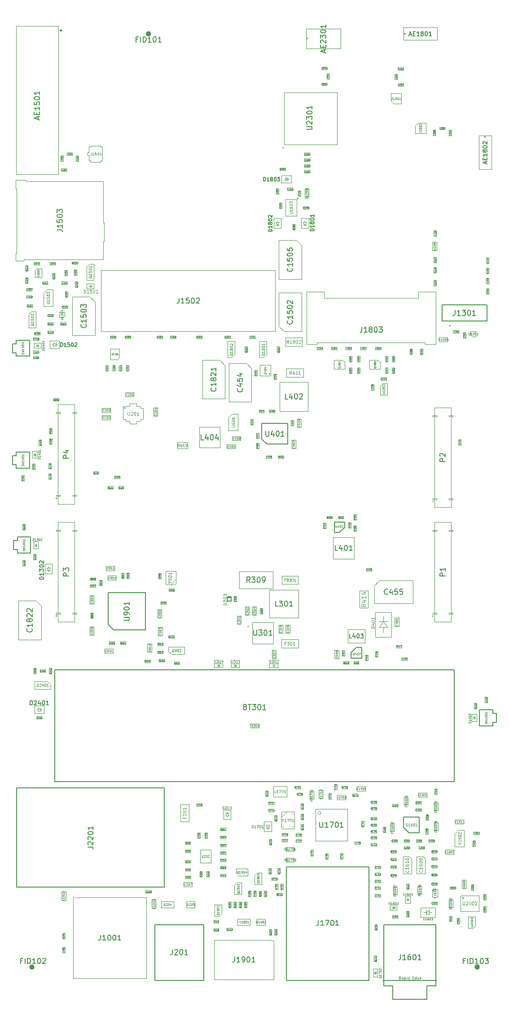
<source format=gbr>
G04 #@! TF.GenerationSoftware,KiCad,Pcbnew,5.0.0*
G04 #@! TF.CreationDate,2018-09-14T19:07:11-04:00*
G04 #@! TF.ProjectId,dvk-mx8m-bsb,64766B2D6D78386D2D6273622E6B6963,v0.1.2*
G04 #@! TF.SameCoordinates,Original*
G04 #@! TF.FileFunction,Other,Fab,Top*
%FSLAX46Y46*%
G04 Gerber Fmt 4.6, Leading zero omitted, Abs format (unit mm)*
G04 Created by KiCad (PCBNEW 5.0.0) date Fri Sep 14 19:07:11 2018*
%MOMM*%
%LPD*%
G01*
G04 APERTURE LIST*
%ADD10C,0.100000*%
%ADD11C,0.150000*%
%ADD12C,0.050000*%
%ADD13C,0.500000*%
%ADD14C,0.040000*%
%ADD15C,0.250000*%
%ADD16C,0.140000*%
%ADD17C,0.080000*%
%ADD18C,0.125000*%
%ADD19C,0.060000*%
%ADD20C,0.075000*%
%ADD21C,0.120000*%
%ADD22C,0.090000*%
%ADD23C,0.135000*%
%ADD24C,0.062500*%
%ADD25C,0.030000*%
G04 APERTURE END LIST*
D10*
G04 #@! TO.C,AE2301*
X121275000Y-62775000D02*
X121275000Y-59025000D01*
X121275000Y-59025000D02*
X114725000Y-59025000D01*
X114725000Y-59025000D02*
X114725000Y-62775000D01*
X114725000Y-62775000D02*
X121275000Y-62775000D01*
D11*
X115050000Y-60900000D02*
G75*
G03X115050000Y-60900000I-75000J0D01*
G01*
D10*
G04 #@! TO.C,U202*
X95000000Y-214535000D02*
G75*
G03X95000000Y-214535000I-50000J0D01*
G01*
D12*
X96750000Y-213935000D02*
X94750000Y-213935000D01*
X94750000Y-213935000D02*
X94750000Y-216335000D01*
X94750000Y-216335000D02*
X96750000Y-216335000D01*
X96750000Y-216335000D02*
X96750000Y-213935000D01*
D11*
G04 #@! TO.C,U201*
X80425000Y-130390000D02*
G75*
G03X80425000Y-130390000I-75000J0D01*
G01*
D12*
X84025000Y-130615000D02*
X84025000Y-132665000D01*
X84025000Y-130615000D02*
X83525000Y-130615000D01*
X84025000Y-132665000D02*
X83525000Y-132665000D01*
X83525000Y-133065000D02*
X83525000Y-132665000D01*
X83525000Y-130215000D02*
X83525000Y-130615000D01*
X83525000Y-133065000D02*
X82725000Y-133065000D01*
X83525000Y-130215000D02*
X82725000Y-130215000D01*
X82725000Y-133065000D02*
X82725000Y-133565000D01*
X81475000Y-130215000D02*
X81475000Y-129715000D01*
X81475000Y-133565000D02*
X82725000Y-133565000D01*
X81475000Y-133065000D02*
X81475000Y-133565000D01*
X80675000Y-133065000D02*
X81475000Y-133065000D01*
X80675000Y-133065000D02*
X80675000Y-132665000D01*
X80675000Y-132665000D02*
X80175000Y-132665000D01*
X80675000Y-130215000D02*
X80675000Y-130615000D01*
X80675000Y-130615000D02*
X80175000Y-130615000D01*
X80175000Y-130615000D02*
X80175000Y-132665000D01*
X80675000Y-130215000D02*
X81475000Y-130215000D01*
X82725000Y-130215000D02*
X82725000Y-129715000D01*
X81475000Y-129715000D02*
X82725000Y-129715000D01*
D11*
G04 #@! TO.C,BT301*
X142650000Y-201050000D02*
X142650000Y-179950000D01*
X67350000Y-179950000D02*
X67350000Y-201050000D01*
X67350000Y-201050000D02*
X142650000Y-201050000D01*
X142650000Y-179950000D02*
X67350000Y-179950000D01*
D10*
G04 #@! TO.C,J1503*
X76500000Y-99200000D02*
X76500000Y-102600000D01*
X76650000Y-99200000D02*
X76500000Y-99200000D01*
X76650000Y-95600000D02*
X76650000Y-99200000D01*
X76500000Y-95600000D02*
X76650000Y-95600000D01*
X76500000Y-87800000D02*
X76500000Y-95600000D01*
X61900000Y-87800000D02*
X76500000Y-87800000D01*
X61900000Y-87600000D02*
X61900000Y-87800000D01*
X59950000Y-87600000D02*
X61900000Y-87600000D01*
X59950000Y-89200000D02*
X59950000Y-87600000D01*
X60100000Y-89200000D02*
X59950000Y-89200000D01*
X60100000Y-101400000D02*
X60100000Y-89200000D01*
X59950000Y-101400000D02*
X60100000Y-101400000D01*
X59950000Y-102800000D02*
X59950000Y-101400000D01*
X61500000Y-102600000D02*
X76500000Y-102600000D01*
X61500000Y-102800000D02*
X61500000Y-102600000D01*
X59950000Y-102800000D02*
X61500000Y-102800000D01*
G04 #@! TO.C,L404*
X98500000Y-138070000D02*
X98500000Y-134170000D01*
X94600000Y-138070000D02*
X98500000Y-138070000D01*
X94600000Y-134170000D02*
X94600000Y-138070000D01*
X98500000Y-134170000D02*
X94600000Y-134170000D01*
D13*
G04 #@! TO.C,FID101*
X85250000Y-60000000D02*
G75*
G03X85250000Y-60000000I-250000J0D01*
G01*
G04 #@! TO.C,FID103*
X147250000Y-236000000D02*
G75*
G03X147250000Y-236000000I-250000J0D01*
G01*
G04 #@! TO.C,FID102*
X63250000Y-236000000D02*
G75*
G03X63250000Y-236000000I-250000J0D01*
G01*
D10*
G04 #@! TO.C,U1701*
X117532843Y-206950000D02*
G75*
G03X117532843Y-206950000I-282843J0D01*
G01*
X116500000Y-212200000D02*
X116500000Y-206200000D01*
X122500000Y-212200000D02*
X122500000Y-206200000D01*
X122500000Y-206200000D02*
X116500000Y-206200000D01*
X122500000Y-212200000D02*
X116500000Y-212200000D01*
G04 #@! TO.C,U205*
X93600000Y-224600000D02*
G75*
G03X93600000Y-224600000I-50000J0D01*
G01*
D12*
X93735000Y-224785000D02*
X92165000Y-224785000D01*
X92165000Y-224785000D02*
X92165000Y-223615000D01*
X93735000Y-224785000D02*
X93735000Y-223615000D01*
X93735000Y-223615000D02*
X92165000Y-223615000D01*
D10*
G04 #@! TO.C,U204*
X89600000Y-224600000D02*
G75*
G03X89600000Y-224600000I-50000J0D01*
G01*
D12*
X89735000Y-224785000D02*
X87365000Y-224785000D01*
X87365000Y-224785000D02*
X87365000Y-223615000D01*
X89735000Y-224785000D02*
X89735000Y-223615000D01*
X89735000Y-223615000D02*
X87365000Y-223615000D01*
D10*
G04 #@! TO.C,U1902*
X106850000Y-227900000D02*
G75*
G03X106850000Y-227900000I-50000J0D01*
G01*
D12*
X106985000Y-228085000D02*
X105415000Y-228085000D01*
X105415000Y-228085000D02*
X105415000Y-226915000D01*
X106985000Y-228085000D02*
X106985000Y-226915000D01*
X106985000Y-226915000D02*
X105415000Y-226915000D01*
D10*
G04 #@! TO.C,U1901*
X104050000Y-227900000D02*
G75*
G03X104050000Y-227900000I-50000J0D01*
G01*
D12*
X104185000Y-228085000D02*
X101815000Y-228085000D01*
X101815000Y-228085000D02*
X101815000Y-226915000D01*
X104185000Y-228085000D02*
X104185000Y-226915000D01*
X104185000Y-226915000D02*
X101815000Y-226915000D01*
D11*
G04 #@! TO.C,U1603*
X138775000Y-221600000D02*
G75*
G03X138775000Y-221600000I-75000J0D01*
G01*
D12*
X139500000Y-221375000D02*
X139500000Y-222825000D01*
X139500000Y-222825000D02*
X138500000Y-222825000D01*
X138500000Y-222825000D02*
X138500000Y-221375000D01*
X138500000Y-221375000D02*
X139500000Y-221375000D01*
D11*
G04 #@! TO.C,U404*
X107875000Y-124150000D02*
G75*
G03X107875000Y-124150000I-75000J0D01*
G01*
D12*
X106000000Y-122500000D02*
X106000000Y-124500000D01*
X106000000Y-124500000D02*
X108000000Y-124500000D01*
X108000000Y-124500000D02*
X108000000Y-122500000D01*
X108000000Y-122500000D02*
X106000000Y-122500000D01*
D11*
G04 #@! TO.C,U301*
X103875000Y-171750000D02*
G75*
G03X103875000Y-171750000I-75000J0D01*
G01*
D12*
X104550000Y-171000000D02*
X108550000Y-171000000D01*
X108550000Y-171000000D02*
X108550000Y-175000000D01*
X108550000Y-175000000D02*
X104550000Y-175000000D01*
X104550000Y-175000000D02*
X104550000Y-171000000D01*
D14*
G04 #@! TO.C,MOD101*
X139330000Y-147580000D02*
X138590000Y-147580000D01*
X139330000Y-147820000D02*
X139330000Y-147580000D01*
X138590000Y-147820000D02*
X139330000Y-147820000D01*
X138590000Y-147580000D02*
X138590000Y-147820000D01*
X67590000Y-131380000D02*
X67590000Y-131620000D01*
X67590000Y-131620000D02*
X68330000Y-131620000D01*
X68330000Y-131620000D02*
X68330000Y-131380000D01*
X68330000Y-131380000D02*
X67590000Y-131380000D01*
X142410000Y-131980000D02*
X141670000Y-131980000D01*
X142410000Y-132220000D02*
X142410000Y-131980000D01*
X141670000Y-132220000D02*
X142410000Y-132220000D01*
X141670000Y-131980000D02*
X141670000Y-132220000D01*
X138590000Y-131980000D02*
X138590000Y-132220000D01*
X138590000Y-132220000D02*
X139330000Y-132220000D01*
X139330000Y-132220000D02*
X139330000Y-131980000D01*
X139330000Y-131980000D02*
X138590000Y-131980000D01*
X71410000Y-131380000D02*
X70670000Y-131380000D01*
X71410000Y-131620000D02*
X71410000Y-131380000D01*
X70670000Y-131620000D02*
X71410000Y-131620000D01*
X70670000Y-131380000D02*
X70670000Y-131620000D01*
X141670000Y-147580000D02*
X141670000Y-147820000D01*
X141670000Y-147820000D02*
X142410000Y-147820000D01*
X142410000Y-147820000D02*
X142410000Y-147580000D01*
X142410000Y-147580000D02*
X141670000Y-147580000D01*
X68330000Y-169180000D02*
X67590000Y-169180000D01*
X68330000Y-169420000D02*
X68330000Y-169180000D01*
X67590000Y-169420000D02*
X68330000Y-169420000D01*
X67590000Y-169180000D02*
X67590000Y-169420000D01*
X67590000Y-146980000D02*
X67590000Y-147220000D01*
X67590000Y-147220000D02*
X68330000Y-147220000D01*
X68330000Y-147220000D02*
X68330000Y-146980000D01*
X68330000Y-146980000D02*
X67590000Y-146980000D01*
X67590000Y-153580000D02*
X67590000Y-153820000D01*
X67590000Y-153820000D02*
X68330000Y-153820000D01*
X68330000Y-153820000D02*
X68330000Y-153580000D01*
X68330000Y-153580000D02*
X67590000Y-153580000D01*
X71410000Y-153580000D02*
X70670000Y-153580000D01*
X71410000Y-153820000D02*
X71410000Y-153580000D01*
X70670000Y-153820000D02*
X71410000Y-153820000D01*
X70670000Y-153580000D02*
X70670000Y-153820000D01*
X70670000Y-169180000D02*
X70670000Y-169420000D01*
X70670000Y-169420000D02*
X71410000Y-169420000D01*
X71410000Y-169420000D02*
X71410000Y-169180000D01*
X71410000Y-169180000D02*
X70670000Y-169180000D01*
X71410000Y-146980000D02*
X70670000Y-146980000D01*
X71410000Y-147220000D02*
X71410000Y-146980000D01*
X70670000Y-147220000D02*
X71410000Y-147220000D01*
X70670000Y-146980000D02*
X70670000Y-147220000D01*
X138590000Y-169180000D02*
X139330000Y-169180000D01*
X138590000Y-169420000D02*
X138590000Y-169180000D01*
X139330000Y-169420000D02*
X138590000Y-169420000D01*
X139330000Y-169180000D02*
X139330000Y-169420000D01*
X142410000Y-169420000D02*
X141670000Y-169420000D01*
X141670000Y-169180000D02*
X142410000Y-169180000D01*
X141670000Y-169420000D02*
X141670000Y-169180000D01*
X142410000Y-169180000D02*
X142410000Y-169420000D01*
X141670000Y-153580000D02*
X142410000Y-153580000D01*
X141670000Y-153820000D02*
X141670000Y-153580000D01*
X142410000Y-153820000D02*
X141670000Y-153820000D01*
X142410000Y-153580000D02*
X142410000Y-153820000D01*
X138590000Y-153580000D02*
X139330000Y-153580000D01*
X138590000Y-153820000D02*
X138590000Y-153580000D01*
X139330000Y-153820000D02*
X138590000Y-153820000D01*
X139330000Y-153580000D02*
X139330000Y-153820000D01*
D11*
G04 #@! TO.C,J1601*
X129400000Y-239575000D02*
X131100000Y-239575000D01*
X131100000Y-239575000D02*
X131100000Y-242075000D01*
X131100000Y-242075000D02*
X137500000Y-242075000D01*
X137500000Y-242075000D02*
X137500000Y-239575000D01*
X137500000Y-239575000D02*
X139200000Y-239575000D01*
X139200000Y-239575000D02*
X139200000Y-228075000D01*
X139200000Y-228075000D02*
X129400000Y-228075000D01*
X129400000Y-228075000D02*
X129400000Y-239575000D01*
X139400000Y-238500000D02*
X129200000Y-238500000D01*
G04 #@! TO.C,J1301*
X140350000Y-111150000D02*
X148850000Y-111150000D01*
X148850000Y-111150000D02*
X148850000Y-114150000D01*
X148850000Y-114150000D02*
X140350000Y-114150000D01*
X140350000Y-114150000D02*
X140350000Y-111150000D01*
X141890000Y-115050000D02*
G75*
G03X141890000Y-115050000I-90000J0D01*
G01*
D10*
G04 #@! TO.C,R408*
X124200000Y-152800000D02*
X124200000Y-153800000D01*
X123700000Y-152800000D02*
X124200000Y-152800000D01*
X123700000Y-153800000D02*
X123700000Y-152800000D01*
X124200000Y-153800000D02*
X123700000Y-153800000D01*
G04 #@! TO.C,R409*
X119600000Y-151450000D02*
X118600000Y-151450000D01*
X119600000Y-150950000D02*
X119600000Y-151450000D01*
X118600000Y-150950000D02*
X119600000Y-150950000D01*
X118600000Y-151450000D02*
X118600000Y-150950000D01*
G04 #@! TO.C,R404*
X124200000Y-150635000D02*
X124200000Y-151635000D01*
X123700000Y-150635000D02*
X124200000Y-150635000D01*
X123700000Y-151635000D02*
X123700000Y-150635000D01*
X124200000Y-151635000D02*
X123700000Y-151635000D01*
G04 #@! TO.C,C416*
X118450000Y-152290000D02*
X118450000Y-153290000D01*
X117950000Y-152290000D02*
X118450000Y-152290000D01*
X117950000Y-153290000D02*
X117950000Y-152290000D01*
X118450000Y-153290000D02*
X117950000Y-153290000D01*
G04 #@! TO.C,U2002*
X143850000Y-222500000D02*
X147350000Y-222500000D01*
X147350000Y-222500000D02*
X147350000Y-225500000D01*
X147350000Y-225500000D02*
X143850000Y-225500000D01*
X143850000Y-225500000D02*
X143850000Y-222500000D01*
X144450000Y-223000000D02*
G75*
G03X144450000Y-223000000I-150000J0D01*
G01*
X144350000Y-223000000D02*
G75*
G03X144350000Y-223000000I-50000J0D01*
G01*
G04 #@! TO.C,J1901*
X97400000Y-230875000D02*
X97400000Y-238375000D01*
X108600000Y-238375000D02*
X97400000Y-238375000D01*
X108275000Y-230875000D02*
X108600000Y-231175000D01*
X108600000Y-231175000D02*
X108600000Y-238375000D01*
X108275000Y-230875000D02*
X97400000Y-230875000D01*
D11*
G04 #@! TO.C,J201*
X95400000Y-238500000D02*
X95400000Y-228000000D01*
X95400000Y-228000000D02*
X86200000Y-228000000D01*
X86200000Y-228000000D02*
X86200000Y-238500000D01*
X86200000Y-238500000D02*
X95400000Y-238500000D01*
D12*
G04 #@! TO.C,J1803*
X137200000Y-118240000D02*
X116800000Y-118240000D01*
X116800000Y-118240000D02*
X116800000Y-118540000D01*
X116800000Y-118540000D02*
X114800000Y-118540000D01*
X114800000Y-118540000D02*
X114800000Y-108640000D01*
X114800000Y-108640000D02*
X118100000Y-108640000D01*
X118100000Y-108640000D02*
X118100000Y-109840000D01*
X118100000Y-109840000D02*
X135900000Y-109840000D01*
X135900000Y-109840000D02*
X135900000Y-108640000D01*
X135900000Y-108640000D02*
X139200000Y-108640000D01*
X139200000Y-108640000D02*
X139200000Y-118540000D01*
X139200000Y-118540000D02*
X137200000Y-118540000D01*
X137200000Y-118540000D02*
X137200000Y-118240000D01*
D11*
G04 #@! TO.C,AE1802*
X148575000Y-79450000D02*
G75*
G03X148575000Y-79450000I-75000J0D01*
G01*
D10*
X147325000Y-85575000D02*
X149675000Y-85575000D01*
X147325000Y-79225000D02*
X147325000Y-85575000D01*
X149675000Y-79225000D02*
X147325000Y-79225000D01*
X149675000Y-85575000D02*
X149675000Y-79225000D01*
D11*
G04 #@! TO.C,AE1801*
X133425000Y-60000000D02*
G75*
G03X133425000Y-60000000I-75000J0D01*
G01*
D10*
X139475000Y-61175000D02*
X139475000Y-58825000D01*
X133125000Y-61175000D02*
X139475000Y-61175000D01*
X133125000Y-58825000D02*
X133125000Y-61175000D01*
X139475000Y-58825000D02*
X133125000Y-58825000D01*
G04 #@! TO.C,J1502*
X108900000Y-104600000D02*
X76000000Y-104600000D01*
X108900000Y-116100000D02*
X108900000Y-104600000D01*
X76000000Y-104600000D02*
X76000000Y-116100000D01*
X76000000Y-116100000D02*
X108900000Y-116100000D01*
G04 #@! TO.C,C301*
X102485000Y-169750000D02*
X102485000Y-171350000D01*
X101685000Y-169750000D02*
X102485000Y-169750000D01*
X101685000Y-171350000D02*
X101685000Y-169750000D01*
X102485000Y-171350000D02*
X101685000Y-171350000D01*
G04 #@! TO.C,R1719*
X120035000Y-202536600D02*
X120035000Y-201536600D01*
X120535000Y-202536600D02*
X120035000Y-202536600D01*
X120535000Y-201536600D02*
X120535000Y-202536600D01*
X120035000Y-201536600D02*
X120535000Y-201536600D01*
G04 #@! TO.C,R1714*
X124500000Y-203850000D02*
X123500000Y-203850000D01*
X124500000Y-203350000D02*
X124500000Y-203850000D01*
X123500000Y-203350000D02*
X124500000Y-203350000D01*
X123500000Y-203850000D02*
X123500000Y-203350000D01*
G04 #@! TO.C,J1001*
X70787500Y-222875000D02*
X84612500Y-222875000D01*
X84612500Y-222875000D02*
X84612500Y-238125000D01*
X84612500Y-238125000D02*
X70787500Y-238125000D01*
X70787500Y-238125000D02*
X70787500Y-222875000D01*
G04 #@! TO.C,C1002*
X68600000Y-223387500D02*
X68600000Y-221787500D01*
X69400000Y-223387500D02*
X68600000Y-223387500D01*
X69400000Y-221787500D02*
X69400000Y-223387500D01*
X68600000Y-221787500D02*
X69400000Y-221787500D01*
G04 #@! TO.C,C1822*
X60450000Y-174250000D02*
X64750000Y-174250000D01*
X60450000Y-166950000D02*
X60450000Y-174250000D01*
X63750000Y-166950000D02*
X60450000Y-166950000D01*
X64750000Y-167950000D02*
X63750000Y-166950000D01*
X64750000Y-174250000D02*
X64750000Y-167950000D01*
G04 #@! TO.C,FB1601*
X133981000Y-205462000D02*
X133219000Y-205462000D01*
X133981000Y-203938000D02*
X133981000Y-205462000D01*
X133219000Y-203938000D02*
X133981000Y-203938000D01*
X133219000Y-205462000D02*
X133219000Y-203938000D01*
G04 #@! TO.C,C201*
X82250000Y-128415000D02*
X80650000Y-128415000D01*
X82250000Y-127615000D02*
X82250000Y-128415000D01*
X80650000Y-127615000D02*
X82250000Y-127615000D01*
X80650000Y-128415000D02*
X80650000Y-127615000D01*
G04 #@! TO.C,D1502*
X68200000Y-119300000D02*
X66400000Y-119300000D01*
X66400000Y-119300000D02*
X66400000Y-117900000D01*
X66400000Y-117900000D02*
X68200000Y-117900000D01*
X68200000Y-117900000D02*
X68200000Y-119300000D01*
X67600000Y-118950000D02*
X67600000Y-118250000D01*
X67600000Y-118600000D02*
X67800000Y-118600000D01*
X67600000Y-118600000D02*
X67100000Y-118950000D01*
X67100000Y-118950000D02*
X67100000Y-118250000D01*
X67100000Y-118250000D02*
X67600000Y-118600000D01*
X67100000Y-118600000D02*
X66850000Y-118600000D01*
G04 #@! TO.C,C414*
X139450000Y-202415000D02*
X139450000Y-203415000D01*
X138950000Y-202415000D02*
X139450000Y-202415000D01*
X138950000Y-203415000D02*
X138950000Y-202415000D01*
X139450000Y-203415000D02*
X138950000Y-203415000D01*
G04 #@! TO.C,C410*
X141750000Y-227400000D02*
X141750000Y-226400000D01*
X142250000Y-227400000D02*
X141750000Y-227400000D01*
X142250000Y-226400000D02*
X142250000Y-227400000D01*
X141750000Y-226400000D02*
X142250000Y-226400000D01*
G04 #@! TO.C,C406*
X129750000Y-209600000D02*
X129750000Y-210600000D01*
X129250000Y-209600000D02*
X129750000Y-209600000D01*
X129250000Y-210600000D02*
X129250000Y-209600000D01*
X129750000Y-210600000D02*
X129250000Y-210600000D01*
G04 #@! TO.C,C418*
X113690000Y-89593600D02*
X113690000Y-90593600D01*
X113190000Y-89593600D02*
X113690000Y-89593600D01*
X113190000Y-90593600D02*
X113190000Y-89593600D01*
X113690000Y-90593600D02*
X113190000Y-90593600D01*
G04 #@! TO.C,C455*
X134870000Y-167410000D02*
X134870000Y-163110000D01*
X127570000Y-167410000D02*
X134870000Y-167410000D01*
X127570000Y-164110000D02*
X127570000Y-167410000D01*
X128570000Y-163110000D02*
X127570000Y-164110000D01*
X134870000Y-163110000D02*
X128570000Y-163110000D01*
G04 #@! TO.C,C458*
X100785000Y-135900000D02*
X102385000Y-135900000D01*
X100785000Y-136700000D02*
X100785000Y-135900000D01*
X102385000Y-136700000D02*
X100785000Y-136700000D01*
X102385000Y-135900000D02*
X102385000Y-136700000D01*
G04 #@! TO.C,L403*
X125810000Y-172325000D02*
X122610000Y-172325000D01*
X125810000Y-174825000D02*
X125810000Y-172325000D01*
X122610000Y-174825000D02*
X125810000Y-174825000D01*
X122610000Y-172325000D02*
X122610000Y-174825000D01*
G04 #@! TO.C,R417*
X131751000Y-175273000D02*
X132751000Y-175273000D01*
X131751000Y-175773000D02*
X131751000Y-175273000D01*
X132751000Y-175773000D02*
X131751000Y-175773000D01*
X132751000Y-175273000D02*
X132751000Y-175773000D01*
G04 #@! TO.C,C457*
X121515000Y-177340000D02*
X121515000Y-176340000D01*
X122015000Y-177340000D02*
X121515000Y-177340000D01*
X122015000Y-176340000D02*
X122015000Y-177340000D01*
X121515000Y-176340000D02*
X122015000Y-176340000D01*
G04 #@! TO.C,U406*
X101900000Y-131700000D02*
X101900000Y-134800000D01*
X101900000Y-134800000D02*
X100100000Y-134800000D01*
X100100000Y-132350000D02*
X100100000Y-134800000D01*
X101900000Y-131700000D02*
X100750000Y-131700000D01*
X100100000Y-132350000D02*
X100750000Y-131700000D01*
G04 #@! TO.C,C459*
X124675000Y-178875000D02*
X123675000Y-178875000D01*
X124675000Y-178375000D02*
X124675000Y-178875000D01*
X123675000Y-178375000D02*
X124675000Y-178375000D01*
X123675000Y-178875000D02*
X123675000Y-178375000D01*
G04 #@! TO.C,R418*
X127760000Y-177485000D02*
X127760000Y-176485000D01*
X128260000Y-177485000D02*
X127760000Y-177485000D01*
X128260000Y-176485000D02*
X128260000Y-177485000D01*
X127760000Y-176485000D02*
X128260000Y-176485000D01*
G04 #@! TO.C,C456*
X120100000Y-177800000D02*
X120100000Y-176200000D01*
X120900000Y-177800000D02*
X120100000Y-177800000D01*
X120900000Y-176200000D02*
X120900000Y-177800000D01*
X120100000Y-176200000D02*
X120900000Y-176200000D01*
D11*
G04 #@! TO.C,U407*
X123200000Y-176750000D02*
X124200000Y-175750000D01*
X123200000Y-177750000D02*
X123200000Y-176750000D01*
X125200000Y-177750000D02*
X123200000Y-177750000D01*
X125200000Y-175750000D02*
X125200000Y-177750000D01*
X124200000Y-175750000D02*
X125200000Y-175750000D01*
D10*
G04 #@! TO.C,D401*
X129283980Y-170775560D02*
X130084080Y-171926180D01*
X129283980Y-170775560D02*
X128534680Y-171926180D01*
X128534680Y-171926180D02*
X130084080Y-171926180D01*
X130084080Y-170775560D02*
X128483880Y-170775560D01*
X129283980Y-171926180D02*
X129283980Y-172924400D01*
X129283980Y-170775560D02*
X129283980Y-169873860D01*
X130785000Y-173725000D02*
X130785000Y-169125000D01*
X130785000Y-173725000D02*
X127785000Y-173725000D01*
X127785000Y-169125000D02*
X130785000Y-169125000D01*
X127785000Y-173725000D02*
X127785000Y-169125000D01*
G04 #@! TO.C,C460*
X101350000Y-138245000D02*
X99750000Y-138245000D01*
X101350000Y-137445000D02*
X101350000Y-138245000D01*
X99750000Y-137445000D02*
X101350000Y-137445000D01*
X99750000Y-138245000D02*
X99750000Y-137445000D01*
G04 #@! TO.C,R416*
X125875000Y-178130000D02*
X125875000Y-177130000D01*
X126375000Y-178130000D02*
X125875000Y-178130000D01*
X126375000Y-177130000D02*
X126375000Y-178130000D01*
X125875000Y-177130000D02*
X126375000Y-177130000D01*
G04 #@! TO.C,R415*
X121750000Y-178375000D02*
X122750000Y-178375000D01*
X121750000Y-178875000D02*
X121750000Y-178375000D01*
X122750000Y-178875000D02*
X121750000Y-178875000D01*
X122750000Y-178375000D02*
X122750000Y-178875000D01*
G04 #@! TO.C,R419*
X92400000Y-138220000D02*
X90400000Y-138220000D01*
X92400000Y-137020000D02*
X92400000Y-138220000D01*
X90400000Y-137020000D02*
X92400000Y-137020000D01*
X90400000Y-138220000D02*
X90400000Y-137020000D01*
G04 #@! TO.C,FB1603*
X138819000Y-205038000D02*
X139581000Y-205038000D01*
X138819000Y-206562000D02*
X138819000Y-205038000D01*
X139581000Y-206562000D02*
X138819000Y-206562000D01*
X139581000Y-205038000D02*
X139581000Y-206562000D01*
G04 #@! TO.C,C1202*
X149200000Y-102275000D02*
X149200000Y-103275000D01*
X148700000Y-102275000D02*
X149200000Y-102275000D01*
X148700000Y-103275000D02*
X148700000Y-102275000D01*
X149200000Y-103275000D02*
X148700000Y-103275000D01*
G04 #@! TO.C,C1203*
X148700000Y-105200000D02*
X148700000Y-104200000D01*
X149200000Y-105200000D02*
X148700000Y-105200000D01*
X149200000Y-104200000D02*
X149200000Y-105200000D01*
X148700000Y-104200000D02*
X149200000Y-104200000D01*
G04 #@! TO.C,C1209*
X139300000Y-97140000D02*
X139300000Y-98140000D01*
X138800000Y-97140000D02*
X139300000Y-97140000D01*
X138800000Y-98140000D02*
X138800000Y-97140000D01*
X139300000Y-98140000D02*
X138800000Y-98140000D01*
G04 #@! TO.C,C1205*
X149200000Y-106115000D02*
X149200000Y-107115000D01*
X148700000Y-106115000D02*
X149200000Y-106115000D01*
X148700000Y-107115000D02*
X148700000Y-106115000D01*
X149200000Y-107115000D02*
X148700000Y-107115000D01*
G04 #@! TO.C,C1204*
X148700000Y-109050000D02*
X148700000Y-108050000D01*
X149200000Y-109050000D02*
X148700000Y-109050000D01*
X149200000Y-108050000D02*
X149200000Y-109050000D01*
X148700000Y-108050000D02*
X149200000Y-108050000D01*
G04 #@! TO.C,C1821*
X95140000Y-128820000D02*
X99440000Y-128820000D01*
X95140000Y-121520000D02*
X95140000Y-128820000D01*
X98440000Y-121520000D02*
X95140000Y-121520000D01*
X99440000Y-122520000D02*
X98440000Y-121520000D01*
X99440000Y-128820000D02*
X99440000Y-122520000D01*
D11*
G04 #@! TO.C,U402*
X122025000Y-153075000D02*
X121025000Y-154075000D01*
X122025000Y-152075000D02*
X122025000Y-153075000D01*
X120025000Y-152075000D02*
X122025000Y-152075000D01*
X120025000Y-154075000D02*
X120025000Y-152075000D01*
X121025000Y-154075000D02*
X120025000Y-154075000D01*
D10*
G04 #@! TO.C,L401*
X119815000Y-159000000D02*
X123815000Y-159000000D01*
X119815000Y-155000000D02*
X119815000Y-159000000D01*
X123815000Y-155000000D02*
X119815000Y-155000000D01*
X123815000Y-159000000D02*
X123815000Y-155000000D01*
G04 #@! TO.C,R414*
X124800000Y-168260000D02*
X124800000Y-165060000D01*
X126400000Y-168260000D02*
X124800000Y-168260000D01*
X126400000Y-165060000D02*
X126400000Y-168260000D01*
X124800000Y-165060000D02*
X126400000Y-165060000D01*
G04 #@! TO.C,R105*
X66275000Y-135400000D02*
X66275000Y-134400000D01*
X66775000Y-135400000D02*
X66275000Y-135400000D01*
X66775000Y-134400000D02*
X66775000Y-135400000D01*
X66275000Y-134400000D02*
X66775000Y-134400000D01*
G04 #@! TO.C,R106*
X66275000Y-137325000D02*
X66275000Y-136325000D01*
X66775000Y-137325000D02*
X66275000Y-137325000D01*
X66775000Y-136325000D02*
X66775000Y-137325000D01*
X66275000Y-136325000D02*
X66775000Y-136325000D01*
G04 #@! TO.C,R410*
X121800000Y-151450000D02*
X120800000Y-151450000D01*
X121800000Y-150950000D02*
X121800000Y-151450000D01*
X120800000Y-150950000D02*
X121800000Y-150950000D01*
X120800000Y-151450000D02*
X120800000Y-150950000D01*
G04 #@! TO.C,C408*
X123200000Y-152160000D02*
X123200000Y-153160000D01*
X122700000Y-152160000D02*
X123200000Y-152160000D01*
X122700000Y-153160000D02*
X122700000Y-152160000D01*
X123200000Y-153160000D02*
X122700000Y-153160000D01*
G04 #@! TO.C,C453*
X127082000Y-161301000D02*
X126082000Y-161301000D01*
X127082000Y-160801000D02*
X127082000Y-161301000D01*
X126082000Y-160801000D02*
X127082000Y-160801000D01*
X126082000Y-161301000D02*
X126082000Y-160801000D01*
G04 #@! TO.C,C454*
X100140000Y-129420000D02*
X104440000Y-129420000D01*
X100140000Y-122120000D02*
X100140000Y-129420000D01*
X103440000Y-122120000D02*
X100140000Y-122120000D01*
X104440000Y-123120000D02*
X103440000Y-122120000D01*
X104440000Y-129420000D02*
X104440000Y-123120000D01*
G04 #@! TO.C,Q1801*
X107310000Y-118000000D02*
X105910000Y-118000000D01*
X105910000Y-121040000D02*
X105910000Y-118000000D01*
X107310000Y-120470000D02*
X106760000Y-121040000D01*
X106760000Y-121040000D02*
X105910000Y-121040000D01*
X107310000Y-120470000D02*
X107310000Y-118020000D01*
G04 #@! TO.C,D1404*
X64750000Y-119237500D02*
X63450000Y-119237500D01*
X63450000Y-119237500D02*
X63450000Y-118337500D01*
X63450000Y-118337500D02*
X64750000Y-118337500D01*
X64750000Y-118337500D02*
X64750000Y-119237500D01*
X63900000Y-118987500D02*
X63900000Y-118587500D01*
X63900000Y-118787500D02*
X63750000Y-118787500D01*
X63900000Y-118787500D02*
X64200000Y-118987500D01*
X64200000Y-118987500D02*
X64200000Y-118587500D01*
X64200000Y-118587500D02*
X63900000Y-118787500D01*
X64200000Y-118787500D02*
X64350000Y-118787500D01*
G04 #@! TO.C,R1402*
X61250000Y-160300000D02*
X61250000Y-159300000D01*
X61750000Y-160300000D02*
X61250000Y-160300000D01*
X61750000Y-159300000D02*
X61750000Y-160300000D01*
X61250000Y-159300000D02*
X61750000Y-159300000D01*
G04 #@! TO.C,C1402*
X63275000Y-159150000D02*
X63275000Y-158150000D01*
X63775000Y-159150000D02*
X63275000Y-159150000D01*
X63775000Y-158150000D02*
X63775000Y-159150000D01*
X63275000Y-158150000D02*
X63775000Y-158150000D01*
G04 #@! TO.C,D1402*
X64200000Y-155750000D02*
X64200000Y-157050000D01*
X64200000Y-157050000D02*
X63300000Y-157050000D01*
X63300000Y-157050000D02*
X63300000Y-155750000D01*
X63300000Y-155750000D02*
X64200000Y-155750000D01*
X63950000Y-156600000D02*
X63550000Y-156600000D01*
X63750000Y-156600000D02*
X63750000Y-156750000D01*
X63750000Y-156600000D02*
X63950000Y-156300000D01*
X63950000Y-156300000D02*
X63550000Y-156300000D01*
X63550000Y-156300000D02*
X63750000Y-156600000D01*
X63750000Y-156300000D02*
X63750000Y-156150000D01*
D11*
G04 #@! TO.C,SW1404*
X60050000Y-120800000D02*
X62550000Y-120800000D01*
X62550000Y-120800000D02*
X62550000Y-117800000D01*
X62550000Y-117800000D02*
X60050000Y-117800000D01*
X60050000Y-117800000D02*
X60050000Y-118450000D01*
X60050000Y-118450000D02*
X59350000Y-118450000D01*
X59350000Y-118450000D02*
X59350000Y-120150000D01*
X59350000Y-120150000D02*
X60050000Y-120150000D01*
X60050000Y-120150000D02*
X60050000Y-120800000D01*
G04 #@! TO.C,SW1403*
X149950000Y-187500000D02*
X147450000Y-187500000D01*
X147450000Y-187500000D02*
X147450000Y-190500000D01*
X147450000Y-190500000D02*
X149950000Y-190500000D01*
X149950000Y-190500000D02*
X149950000Y-189850000D01*
X149950000Y-189850000D02*
X150650000Y-189850000D01*
X150650000Y-189850000D02*
X150650000Y-188150000D01*
X150650000Y-188150000D02*
X149950000Y-188150000D01*
X149950000Y-188150000D02*
X149950000Y-187500000D01*
G04 #@! TO.C,SW1401*
X60050000Y-141900000D02*
X62550000Y-141900000D01*
X62550000Y-141900000D02*
X62550000Y-138900000D01*
X62550000Y-138900000D02*
X60050000Y-138900000D01*
X60050000Y-138900000D02*
X60050000Y-139550000D01*
X60050000Y-139550000D02*
X59350000Y-139550000D01*
X59350000Y-139550000D02*
X59350000Y-141250000D01*
X59350000Y-141250000D02*
X60050000Y-141250000D01*
X60050000Y-141250000D02*
X60050000Y-141900000D01*
G04 #@! TO.C,SW1402*
X60250000Y-157900000D02*
X62750000Y-157900000D01*
X62750000Y-157900000D02*
X62750000Y-154900000D01*
X62750000Y-154900000D02*
X60250000Y-154900000D01*
X60250000Y-154900000D02*
X60250000Y-155550000D01*
X60250000Y-155550000D02*
X59550000Y-155550000D01*
X59550000Y-155550000D02*
X59550000Y-157250000D01*
X59550000Y-157250000D02*
X60250000Y-157250000D01*
X60250000Y-157250000D02*
X60250000Y-157900000D01*
D15*
G04 #@! TO.C,AE1501*
X68625000Y-59350000D02*
G75*
G03X68625000Y-59350000I-125000J0D01*
G01*
D10*
X68000000Y-86500000D02*
X60000000Y-86500000D01*
X68000000Y-58500000D02*
X68000000Y-86500000D01*
X60000000Y-86500000D02*
X60000000Y-58500000D01*
X60000000Y-58500000D02*
X68000000Y-58500000D01*
G04 #@! TO.C,R1713*
X108750000Y-208415000D02*
X108750000Y-207415000D01*
X109250000Y-208415000D02*
X108750000Y-208415000D01*
X109250000Y-207415000D02*
X109250000Y-208415000D01*
X108750000Y-207415000D02*
X109250000Y-207415000D01*
D11*
G04 #@! TO.C,U2301*
X110475000Y-81500000D02*
G75*
G03X110475000Y-81500000I-75000J0D01*
G01*
D10*
X110550000Y-80900000D02*
X110550000Y-71100000D01*
X120600000Y-71100000D02*
X120600000Y-80900000D01*
X120600000Y-80900000D02*
X110550000Y-80900000D01*
X110550000Y-71100000D02*
X120600000Y-71100000D01*
G04 #@! TO.C,J1801*
X130700000Y-72700000D02*
X131200000Y-73200000D01*
X130700000Y-71200000D02*
X130700000Y-72700000D01*
X132700000Y-71200000D02*
X130700000Y-71200000D01*
X132700000Y-73200000D02*
X132700000Y-71200000D01*
X131200000Y-73200000D02*
X132700000Y-73200000D01*
G04 #@! TO.C,J1802*
X135800000Y-76800000D02*
X135300000Y-77300000D01*
X137300000Y-76800000D02*
X135800000Y-76800000D01*
X137300000Y-78800000D02*
X137300000Y-76800000D01*
X135300000Y-78800000D02*
X137300000Y-78800000D01*
X135300000Y-77300000D02*
X135300000Y-78800000D01*
D11*
G04 #@! TO.C,J2201*
X87950000Y-202245000D02*
X87950000Y-220945000D01*
X87950000Y-220945000D02*
X60100000Y-220945000D01*
X60100000Y-220945000D02*
X60100000Y-202245000D01*
X60100000Y-202245000D02*
X87950000Y-202245000D01*
D10*
G04 #@! TO.C,R1904*
X106300000Y-221675000D02*
X106300000Y-222675000D01*
X105800000Y-221675000D02*
X106300000Y-221675000D01*
X105800000Y-222675000D02*
X105800000Y-221675000D01*
X106300000Y-222675000D02*
X105800000Y-222675000D01*
D11*
G04 #@! TO.C,J1701*
X111000000Y-217130000D02*
X111010000Y-238500000D01*
X111010000Y-238500000D02*
X126590000Y-238500000D01*
X126610000Y-238500000D02*
X126600000Y-217140000D01*
X126590000Y-217130000D02*
X111000000Y-217130000D01*
G04 #@! TO.C,U901*
X78400000Y-172400000D02*
X77400000Y-171400000D01*
X84400000Y-172400000D02*
X78400000Y-172400000D01*
X84400000Y-165400000D02*
X84400000Y-172400000D01*
X77400000Y-165400000D02*
X84400000Y-165400000D01*
X77400000Y-171400000D02*
X77400000Y-165400000D01*
D10*
G04 #@! TO.C,C1707*
X112800000Y-211950000D02*
X113800000Y-211950000D01*
X112800000Y-212450000D02*
X112800000Y-211950000D01*
X113800000Y-212450000D02*
X112800000Y-212450000D01*
X113800000Y-211950000D02*
X113800000Y-212450000D01*
G04 #@! TO.C,L1701*
X111050000Y-203900000D02*
X108550000Y-203900000D01*
X108550000Y-203900000D02*
X108550000Y-201900000D01*
X108550000Y-201900000D02*
X111050000Y-201900000D01*
X111050000Y-201900000D02*
X111050000Y-203900000D01*
G04 #@! TO.C,Y901*
X89200000Y-163850000D02*
X90200000Y-162850000D01*
X88300000Y-163850000D02*
X88200000Y-163750000D01*
X90100000Y-163850000D02*
X88300000Y-163850000D01*
X90200000Y-163750000D02*
X90100000Y-163850000D01*
X90200000Y-161450000D02*
X90200000Y-163750000D01*
X90100000Y-161350000D02*
X90200000Y-161450000D01*
X88300000Y-161350000D02*
X90100000Y-161350000D01*
X88200000Y-161450000D02*
X88300000Y-161350000D01*
X88200000Y-163750000D02*
X88200000Y-161450000D01*
G04 #@! TO.C,Y1701*
X111050000Y-206700000D02*
X110050000Y-207700000D01*
X112200000Y-207050000D02*
X112300000Y-207150000D01*
X110150000Y-206700000D02*
X112450000Y-206700000D01*
X110300000Y-207150000D02*
X110400000Y-207050000D01*
X110050000Y-209800000D02*
X110050000Y-206800000D01*
X110400000Y-209550000D02*
X110300000Y-209450000D01*
X112450000Y-209900000D02*
X110150000Y-209900000D01*
X112300000Y-209450000D02*
X112200000Y-209550000D01*
X112550000Y-206800000D02*
X112550000Y-209800000D01*
G04 #@! TO.C,C205*
X94225000Y-211660000D02*
X94225000Y-210660000D01*
X94725000Y-211660000D02*
X94225000Y-211660000D01*
X94725000Y-210660000D02*
X94725000Y-211660000D01*
X94225000Y-210660000D02*
X94725000Y-210660000D01*
G04 #@! TO.C,D201*
X100525000Y-206350000D02*
X100525000Y-208150000D01*
X100525000Y-208150000D02*
X99125000Y-208150000D01*
X99125000Y-208150000D02*
X99125000Y-206350000D01*
X99125000Y-206350000D02*
X100525000Y-206350000D01*
X100175000Y-206950000D02*
X99475000Y-206950000D01*
X99825000Y-206950000D02*
X99825000Y-206750000D01*
X99825000Y-206950000D02*
X100175000Y-207450000D01*
X100175000Y-207450000D02*
X99475000Y-207450000D01*
X99475000Y-207450000D02*
X99825000Y-206950000D01*
X99825000Y-207450000D02*
X99825000Y-207700000D01*
G04 #@! TO.C,D1702*
X128200000Y-237900000D02*
X127400000Y-237900000D01*
X127400000Y-237900000D02*
X127400000Y-236300000D01*
X127400000Y-236300000D02*
X128200000Y-236300000D01*
X128200000Y-236300000D02*
X128200000Y-237900000D01*
X127600000Y-236950000D02*
X128000000Y-236950000D01*
X128000000Y-236950000D02*
X127800000Y-237250000D01*
X127800000Y-237250000D02*
X127600000Y-236950000D01*
X127600000Y-237300000D02*
X128000000Y-237300000D01*
G04 #@! TO.C,D304*
X99000000Y-178750000D02*
X99000000Y-179550000D01*
X99000000Y-179550000D02*
X97400000Y-179550000D01*
X97400000Y-179550000D02*
X97400000Y-178750000D01*
X97400000Y-178750000D02*
X99000000Y-178750000D01*
X98050000Y-179350000D02*
X98050000Y-178950000D01*
X98050000Y-178950000D02*
X98350000Y-179150000D01*
X98350000Y-179150000D02*
X98050000Y-179350000D01*
X98400000Y-179350000D02*
X98400000Y-178950000D01*
G04 #@! TO.C,D302*
X109400000Y-178750000D02*
X109400000Y-179550000D01*
X109400000Y-179550000D02*
X107800000Y-179550000D01*
X107800000Y-179550000D02*
X107800000Y-178750000D01*
X107800000Y-178750000D02*
X109400000Y-178750000D01*
X108450000Y-179350000D02*
X108450000Y-178950000D01*
X108450000Y-178950000D02*
X108750000Y-179150000D01*
X108750000Y-179150000D02*
X108450000Y-179350000D01*
X108800000Y-179350000D02*
X108800000Y-178950000D01*
G04 #@! TO.C,D301*
X102150000Y-178750000D02*
X102150000Y-179550000D01*
X102150000Y-179550000D02*
X100550000Y-179550000D01*
X100550000Y-179550000D02*
X100550000Y-178750000D01*
X100550000Y-178750000D02*
X102150000Y-178750000D01*
X101200000Y-179350000D02*
X101200000Y-178950000D01*
X101200000Y-178950000D02*
X101500000Y-179150000D01*
X101500000Y-179150000D02*
X101200000Y-179350000D01*
X101550000Y-179350000D02*
X101550000Y-178950000D01*
G04 #@! TO.C,J1501*
X74125000Y-84150000D02*
X74125000Y-83950000D01*
X74125000Y-83950000D02*
X73725000Y-83950000D01*
X73725000Y-82950000D02*
X73725000Y-83950000D01*
X73475000Y-82950000D02*
X73725000Y-82950000D01*
X73475000Y-82950000D02*
X73475000Y-82500000D01*
X73625000Y-82350000D02*
X73725000Y-82350000D01*
X73725000Y-82350000D02*
X73725000Y-81350000D01*
X74125000Y-81150000D02*
X74125000Y-81350000D01*
X74125000Y-81350000D02*
X73725000Y-81350000D01*
X74125000Y-84150000D02*
X75925000Y-84150000D01*
X75925000Y-84150000D02*
X75925000Y-83950000D01*
X76325000Y-83950000D02*
X75925000Y-83950000D01*
X76325000Y-81350000D02*
X76325000Y-83950000D01*
X74125000Y-81150000D02*
X75925000Y-81150000D01*
X75925000Y-81150000D02*
X75925000Y-81350000D01*
X76325000Y-81350000D02*
X75925000Y-81350000D01*
X73625000Y-82350000D02*
X73475000Y-82500000D01*
D11*
G04 #@! TO.C,U401*
X107390000Y-137395000D02*
X106390000Y-136395000D01*
X111290000Y-137395000D02*
X107390000Y-137395000D01*
X111290000Y-133495000D02*
X111290000Y-137395000D01*
X106390000Y-133495000D02*
X111290000Y-133495000D01*
X106390000Y-136395000D02*
X106390000Y-133495000D01*
G04 #@! TO.C,D303*
X99945000Y-166116000D02*
X100595000Y-166116000D01*
X99945000Y-166966000D02*
X99945000Y-166116000D01*
X100595000Y-166966000D02*
X99945000Y-166966000D01*
X100595000Y-166116000D02*
X100595000Y-166966000D01*
X100595000Y-166341000D02*
X99945000Y-166341000D01*
D10*
G04 #@! TO.C,D1302*
X65450000Y-161800000D02*
X65450000Y-160000000D01*
X65450000Y-160000000D02*
X66850000Y-160000000D01*
X66850000Y-160000000D02*
X66850000Y-161800000D01*
X66850000Y-161800000D02*
X65450000Y-161800000D01*
X65800000Y-161200000D02*
X66500000Y-161200000D01*
X66150000Y-161200000D02*
X66150000Y-161400000D01*
X66150000Y-161200000D02*
X65800000Y-160700000D01*
X65800000Y-160700000D02*
X66500000Y-160700000D01*
X66500000Y-160700000D02*
X66150000Y-161200000D01*
X66150000Y-160700000D02*
X66150000Y-160450000D01*
G04 #@! TO.C,D1401*
X64000000Y-138700000D02*
X64000000Y-140000000D01*
X64000000Y-140000000D02*
X63100000Y-140000000D01*
X63100000Y-140000000D02*
X63100000Y-138700000D01*
X63100000Y-138700000D02*
X64000000Y-138700000D01*
X63750000Y-139550000D02*
X63350000Y-139550000D01*
X63550000Y-139550000D02*
X63550000Y-139700000D01*
X63550000Y-139550000D02*
X63750000Y-139250000D01*
X63750000Y-139250000D02*
X63350000Y-139250000D01*
X63350000Y-139250000D02*
X63550000Y-139550000D01*
X63550000Y-139250000D02*
X63550000Y-139100000D01*
G04 #@! TO.C,D1403*
X146000000Y-189650000D02*
X146000000Y-188350000D01*
X146000000Y-188350000D02*
X146900000Y-188350000D01*
X146900000Y-188350000D02*
X146900000Y-189650000D01*
X146900000Y-189650000D02*
X146000000Y-189650000D01*
X146250000Y-188800000D02*
X146650000Y-188800000D01*
X146450000Y-188800000D02*
X146450000Y-188650000D01*
X146450000Y-188800000D02*
X146250000Y-189100000D01*
X146250000Y-189100000D02*
X146650000Y-189100000D01*
X146650000Y-189100000D02*
X146450000Y-188800000D01*
X146450000Y-189100000D02*
X146450000Y-189250000D01*
G04 #@! TO.C,D1501*
X73350000Y-107150000D02*
X74650000Y-107150000D01*
X74650000Y-107150000D02*
X74650000Y-108050000D01*
X74650000Y-108050000D02*
X73350000Y-108050000D01*
X73350000Y-108050000D02*
X73350000Y-107150000D01*
X74200000Y-107400000D02*
X74200000Y-107800000D01*
X74200000Y-107600000D02*
X74350000Y-107600000D01*
X74200000Y-107600000D02*
X73900000Y-107400000D01*
X73900000Y-107400000D02*
X73900000Y-107800000D01*
X73900000Y-107800000D02*
X74200000Y-107600000D01*
X73900000Y-107600000D02*
X73750000Y-107600000D01*
G04 #@! TO.C,D1601*
X133450000Y-223950000D02*
X133450000Y-222650000D01*
X133450000Y-222650000D02*
X134350000Y-222650000D01*
X134350000Y-222650000D02*
X134350000Y-223950000D01*
X134350000Y-223950000D02*
X133450000Y-223950000D01*
X133700000Y-223100000D02*
X134100000Y-223100000D01*
X133900000Y-223100000D02*
X133900000Y-222950000D01*
X133900000Y-223100000D02*
X133700000Y-223400000D01*
X133700000Y-223400000D02*
X134100000Y-223400000D01*
X134100000Y-223400000D02*
X133900000Y-223100000D01*
X133900000Y-223400000D02*
X133900000Y-223550000D01*
G04 #@! TO.C,D1602*
X130550000Y-224350000D02*
X131850000Y-224350000D01*
X131850000Y-224350000D02*
X131850000Y-225250000D01*
X131850000Y-225250000D02*
X130550000Y-225250000D01*
X130550000Y-225250000D02*
X130550000Y-224350000D01*
X131400000Y-224600000D02*
X131400000Y-225000000D01*
X131400000Y-224800000D02*
X131550000Y-224800000D01*
X131400000Y-224800000D02*
X131100000Y-224600000D01*
X131100000Y-224600000D02*
X131100000Y-225000000D01*
X131100000Y-225000000D02*
X131400000Y-224800000D01*
X131100000Y-224800000D02*
X130950000Y-224800000D01*
G04 #@! TO.C,D1701*
X106800000Y-210400000D02*
X106800000Y-208600000D01*
X106800000Y-208600000D02*
X108200000Y-208600000D01*
X108200000Y-208600000D02*
X108200000Y-210400000D01*
X108200000Y-210400000D02*
X106800000Y-210400000D01*
X107150000Y-209800000D02*
X107850000Y-209800000D01*
X107500000Y-209800000D02*
X107500000Y-210000000D01*
X107500000Y-209800000D02*
X107150000Y-209300000D01*
X107150000Y-209300000D02*
X107850000Y-209300000D01*
X107850000Y-209300000D02*
X107500000Y-209800000D01*
X107500000Y-209300000D02*
X107500000Y-209050000D01*
G04 #@! TO.C,D1801*
X113800000Y-96600000D02*
X113800000Y-94800000D01*
X113800000Y-94800000D02*
X115200000Y-94800000D01*
X115200000Y-94800000D02*
X115200000Y-96600000D01*
X115200000Y-96600000D02*
X113800000Y-96600000D01*
X114150000Y-96000000D02*
X114850000Y-96000000D01*
X114500000Y-96000000D02*
X114500000Y-96200000D01*
X114500000Y-96000000D02*
X114150000Y-95500000D01*
X114150000Y-95500000D02*
X114850000Y-95500000D01*
X114850000Y-95500000D02*
X114500000Y-96000000D01*
X114500000Y-95500000D02*
X114500000Y-95250000D01*
G04 #@! TO.C,D1802*
X108600000Y-96600000D02*
X108600000Y-94800000D01*
X108600000Y-94800000D02*
X110000000Y-94800000D01*
X110000000Y-94800000D02*
X110000000Y-96600000D01*
X110000000Y-96600000D02*
X108600000Y-96600000D01*
X108950000Y-96000000D02*
X109650000Y-96000000D01*
X109300000Y-96000000D02*
X109300000Y-96200000D01*
X109300000Y-96000000D02*
X108950000Y-95500000D01*
X108950000Y-95500000D02*
X109650000Y-95500000D01*
X109650000Y-95500000D02*
X109300000Y-96000000D01*
X109300000Y-95500000D02*
X109300000Y-95250000D01*
G04 #@! TO.C,D1803*
X111900000Y-88100000D02*
X110100000Y-88100000D01*
X110100000Y-88100000D02*
X110100000Y-86700000D01*
X110100000Y-86700000D02*
X111900000Y-86700000D01*
X111900000Y-86700000D02*
X111900000Y-88100000D01*
X111300000Y-87750000D02*
X111300000Y-87050000D01*
X111300000Y-87400000D02*
X111500000Y-87400000D01*
X111300000Y-87400000D02*
X110800000Y-87750000D01*
X110800000Y-87750000D02*
X110800000Y-87050000D01*
X110800000Y-87050000D02*
X111300000Y-87400000D01*
X110800000Y-87400000D02*
X110550000Y-87400000D01*
G04 #@! TO.C,D2401*
X65300000Y-188150000D02*
X63500000Y-188150000D01*
X63500000Y-188150000D02*
X63500000Y-186750000D01*
X63500000Y-186750000D02*
X65300000Y-186750000D01*
X65300000Y-186750000D02*
X65300000Y-188150000D01*
X64700000Y-187800000D02*
X64700000Y-187100000D01*
X64700000Y-187450000D02*
X64900000Y-187450000D01*
X64700000Y-187450000D02*
X64200000Y-187800000D01*
X64200000Y-187800000D02*
X64200000Y-187100000D01*
X64200000Y-187100000D02*
X64700000Y-187450000D01*
X64200000Y-187450000D02*
X63950000Y-187450000D01*
G04 #@! TO.C,FB301*
X110191500Y-163762000D02*
X110191500Y-162238000D01*
X113239500Y-163762000D02*
X110191500Y-163762000D01*
X113239500Y-162238000D02*
X113239500Y-163762000D01*
X110191500Y-162238000D02*
X113239500Y-162238000D01*
G04 #@! TO.C,FB1602*
X131331000Y-210462000D02*
X130569000Y-210462000D01*
X131331000Y-208938000D02*
X131331000Y-210462000D01*
X130569000Y-208938000D02*
X131331000Y-208938000D01*
X130569000Y-210462000D02*
X130569000Y-208938000D01*
G04 #@! TO.C,FB1606*
X135719000Y-220738000D02*
X136481000Y-220738000D01*
X135719000Y-222262000D02*
X135719000Y-220738000D01*
X136481000Y-222262000D02*
X135719000Y-222262000D01*
X136481000Y-220738000D02*
X136481000Y-222262000D01*
G04 #@! TO.C,FB1607*
X131119000Y-220838000D02*
X131881000Y-220838000D01*
X131119000Y-222362000D02*
X131119000Y-220838000D01*
X131881000Y-222362000D02*
X131119000Y-222362000D01*
X131881000Y-220838000D02*
X131881000Y-222362000D01*
G04 #@! TO.C,FB1608*
X138819000Y-208738000D02*
X139581000Y-208738000D01*
X138819000Y-210262000D02*
X138819000Y-208738000D01*
X139581000Y-210262000D02*
X138819000Y-210262000D01*
X139581000Y-208738000D02*
X139581000Y-210262000D01*
G04 #@! TO.C,FB1701*
X112462000Y-213419000D02*
X112462000Y-214181000D01*
X110938000Y-213419000D02*
X112462000Y-213419000D01*
X110938000Y-214181000D02*
X110938000Y-213419000D01*
X112462000Y-214181000D02*
X110938000Y-214181000D01*
G04 #@! TO.C,FB1702*
X115369000Y-202838000D02*
X116131000Y-202838000D01*
X115369000Y-204362000D02*
X115369000Y-202838000D01*
X116131000Y-204362000D02*
X115369000Y-204362000D01*
X116131000Y-202838000D02*
X116131000Y-204362000D01*
G04 #@! TO.C,FB1703*
X112462000Y-215419000D02*
X112462000Y-216181000D01*
X110938000Y-215419000D02*
X112462000Y-215419000D01*
X110938000Y-216181000D02*
X110938000Y-215419000D01*
X112462000Y-216181000D02*
X110938000Y-216181000D01*
G04 #@! TO.C,FB2002*
X141619000Y-223288000D02*
X142381000Y-223288000D01*
X141619000Y-224812000D02*
X141619000Y-223288000D01*
X142381000Y-224812000D02*
X141619000Y-224812000D01*
X142381000Y-223288000D02*
X142381000Y-224812000D01*
G04 #@! TO.C,FB2301*
X114519000Y-89288000D02*
X115281000Y-89288000D01*
X114519000Y-90812000D02*
X114519000Y-89288000D01*
X115281000Y-90812000D02*
X114519000Y-90812000D01*
X115281000Y-89288000D02*
X115281000Y-90812000D01*
G04 #@! TO.C,L301*
X113283000Y-164910000D02*
X107793000Y-164910000D01*
X113283000Y-170090000D02*
X113283000Y-164910000D01*
X107793000Y-170090000D02*
X113283000Y-170090000D01*
X107793000Y-164910000D02*
X107793000Y-170090000D01*
G04 #@! TO.C,L402*
X115040000Y-125660000D02*
X109760000Y-125660000D01*
X115040000Y-131140000D02*
X115040000Y-125660000D01*
X109760000Y-131140000D02*
X115040000Y-131140000D01*
X109760000Y-125660000D02*
X109760000Y-131140000D01*
G04 #@! TO.C,Q1501*
X62400000Y-115420000D02*
X63800000Y-115420000D01*
X63800000Y-112380000D02*
X63800000Y-115420000D01*
X62400000Y-112950000D02*
X62950000Y-112380000D01*
X62950000Y-112380000D02*
X63800000Y-112380000D01*
X62400000Y-112950000D02*
X62400000Y-115400000D01*
G04 #@! TO.C,Q1802*
X101310000Y-118000000D02*
X99910000Y-118000000D01*
X99910000Y-121040000D02*
X99910000Y-118000000D01*
X101310000Y-120470000D02*
X100760000Y-121040000D01*
X100760000Y-121040000D02*
X99910000Y-121040000D01*
X101310000Y-120470000D02*
X101310000Y-118020000D01*
G04 #@! TO.C,Q1901*
X101725000Y-220100000D02*
X101225000Y-220600000D01*
X102575000Y-222300000D02*
X101225000Y-222300000D01*
X102575000Y-220100000D02*
X102575000Y-222300000D01*
X101225000Y-220600000D02*
X101225000Y-222300000D01*
X102575000Y-220100000D02*
X101725000Y-220100000D01*
G04 #@! TO.C,Q1902*
X98275000Y-226400000D02*
X98775000Y-225900000D01*
X97425000Y-224200000D02*
X98775000Y-224200000D01*
X97425000Y-226400000D02*
X97425000Y-224200000D01*
X98775000Y-225900000D02*
X98775000Y-224200000D01*
X97425000Y-226400000D02*
X98275000Y-226400000D01*
G04 #@! TO.C,Q1903*
X105525000Y-218200000D02*
X105025000Y-218700000D01*
X106375000Y-220400000D02*
X105025000Y-220400000D01*
X106375000Y-218200000D02*
X106375000Y-220400000D01*
X105025000Y-218700000D02*
X105025000Y-220400000D01*
X106375000Y-218200000D02*
X105525000Y-218200000D01*
G04 #@! TO.C,Q1904*
X101500000Y-218275000D02*
X102000000Y-218775000D01*
X103700000Y-217425000D02*
X103700000Y-218775000D01*
X101500000Y-217425000D02*
X103700000Y-217425000D01*
X102000000Y-218775000D02*
X103700000Y-218775000D01*
X101500000Y-217425000D02*
X101500000Y-218275000D01*
G04 #@! TO.C,U1301*
X145750000Y-116100000D02*
X145750000Y-116800000D01*
X146750000Y-116100000D02*
X145750000Y-116100000D01*
X146750000Y-117100000D02*
X146750000Y-116100000D01*
X146050000Y-117100000D02*
X146750000Y-117100000D01*
X145750000Y-116800000D02*
X146050000Y-117100000D01*
G04 #@! TO.C,U1302*
X129175000Y-125900000D02*
X128675000Y-126400000D01*
X130025000Y-128100000D02*
X128675000Y-128100000D01*
X130025000Y-125900000D02*
X130025000Y-128100000D01*
X128675000Y-126400000D02*
X128675000Y-128100000D01*
X130025000Y-125900000D02*
X129175000Y-125900000D01*
G04 #@! TO.C,U1501*
X79200000Y-121400000D02*
X77850000Y-121400000D01*
X79550000Y-119400000D02*
X79550000Y-120900000D01*
X77850000Y-119400000D02*
X79550000Y-119400000D01*
X77850000Y-121400000D02*
X77850000Y-119400000D01*
X79200000Y-121400000D02*
X79550000Y-120900000D01*
G04 #@! TO.C,U1502*
X64850000Y-104250000D02*
X63900000Y-104250000D01*
X64850000Y-105950000D02*
X64850000Y-104250000D01*
X63550000Y-105950000D02*
X64850000Y-105950000D01*
X63550000Y-104600000D02*
X63550000Y-105950000D01*
X63550000Y-104600000D02*
X63900000Y-104250000D01*
G04 #@! TO.C,U1503*
X67000000Y-108250000D02*
X67000000Y-111350000D01*
X67000000Y-111350000D02*
X65200000Y-111350000D01*
X65200000Y-108900000D02*
X65200000Y-111350000D01*
X67000000Y-108250000D02*
X65850000Y-108250000D01*
X65200000Y-108900000D02*
X65850000Y-108250000D01*
G04 #@! TO.C,U1504*
X68150000Y-113500000D02*
X68850000Y-113500000D01*
X68150000Y-112500000D02*
X68150000Y-113500000D01*
X69150000Y-112500000D02*
X68150000Y-112500000D01*
X69150000Y-113200000D02*
X69150000Y-112500000D01*
X68850000Y-113500000D02*
X69150000Y-113200000D01*
G04 #@! TO.C,U1602*
X144575000Y-210175000D02*
X144575000Y-213275000D01*
X144575000Y-213275000D02*
X142775000Y-213275000D01*
X142775000Y-210825000D02*
X142775000Y-213275000D01*
X144575000Y-210175000D02*
X143425000Y-210175000D01*
X142775000Y-210825000D02*
X143425000Y-210175000D01*
G04 #@! TO.C,U1801*
X122000000Y-121900000D02*
X122000000Y-123250000D01*
X120000000Y-121550000D02*
X121500000Y-121550000D01*
X120000000Y-123250000D02*
X120000000Y-121550000D01*
X122000000Y-123250000D02*
X120000000Y-123250000D01*
X122000000Y-121900000D02*
X121500000Y-121550000D01*
G04 #@! TO.C,U1802*
X128700000Y-121900000D02*
X128700000Y-123250000D01*
X126700000Y-121550000D02*
X128200000Y-121550000D01*
X126700000Y-123250000D02*
X126700000Y-121550000D01*
X128700000Y-123250000D02*
X126700000Y-123250000D01*
X128700000Y-121900000D02*
X128200000Y-121550000D01*
G04 #@! TO.C,U2003*
X146175000Y-228700000D02*
X146675000Y-228200000D01*
X145325000Y-226500000D02*
X146675000Y-226500000D01*
X145325000Y-228700000D02*
X145325000Y-226500000D01*
X146675000Y-228200000D02*
X146675000Y-226500000D01*
X145325000Y-228700000D02*
X146175000Y-228700000D01*
G04 #@! TO.C,P1*
X138925000Y-170900000D02*
X142075000Y-170900000D01*
X138925000Y-152100000D02*
X138925000Y-170900000D01*
X142075000Y-152100000D02*
X138925000Y-152100000D01*
X142075000Y-170900000D02*
X142075000Y-152100000D01*
D16*
X138670000Y-169800000D02*
G75*
G03X138670000Y-169800000I-70000J0D01*
G01*
D10*
G04 #@! TO.C,P3*
X67925000Y-170900000D02*
X71075000Y-170900000D01*
X67925000Y-152100000D02*
X67925000Y-170900000D01*
X71075000Y-152100000D02*
X67925000Y-152100000D01*
X71075000Y-170900000D02*
X71075000Y-152100000D01*
D16*
X67670000Y-169800000D02*
G75*
G03X67670000Y-169800000I-70000J0D01*
G01*
D10*
G04 #@! TO.C,P4*
X67925000Y-148700000D02*
X71075000Y-148700000D01*
X67925000Y-129900000D02*
X67925000Y-148700000D01*
X71075000Y-129900000D02*
X67925000Y-129900000D01*
X71075000Y-148700000D02*
X71075000Y-129900000D01*
D16*
X67670000Y-147600000D02*
G75*
G03X67670000Y-147600000I-70000J0D01*
G01*
D10*
G04 #@! TO.C,P2*
X138925000Y-149300000D02*
X142075000Y-149300000D01*
X138925000Y-130500000D02*
X138925000Y-149300000D01*
X142075000Y-130500000D02*
X138925000Y-130500000D01*
X142075000Y-149300000D02*
X142075000Y-130500000D01*
D16*
X138670000Y-148200000D02*
G75*
G03X138670000Y-148200000I-70000J0D01*
G01*
D10*
G04 #@! TO.C,D1603*
X136300000Y-224800000D02*
X139100000Y-224800000D01*
X139100000Y-224800000D02*
X139100000Y-226600000D01*
X139100000Y-226600000D02*
X136300000Y-226600000D01*
X136300000Y-226600000D02*
X136300000Y-224800000D01*
X136950000Y-225700000D02*
X137350000Y-225700000D01*
X137350000Y-225700000D02*
X137350000Y-225150000D01*
X137350000Y-225700000D02*
X137350000Y-226250000D01*
X137350000Y-225700000D02*
X137950000Y-225300000D01*
X137950000Y-225300000D02*
X137950000Y-226100000D01*
X137950000Y-226100000D02*
X137350000Y-225700000D01*
X137950000Y-225700000D02*
X138450000Y-225700000D01*
G04 #@! TO.C,F201*
X92605000Y-205352500D02*
X92605000Y-208567500D01*
X92605000Y-208567500D02*
X90995000Y-208567500D01*
X90995000Y-208567500D02*
X90995000Y-205352500D01*
X90995000Y-205352500D02*
X92605000Y-205352500D01*
G04 #@! TO.C,F301*
X110042500Y-174180000D02*
X113257500Y-174180000D01*
X113257500Y-174180000D02*
X113257500Y-175790000D01*
X113257500Y-175790000D02*
X110042500Y-175790000D01*
X110042500Y-175790000D02*
X110042500Y-174180000D01*
D11*
G04 #@! TO.C,U1601*
X134100000Y-210700000D02*
X133100000Y-209700000D01*
X136100000Y-210700000D02*
X134100000Y-210700000D01*
X136100000Y-207700000D02*
X136100000Y-210700000D01*
X133100000Y-207700000D02*
X136100000Y-207700000D01*
X133100000Y-209700000D02*
X133100000Y-207700000D01*
D10*
G04 #@! TO.C,C207*
X91625000Y-220010000D02*
X93225000Y-220010000D01*
X91625000Y-220810000D02*
X91625000Y-220010000D01*
X93225000Y-220810000D02*
X91625000Y-220810000D01*
X93225000Y-220010000D02*
X93225000Y-220810000D01*
G04 #@! TO.C,C202*
X77820000Y-132745000D02*
X76220000Y-132745000D01*
X77820000Y-131945000D02*
X77820000Y-132745000D01*
X76220000Y-131945000D02*
X77820000Y-131945000D01*
X76220000Y-132745000D02*
X76220000Y-131945000D01*
G04 #@! TO.C,C204*
X86745000Y-130482000D02*
X86745000Y-132082000D01*
X85945000Y-130482000D02*
X86745000Y-130482000D01*
X85945000Y-132082000D02*
X85945000Y-130482000D01*
X86745000Y-132082000D02*
X85945000Y-132082000D01*
G04 #@! TO.C,C305*
X110325000Y-171440000D02*
X110325000Y-173040000D01*
X109525000Y-171440000D02*
X110325000Y-171440000D01*
X109525000Y-173040000D02*
X109525000Y-171440000D01*
X110325000Y-173040000D02*
X109525000Y-173040000D01*
G04 #@! TO.C,C306*
X111675000Y-171440000D02*
X111675000Y-173040000D01*
X110875000Y-171440000D02*
X111675000Y-171440000D01*
X110875000Y-173040000D02*
X110875000Y-171440000D01*
X111675000Y-173040000D02*
X110875000Y-173040000D01*
G04 #@! TO.C,C307*
X108285000Y-177800000D02*
X108285000Y-176200000D01*
X109085000Y-177800000D02*
X108285000Y-177800000D01*
X109085000Y-176200000D02*
X109085000Y-177800000D01*
X108285000Y-176200000D02*
X109085000Y-176200000D01*
G04 #@! TO.C,C407*
X112780000Y-136607500D02*
X112780000Y-138207500D01*
X111980000Y-136607500D02*
X112780000Y-136607500D01*
X111980000Y-138207500D02*
X111980000Y-136607500D01*
X112780000Y-138207500D02*
X111980000Y-138207500D01*
G04 #@! TO.C,C439*
X113000000Y-134200000D02*
X113000000Y-132600000D01*
X113800000Y-134200000D02*
X113000000Y-134200000D01*
X113800000Y-132600000D02*
X113800000Y-134200000D01*
X113000000Y-132600000D02*
X113800000Y-132600000D01*
G04 #@! TO.C,C901*
X76700000Y-176000000D02*
X78300000Y-176000000D01*
X76700000Y-176800000D02*
X76700000Y-176000000D01*
X78300000Y-176800000D02*
X76700000Y-176800000D01*
X78300000Y-176000000D02*
X78300000Y-176800000D01*
G04 #@! TO.C,C903*
X87600000Y-171900000D02*
X87600000Y-173500000D01*
X86800000Y-171900000D02*
X87600000Y-171900000D01*
X86800000Y-173500000D02*
X86800000Y-171900000D01*
X87600000Y-173500000D02*
X86800000Y-173500000D01*
G04 #@! TO.C,C904*
X74700000Y-165900000D02*
X74700000Y-167500000D01*
X73900000Y-165900000D02*
X74700000Y-165900000D01*
X73900000Y-167500000D02*
X73900000Y-165900000D01*
X74700000Y-167500000D02*
X73900000Y-167500000D01*
G04 #@! TO.C,C905*
X87500000Y-168550000D02*
X87500000Y-170150000D01*
X86700000Y-168550000D02*
X87500000Y-168550000D01*
X86700000Y-170150000D02*
X86700000Y-168550000D01*
X87500000Y-170150000D02*
X86700000Y-170150000D01*
G04 #@! TO.C,C906*
X73900000Y-173400000D02*
X73900000Y-171800000D01*
X74700000Y-173400000D02*
X73900000Y-173400000D01*
X74700000Y-171800000D02*
X74700000Y-173400000D01*
X73900000Y-171800000D02*
X74700000Y-171800000D01*
G04 #@! TO.C,C910*
X78900000Y-163000000D02*
X77300000Y-163000000D01*
X78900000Y-162200000D02*
X78900000Y-163000000D01*
X77300000Y-162200000D02*
X78900000Y-162200000D01*
X77300000Y-163000000D02*
X77300000Y-162200000D01*
G04 #@! TO.C,C911*
X78600000Y-161200000D02*
X77000000Y-161200000D01*
X78600000Y-160400000D02*
X78600000Y-161200000D01*
X77000000Y-160400000D02*
X78600000Y-160400000D01*
X77000000Y-161200000D02*
X77000000Y-160400000D01*
G04 #@! TO.C,C913*
X84800000Y-176600000D02*
X84800000Y-175000000D01*
X85600000Y-176600000D02*
X84800000Y-176600000D01*
X85600000Y-175000000D02*
X85600000Y-176600000D01*
X84800000Y-175000000D02*
X85600000Y-175000000D01*
G04 #@! TO.C,C1003*
X86400000Y-223287500D02*
X86400000Y-224887500D01*
X85600000Y-223287500D02*
X86400000Y-223287500D01*
X85600000Y-224887500D02*
X85600000Y-223287500D01*
X86400000Y-224887500D02*
X85600000Y-224887500D01*
G04 #@! TO.C,C1303*
X139800000Y-117250000D02*
X141400000Y-117250000D01*
X139800000Y-118050000D02*
X139800000Y-117250000D01*
X141400000Y-118050000D02*
X139800000Y-118050000D01*
X141400000Y-117250000D02*
X141400000Y-118050000D01*
G04 #@! TO.C,C1309*
X138550000Y-100900000D02*
X138550000Y-99300000D01*
X139350000Y-100900000D02*
X138550000Y-100900000D01*
X139350000Y-99300000D02*
X139350000Y-100900000D01*
X138550000Y-99300000D02*
X139350000Y-99300000D01*
G04 #@! TO.C,C1502*
X113850000Y-108850000D02*
X109550000Y-108850000D01*
X113850000Y-116150000D02*
X113850000Y-108850000D01*
X110550000Y-116150000D02*
X113850000Y-116150000D01*
X109550000Y-115150000D02*
X110550000Y-116150000D01*
X109550000Y-108850000D02*
X109550000Y-115150000D01*
G04 #@! TO.C,C1503*
X70650000Y-116850000D02*
X74950000Y-116850000D01*
X70650000Y-109550000D02*
X70650000Y-116850000D01*
X73950000Y-109550000D02*
X70650000Y-109550000D01*
X74950000Y-110550000D02*
X73950000Y-109550000D01*
X74950000Y-116850000D02*
X74950000Y-110550000D01*
G04 #@! TO.C,C1505*
X109550000Y-106250000D02*
X113850000Y-106250000D01*
X109550000Y-98950000D02*
X109550000Y-106250000D01*
X112850000Y-98950000D02*
X109550000Y-98950000D01*
X113850000Y-99950000D02*
X112850000Y-98950000D01*
X113850000Y-106250000D02*
X113850000Y-99950000D01*
G04 #@! TO.C,C1601*
X137525000Y-203950000D02*
X135925000Y-203950000D01*
X137525000Y-203150000D02*
X137525000Y-203950000D01*
X135925000Y-203150000D02*
X137525000Y-203150000D01*
X135925000Y-203950000D02*
X135925000Y-203150000D01*
G04 #@! TO.C,C1609*
X135600000Y-218400000D02*
X137200000Y-218400000D01*
X135600000Y-215200000D02*
X135600000Y-218400000D01*
X136800000Y-215200000D02*
X135600000Y-215200000D01*
X137200000Y-215600000D02*
X136800000Y-215200000D01*
X137200000Y-218400000D02*
X137200000Y-215600000D01*
G04 #@! TO.C,C1610*
X133000000Y-218400000D02*
X134600000Y-218400000D01*
X133000000Y-215200000D02*
X133000000Y-218400000D01*
X134200000Y-215200000D02*
X133000000Y-215200000D01*
X134600000Y-215600000D02*
X134200000Y-215200000D01*
X134600000Y-218400000D02*
X134600000Y-215600000D01*
G04 #@! TO.C,C1611*
X142875000Y-208200000D02*
X144475000Y-208200000D01*
X142875000Y-209000000D02*
X142875000Y-208200000D01*
X144475000Y-209000000D02*
X142875000Y-209000000D01*
X144475000Y-208200000D02*
X144475000Y-209000000D01*
G04 #@! TO.C,C1704*
X125900000Y-202800000D02*
X124300000Y-202800000D01*
X125900000Y-202000000D02*
X125900000Y-202800000D01*
X124300000Y-202000000D02*
X125900000Y-202000000D01*
X124300000Y-202800000D02*
X124300000Y-202000000D01*
G04 #@! TO.C,C1713*
X117900000Y-202600000D02*
X117900000Y-204200000D01*
X117100000Y-202600000D02*
X117900000Y-202600000D01*
X117100000Y-204200000D02*
X117100000Y-202600000D01*
X117900000Y-204200000D02*
X117100000Y-204200000D01*
G04 #@! TO.C,C1718*
X122212500Y-204400000D02*
X120612500Y-204400000D01*
X122212500Y-203600000D02*
X122212500Y-204400000D01*
X120612500Y-203600000D02*
X122212500Y-203600000D01*
X120612500Y-204400000D02*
X120612500Y-203600000D01*
G04 #@! TO.C,C2005*
X144900000Y-219600000D02*
X144900000Y-221200000D01*
X144100000Y-219600000D02*
X144900000Y-219600000D01*
X144100000Y-221200000D02*
X144100000Y-219600000D01*
X144900000Y-221200000D02*
X144100000Y-221200000D01*
G04 #@! TO.C,Q901*
X91820000Y-177000000D02*
X91820000Y-175600000D01*
X88780000Y-175600000D02*
X91820000Y-175600000D01*
X89350000Y-177000000D02*
X88780000Y-176450000D01*
X88780000Y-176450000D02*
X88780000Y-175600000D01*
X89350000Y-177000000D02*
X91800000Y-177000000D01*
G04 #@! TO.C,Q1502*
X73300000Y-106420000D02*
X74700000Y-106420000D01*
X74700000Y-103380000D02*
X74700000Y-106420000D01*
X73300000Y-103950000D02*
X73850000Y-103380000D01*
X73850000Y-103380000D02*
X74700000Y-103380000D01*
X73300000Y-103950000D02*
X73300000Y-106400000D01*
G04 #@! TO.C,Q2401*
X63505000Y-182150000D02*
X63505000Y-183550000D01*
X66545000Y-183550000D02*
X63505000Y-183550000D01*
X65975000Y-182150000D02*
X66545000Y-182700000D01*
X66545000Y-182700000D02*
X66545000Y-183550000D01*
X65975000Y-182150000D02*
X63525000Y-182150000D01*
G04 #@! TO.C,R309*
X102125500Y-161400000D02*
X108425500Y-161400000D01*
X102125500Y-164600000D02*
X102125500Y-161400000D01*
X108425500Y-164600000D02*
X102125500Y-164600000D01*
X108425500Y-161400000D02*
X108425500Y-164600000D01*
G04 #@! TO.C,R411*
X111020000Y-123175000D02*
X114220000Y-123175000D01*
X111020000Y-124775000D02*
X111020000Y-123175000D01*
X114220000Y-124775000D02*
X111020000Y-124775000D01*
X114220000Y-123175000D02*
X114220000Y-124775000D01*
G04 #@! TO.C,R1802*
X114000000Y-118900000D02*
X110800000Y-118900000D01*
X114000000Y-117300000D02*
X114000000Y-118900000D01*
X110800000Y-117300000D02*
X114000000Y-117300000D01*
X110800000Y-118900000D02*
X110800000Y-117300000D01*
G04 #@! TO.C,R101*
X77300000Y-145350000D02*
X78300000Y-145350000D01*
X77300000Y-145850000D02*
X77300000Y-145350000D01*
X78300000Y-145850000D02*
X77300000Y-145850000D01*
X78300000Y-145350000D02*
X78300000Y-145850000D01*
G04 #@! TO.C,R102*
X74565000Y-142550000D02*
X75565000Y-142550000D01*
X74565000Y-143050000D02*
X74565000Y-142550000D01*
X75565000Y-143050000D02*
X74565000Y-143050000D01*
X75565000Y-142550000D02*
X75565000Y-143050000D01*
G04 #@! TO.C,R103*
X79600000Y-143850000D02*
X78600000Y-143850000D01*
X79600000Y-143350000D02*
X79600000Y-143850000D01*
X78600000Y-143350000D02*
X79600000Y-143350000D01*
X78600000Y-143850000D02*
X78600000Y-143350000D01*
G04 #@! TO.C,R104*
X80300000Y-145850000D02*
X79300000Y-145850000D01*
X80300000Y-145350000D02*
X80300000Y-145850000D01*
X79300000Y-145350000D02*
X80300000Y-145350000D01*
X79300000Y-145850000D02*
X79300000Y-145350000D01*
G04 #@! TO.C,R108*
X66660000Y-142975000D02*
X66660000Y-143975000D01*
X66160000Y-142975000D02*
X66660000Y-142975000D01*
X66160000Y-143975000D02*
X66160000Y-142975000D01*
X66660000Y-143975000D02*
X66160000Y-143975000D01*
G04 #@! TO.C,R109*
X66160000Y-142025000D02*
X66160000Y-141025000D01*
X66660000Y-142025000D02*
X66160000Y-142025000D01*
X66660000Y-141025000D02*
X66660000Y-142025000D01*
X66160000Y-141025000D02*
X66660000Y-141025000D01*
G04 #@! TO.C,R201*
X99575000Y-210285000D02*
X98575000Y-210285000D01*
X99575000Y-209785000D02*
X99575000Y-210285000D01*
X98575000Y-209785000D02*
X99575000Y-209785000D01*
X98575000Y-210285000D02*
X98575000Y-209785000D01*
G04 #@! TO.C,R202*
X92925000Y-214385000D02*
X91925000Y-214385000D01*
X92925000Y-213885000D02*
X92925000Y-214385000D01*
X91925000Y-213885000D02*
X92925000Y-213885000D01*
X91925000Y-214385000D02*
X91925000Y-213885000D01*
G04 #@! TO.C,R203*
X92925000Y-216385000D02*
X91925000Y-216385000D01*
X92925000Y-215885000D02*
X92925000Y-216385000D01*
X91925000Y-215885000D02*
X92925000Y-215885000D01*
X91925000Y-216385000D02*
X91925000Y-215885000D01*
G04 #@! TO.C,R204*
X98575000Y-211285000D02*
X99575000Y-211285000D01*
X98575000Y-211785000D02*
X98575000Y-211285000D01*
X99575000Y-211785000D02*
X98575000Y-211785000D01*
X99575000Y-211285000D02*
X99575000Y-211785000D01*
G04 #@! TO.C,R205*
X98575000Y-218485000D02*
X99575000Y-218485000D01*
X98575000Y-218985000D02*
X98575000Y-218485000D01*
X99575000Y-218985000D02*
X98575000Y-218985000D01*
X99575000Y-218485000D02*
X99575000Y-218985000D01*
G04 #@! TO.C,R206*
X99575000Y-217485000D02*
X98575000Y-217485000D01*
X99575000Y-216985000D02*
X99575000Y-217485000D01*
X98575000Y-216985000D02*
X99575000Y-216985000D01*
X98575000Y-217485000D02*
X98575000Y-216985000D01*
G04 #@! TO.C,R207*
X99575000Y-213285000D02*
X98575000Y-213285000D01*
X99575000Y-212785000D02*
X99575000Y-213285000D01*
X98575000Y-212785000D02*
X99575000Y-212785000D01*
X98575000Y-213285000D02*
X98575000Y-212785000D01*
G04 #@! TO.C,R208*
X91925000Y-217385000D02*
X92925000Y-217385000D01*
X91925000Y-217885000D02*
X91925000Y-217385000D01*
X92925000Y-217885000D02*
X91925000Y-217885000D01*
X92925000Y-217385000D02*
X92925000Y-217885000D01*
G04 #@! TO.C,R209*
X91925000Y-212385000D02*
X92925000Y-212385000D01*
X91925000Y-212885000D02*
X91925000Y-212385000D01*
X92925000Y-212885000D02*
X91925000Y-212885000D01*
X92925000Y-212385000D02*
X92925000Y-212885000D01*
G04 #@! TO.C,R226*
X97247500Y-228750000D02*
X98247500Y-228750000D01*
X97247500Y-229250000D02*
X97247500Y-228750000D01*
X98247500Y-229250000D02*
X97247500Y-229250000D01*
X98247500Y-228750000D02*
X98247500Y-229250000D01*
G04 #@! TO.C,R401*
X110460000Y-140050000D02*
X109460000Y-140050000D01*
X110460000Y-139550000D02*
X110460000Y-140050000D01*
X109460000Y-139550000D02*
X110460000Y-139550000D01*
X109460000Y-140050000D02*
X109460000Y-139550000D01*
G04 #@! TO.C,R402*
X104250000Y-133680000D02*
X104250000Y-132680000D01*
X104750000Y-133680000D02*
X104250000Y-133680000D01*
X104750000Y-132680000D02*
X104750000Y-133680000D01*
X104250000Y-132680000D02*
X104750000Y-132680000D01*
G04 #@! TO.C,R405*
X105810000Y-137210000D02*
X105810000Y-138210000D01*
X105310000Y-137210000D02*
X105810000Y-137210000D01*
X105310000Y-138210000D02*
X105310000Y-137210000D01*
X105810000Y-138210000D02*
X105310000Y-138210000D01*
G04 #@! TO.C,R406*
X107775000Y-130900000D02*
X108775000Y-130900000D01*
X107775000Y-131400000D02*
X107775000Y-130900000D01*
X108775000Y-131400000D02*
X107775000Y-131400000D01*
X108775000Y-130900000D02*
X108775000Y-131400000D01*
G04 #@! TO.C,R407*
X105800000Y-130900000D02*
X106800000Y-130900000D01*
X105800000Y-131400000D02*
X105800000Y-130900000D01*
X106800000Y-131400000D02*
X105800000Y-131400000D01*
X106800000Y-130900000D02*
X106800000Y-131400000D01*
G04 #@! TO.C,R901*
X79700000Y-174650000D02*
X80700000Y-174650000D01*
X79700000Y-175150000D02*
X79700000Y-174650000D01*
X80700000Y-175150000D02*
X79700000Y-175150000D01*
X80700000Y-174650000D02*
X80700000Y-175150000D01*
G04 #@! TO.C,R902*
X68100000Y-129250000D02*
X67100000Y-129250000D01*
X68100000Y-128750000D02*
X68100000Y-129250000D01*
X67100000Y-128750000D02*
X68100000Y-128750000D01*
X67100000Y-129250000D02*
X67100000Y-128750000D01*
G04 #@! TO.C,R903*
X74050000Y-170200000D02*
X74050000Y-169200000D01*
X74550000Y-170200000D02*
X74050000Y-170200000D01*
X74550000Y-169200000D02*
X74550000Y-170200000D01*
X74050000Y-169200000D02*
X74550000Y-169200000D01*
G04 #@! TO.C,R904*
X88300000Y-167550000D02*
X87300000Y-167550000D01*
X88300000Y-167050000D02*
X88300000Y-167550000D01*
X87300000Y-167050000D02*
X88300000Y-167050000D01*
X87300000Y-167550000D02*
X87300000Y-167050000D01*
G04 #@! TO.C,R905*
X75000000Y-163050000D02*
X74000000Y-163050000D01*
X75000000Y-162550000D02*
X75000000Y-163050000D01*
X74000000Y-162550000D02*
X75000000Y-162550000D01*
X74000000Y-163050000D02*
X74000000Y-162550000D01*
G04 #@! TO.C,R906*
X76225000Y-163000000D02*
X76225000Y-164000000D01*
X75725000Y-163000000D02*
X76225000Y-163000000D01*
X75725000Y-164000000D02*
X75725000Y-163000000D01*
X76225000Y-164000000D02*
X75725000Y-164000000D01*
G04 #@! TO.C,R907*
X80375000Y-161650000D02*
X80375000Y-162650000D01*
X79875000Y-161650000D02*
X80375000Y-161650000D01*
X79875000Y-162650000D02*
X79875000Y-161650000D01*
X80375000Y-162650000D02*
X79875000Y-162650000D01*
G04 #@! TO.C,R908*
X81375000Y-161650000D02*
X81375000Y-162650000D01*
X80875000Y-161650000D02*
X81375000Y-161650000D01*
X80875000Y-162650000D02*
X80875000Y-161650000D01*
X81375000Y-162650000D02*
X80875000Y-162650000D01*
G04 #@! TO.C,R909*
X90800000Y-178950000D02*
X89800000Y-178950000D01*
X90800000Y-178450000D02*
X90800000Y-178950000D01*
X89800000Y-178450000D02*
X90800000Y-178450000D01*
X89800000Y-178950000D02*
X89800000Y-178450000D01*
G04 #@! TO.C,R910*
X87700000Y-175350000D02*
X86700000Y-175350000D01*
X87700000Y-174850000D02*
X87700000Y-175350000D01*
X86700000Y-174850000D02*
X87700000Y-174850000D01*
X86700000Y-175350000D02*
X86700000Y-174850000D01*
G04 #@! TO.C,R1001*
X68750000Y-230615000D02*
X68750000Y-229615000D01*
X69250000Y-230615000D02*
X68750000Y-230615000D01*
X69250000Y-229615000D02*
X69250000Y-230615000D01*
X68750000Y-229615000D02*
X69250000Y-229615000D01*
G04 #@! TO.C,R1002*
X88000000Y-178450000D02*
X87000000Y-178450000D01*
X88000000Y-177950000D02*
X88000000Y-178450000D01*
X87000000Y-177950000D02*
X88000000Y-177950000D01*
X87000000Y-178450000D02*
X87000000Y-177950000D01*
G04 #@! TO.C,R1003*
X88800000Y-173450000D02*
X89800000Y-173450000D01*
X88800000Y-173950000D02*
X88800000Y-173450000D01*
X89800000Y-173950000D02*
X88800000Y-173950000D01*
X89800000Y-173450000D02*
X89800000Y-173950000D01*
G04 #@! TO.C,R1004*
X84300000Y-178050000D02*
X85300000Y-178050000D01*
X84300000Y-178550000D02*
X84300000Y-178050000D01*
X85300000Y-178550000D02*
X84300000Y-178550000D01*
X85300000Y-178050000D02*
X85300000Y-178550000D01*
G04 #@! TO.C,R1401*
X61050000Y-144300000D02*
X61050000Y-143300000D01*
X61550000Y-144300000D02*
X61050000Y-144300000D01*
X61550000Y-143300000D02*
X61550000Y-144300000D01*
X61050000Y-143300000D02*
X61550000Y-143300000D01*
G04 #@! TO.C,R1403*
X148950000Y-185110000D02*
X148950000Y-186110000D01*
X148450000Y-185110000D02*
X148950000Y-185110000D01*
X148450000Y-186110000D02*
X148450000Y-185110000D01*
X148950000Y-186110000D02*
X148450000Y-186110000D01*
G04 #@! TO.C,R1404*
X64275000Y-121312500D02*
X63275000Y-121312500D01*
X64275000Y-120812500D02*
X64275000Y-121312500D01*
X63275000Y-120812500D02*
X64275000Y-120812500D01*
X63275000Y-121312500D02*
X63275000Y-120812500D01*
G04 #@! TO.C,R1405*
X64300000Y-137600000D02*
X64300000Y-136600000D01*
X64800000Y-137600000D02*
X64300000Y-137600000D01*
X64800000Y-136600000D02*
X64800000Y-137600000D01*
X64300000Y-136600000D02*
X64800000Y-136600000D01*
G04 #@! TO.C,R1406*
X61250000Y-153500000D02*
X61250000Y-152500000D01*
X61750000Y-153500000D02*
X61250000Y-153500000D01*
X61750000Y-152500000D02*
X61750000Y-153500000D01*
X61250000Y-152500000D02*
X61750000Y-152500000D01*
G04 #@! TO.C,R1407*
X133785000Y-178150000D02*
X132785000Y-178150000D01*
X133785000Y-177650000D02*
X133785000Y-178150000D01*
X132785000Y-177650000D02*
X133785000Y-177650000D01*
X132785000Y-178150000D02*
X132785000Y-177650000D01*
G04 #@! TO.C,R1408*
X63275000Y-117287500D02*
X64275000Y-117287500D01*
X63275000Y-117787500D02*
X63275000Y-117287500D01*
X64275000Y-117787500D02*
X63275000Y-117787500D01*
X64275000Y-117287500D02*
X64275000Y-117787500D01*
G04 #@! TO.C,R1501*
X62100000Y-111050000D02*
X63100000Y-111050000D01*
X62100000Y-111550000D02*
X62100000Y-111050000D01*
X63100000Y-111550000D02*
X62100000Y-111550000D01*
X63100000Y-111050000D02*
X63100000Y-111550000D01*
G04 #@! TO.C,R1502*
X63500000Y-116250000D02*
X64500000Y-116250000D01*
X63500000Y-116750000D02*
X63500000Y-116250000D01*
X64500000Y-116750000D02*
X63500000Y-116750000D01*
X64500000Y-116250000D02*
X64500000Y-116750000D01*
G04 #@! TO.C,R1503*
X70950000Y-105500000D02*
X70950000Y-104500000D01*
X71450000Y-105500000D02*
X70950000Y-105500000D01*
X71450000Y-104500000D02*
X71450000Y-105500000D01*
X70950000Y-104500000D02*
X71450000Y-104500000D01*
G04 #@! TO.C,R1504*
X69750000Y-108600000D02*
X69750000Y-109600000D01*
X69250000Y-108600000D02*
X69750000Y-108600000D01*
X69250000Y-109600000D02*
X69250000Y-108600000D01*
X69750000Y-109600000D02*
X69250000Y-109600000D01*
G04 #@! TO.C,R1505*
X70600000Y-102950000D02*
X71600000Y-102950000D01*
X70600000Y-103450000D02*
X70600000Y-102950000D01*
X71600000Y-103450000D02*
X70600000Y-103450000D01*
X71600000Y-102950000D02*
X71600000Y-103450000D01*
G04 #@! TO.C,R1506*
X69650000Y-104600000D02*
X69650000Y-105600000D01*
X69150000Y-104600000D02*
X69650000Y-104600000D01*
X69150000Y-105600000D02*
X69150000Y-104600000D01*
X69650000Y-105600000D02*
X69150000Y-105600000D01*
G04 #@! TO.C,R1507*
X62000000Y-107965000D02*
X63000000Y-107965000D01*
X62000000Y-108465000D02*
X62000000Y-107965000D01*
X63000000Y-108465000D02*
X62000000Y-108465000D01*
X63000000Y-107965000D02*
X63000000Y-108465000D01*
G04 #@! TO.C,R1508*
X63000000Y-109850000D02*
X62000000Y-109850000D01*
X63000000Y-109350000D02*
X63000000Y-109850000D01*
X62000000Y-109350000D02*
X63000000Y-109350000D01*
X62000000Y-109850000D02*
X62000000Y-109350000D01*
G04 #@! TO.C,R1509*
X66000000Y-116050000D02*
X67000000Y-116050000D01*
X66000000Y-116550000D02*
X66000000Y-116050000D01*
X67000000Y-116550000D02*
X66000000Y-116550000D01*
X67000000Y-116050000D02*
X67000000Y-116550000D01*
G04 #@! TO.C,R1510*
X61750000Y-104715000D02*
X61750000Y-103715000D01*
X62250000Y-104715000D02*
X61750000Y-104715000D01*
X62250000Y-103715000D02*
X62250000Y-104715000D01*
X61750000Y-103715000D02*
X62250000Y-103715000D01*
G04 #@! TO.C,R1511*
X66000000Y-114450000D02*
X67000000Y-114450000D01*
X66000000Y-114950000D02*
X66000000Y-114450000D01*
X67000000Y-114950000D02*
X66000000Y-114950000D01*
X67000000Y-114450000D02*
X67000000Y-114950000D01*
G04 #@! TO.C,R1601*
X133200000Y-211950000D02*
X134200000Y-211950000D01*
X133200000Y-212450000D02*
X133200000Y-211950000D01*
X134200000Y-212450000D02*
X133200000Y-212450000D01*
X134200000Y-211950000D02*
X134200000Y-212450000D01*
G04 #@! TO.C,R1602*
X146150000Y-213200000D02*
X146150000Y-212200000D01*
X146650000Y-213200000D02*
X146150000Y-213200000D01*
X146650000Y-212200000D02*
X146650000Y-213200000D01*
X146150000Y-212200000D02*
X146650000Y-212200000D01*
G04 #@! TO.C,R1603*
X138400000Y-213950000D02*
X139400000Y-213950000D01*
X138400000Y-214450000D02*
X138400000Y-213950000D01*
X139400000Y-214450000D02*
X138400000Y-214450000D01*
X139400000Y-213950000D02*
X139400000Y-214450000D01*
G04 #@! TO.C,R1604*
X139400000Y-218850000D02*
X138400000Y-218850000D01*
X139400000Y-218350000D02*
X139400000Y-218850000D01*
X138400000Y-218350000D02*
X139400000Y-218350000D01*
X138400000Y-218850000D02*
X138400000Y-218350000D01*
G04 #@! TO.C,R1605*
X131700000Y-214450000D02*
X130700000Y-214450000D01*
X131700000Y-213950000D02*
X131700000Y-214450000D01*
X130700000Y-213950000D02*
X131700000Y-213950000D01*
X130700000Y-214450000D02*
X130700000Y-213950000D01*
G04 #@! TO.C,R1606*
X130700000Y-218450000D02*
X131700000Y-218450000D01*
X130700000Y-218950000D02*
X130700000Y-218450000D01*
X131700000Y-218950000D02*
X130700000Y-218950000D01*
X131700000Y-218450000D02*
X131700000Y-218950000D01*
G04 #@! TO.C,R1607*
X135400000Y-204725000D02*
X136400000Y-204725000D01*
X135400000Y-205225000D02*
X135400000Y-204725000D01*
X136400000Y-205225000D02*
X135400000Y-205225000D01*
X136400000Y-204725000D02*
X136400000Y-205225000D01*
G04 #@! TO.C,R1608*
X133650000Y-226500000D02*
X133650000Y-225500000D01*
X134150000Y-226500000D02*
X133650000Y-226500000D01*
X134150000Y-225500000D02*
X134150000Y-226500000D01*
X133650000Y-225500000D02*
X134150000Y-225500000D01*
G04 #@! TO.C,R1701*
X125650000Y-208500000D02*
X125650000Y-209500000D01*
X125150000Y-208500000D02*
X125650000Y-208500000D01*
X125150000Y-209500000D02*
X125150000Y-208500000D01*
X125650000Y-209500000D02*
X125150000Y-209500000D01*
G04 #@! TO.C,R1702*
X128000000Y-208250000D02*
X127000000Y-208250000D01*
X128000000Y-207750000D02*
X128000000Y-208250000D01*
X127000000Y-207750000D02*
X128000000Y-207750000D01*
X127000000Y-208250000D02*
X127000000Y-207750000D01*
G04 #@! TO.C,R1703*
X127000000Y-208950000D02*
X128000000Y-208950000D01*
X127000000Y-209450000D02*
X127000000Y-208950000D01*
X128000000Y-209450000D02*
X127000000Y-209450000D01*
X128000000Y-208950000D02*
X128000000Y-209450000D01*
G04 #@! TO.C,R1704*
X108250000Y-219150000D02*
X109250000Y-219150000D01*
X108250000Y-219650000D02*
X108250000Y-219150000D01*
X109250000Y-219650000D02*
X108250000Y-219650000D01*
X109250000Y-219150000D02*
X109250000Y-219650000D01*
G04 #@! TO.C,R1705*
X110375000Y-220360000D02*
X110375000Y-221360000D01*
X109875000Y-220360000D02*
X110375000Y-220360000D01*
X109875000Y-221360000D02*
X109875000Y-220360000D01*
X110375000Y-221360000D02*
X109875000Y-221360000D01*
G04 #@! TO.C,R1706*
X127000000Y-205850000D02*
X128000000Y-205850000D01*
X127000000Y-206350000D02*
X127000000Y-205850000D01*
X128000000Y-206350000D02*
X127000000Y-206350000D01*
X128000000Y-205850000D02*
X128000000Y-206350000D01*
G04 #@! TO.C,R1707*
X127000000Y-210150000D02*
X128000000Y-210150000D01*
X127000000Y-210650000D02*
X127000000Y-210150000D01*
X128000000Y-210650000D02*
X127000000Y-210650000D01*
X128000000Y-210150000D02*
X128000000Y-210650000D01*
G04 #@! TO.C,R1708*
X127000000Y-204650000D02*
X128000000Y-204650000D01*
X127000000Y-205150000D02*
X127000000Y-204650000D01*
X128000000Y-205150000D02*
X127000000Y-205150000D01*
X128000000Y-204650000D02*
X128000000Y-205150000D01*
G04 #@! TO.C,R1709*
X127000000Y-211350000D02*
X128000000Y-211350000D01*
X127000000Y-211850000D02*
X127000000Y-211350000D01*
X128000000Y-211850000D02*
X127000000Y-211850000D01*
X128000000Y-211350000D02*
X128000000Y-211850000D01*
G04 #@! TO.C,R1710*
X128700000Y-218750000D02*
X127700000Y-218750000D01*
X128700000Y-218250000D02*
X128700000Y-218750000D01*
X127700000Y-218250000D02*
X128700000Y-218250000D01*
X127700000Y-218750000D02*
X127700000Y-218250000D01*
G04 #@! TO.C,R1711*
X128700000Y-221350000D02*
X127700000Y-221350000D01*
X128700000Y-220850000D02*
X128700000Y-221350000D01*
X127700000Y-220850000D02*
X128700000Y-220850000D01*
X127700000Y-221350000D02*
X127700000Y-220850000D01*
G04 #@! TO.C,R1712*
X108650000Y-206700000D02*
X107650000Y-206700000D01*
X108650000Y-206200000D02*
X108650000Y-206700000D01*
X107650000Y-206200000D02*
X108650000Y-206200000D01*
X107650000Y-206700000D02*
X107650000Y-206200000D01*
G04 #@! TO.C,R1715*
X111200000Y-211250000D02*
X110200000Y-211250000D01*
X111200000Y-210750000D02*
X111200000Y-211250000D01*
X110200000Y-210750000D02*
X111200000Y-210750000D01*
X110200000Y-211250000D02*
X110200000Y-210750000D01*
G04 #@! TO.C,R1716*
X108250000Y-211900000D02*
X108250000Y-212900000D01*
X107750000Y-211900000D02*
X108250000Y-211900000D01*
X107750000Y-212900000D02*
X107750000Y-211900000D01*
X108250000Y-212900000D02*
X107750000Y-212900000D01*
G04 #@! TO.C,R1717*
X107650000Y-204850000D02*
X108650000Y-204850000D01*
X107650000Y-205350000D02*
X107650000Y-204850000D01*
X108650000Y-205350000D02*
X107650000Y-205350000D01*
X108650000Y-204850000D02*
X108650000Y-205350000D01*
G04 #@! TO.C,R1718*
X107550000Y-202785000D02*
X107550000Y-203785000D01*
X107050000Y-202785000D02*
X107550000Y-202785000D01*
X107050000Y-203785000D02*
X107050000Y-202785000D01*
X107550000Y-203785000D02*
X107050000Y-203785000D01*
G04 #@! TO.C,R1720*
X121500000Y-201850000D02*
X122500000Y-201850000D01*
X121500000Y-202350000D02*
X121500000Y-201850000D01*
X122500000Y-202350000D02*
X121500000Y-202350000D01*
X122500000Y-201850000D02*
X122500000Y-202350000D01*
G04 #@! TO.C,R1721*
X113600000Y-202350000D02*
X112600000Y-202350000D01*
X113600000Y-201850000D02*
X113600000Y-202350000D01*
X112600000Y-201850000D02*
X113600000Y-201850000D01*
X112600000Y-202350000D02*
X112600000Y-201850000D01*
G04 #@! TO.C,R1722*
X113800000Y-211350000D02*
X112800000Y-211350000D01*
X113800000Y-210850000D02*
X113800000Y-211350000D01*
X112800000Y-210850000D02*
X113800000Y-210850000D01*
X112800000Y-211350000D02*
X112800000Y-210850000D01*
G04 #@! TO.C,R1723*
X109175000Y-222075000D02*
X110175000Y-222075000D01*
X109175000Y-222575000D02*
X109175000Y-222075000D01*
X110175000Y-222575000D02*
X109175000Y-222575000D01*
X110175000Y-222075000D02*
X110175000Y-222575000D01*
G04 #@! TO.C,R1724*
X127650000Y-229000000D02*
X127650000Y-228000000D01*
X128150000Y-229000000D02*
X127650000Y-229000000D01*
X128150000Y-228000000D02*
X128150000Y-229000000D01*
X127650000Y-228000000D02*
X128150000Y-228000000D01*
G04 #@! TO.C,R1725*
X127550000Y-234915000D02*
X127550000Y-233915000D01*
X128050000Y-234915000D02*
X127550000Y-234915000D01*
X128050000Y-233915000D02*
X128050000Y-234915000D01*
X127550000Y-233915000D02*
X128050000Y-233915000D01*
G04 #@! TO.C,R1801*
X114200000Y-92550000D02*
X115200000Y-92550000D01*
X114200000Y-93050000D02*
X114200000Y-92550000D01*
X115200000Y-93050000D02*
X114200000Y-93050000D01*
X115200000Y-92550000D02*
X115200000Y-93050000D01*
G04 #@! TO.C,R1803*
X112150000Y-96900000D02*
X112150000Y-95900000D01*
X112650000Y-96900000D02*
X112150000Y-96900000D01*
X112650000Y-95900000D02*
X112650000Y-96900000D01*
X112150000Y-95900000D02*
X112650000Y-95900000D01*
G04 #@! TO.C,R1804*
X109760000Y-119020000D02*
X109760000Y-120020000D01*
X109260000Y-119020000D02*
X109760000Y-119020000D01*
X109260000Y-120020000D02*
X109260000Y-119020000D01*
X109760000Y-120020000D02*
X109260000Y-120020000D01*
G04 #@! TO.C,R1805*
X109800000Y-85250000D02*
X110800000Y-85250000D01*
X109800000Y-85750000D02*
X109800000Y-85250000D01*
X110800000Y-85750000D02*
X109800000Y-85750000D01*
X110800000Y-85250000D02*
X110800000Y-85750000D01*
G04 #@! TO.C,R1806*
X103660000Y-119020000D02*
X103660000Y-120020000D01*
X103160000Y-119020000D02*
X103660000Y-119020000D01*
X103160000Y-120020000D02*
X103160000Y-119020000D01*
X103660000Y-120020000D02*
X103160000Y-120020000D01*
G04 #@! TO.C,R1807*
X109550000Y-89200000D02*
X109550000Y-90200000D01*
X109050000Y-89200000D02*
X109550000Y-89200000D01*
X109050000Y-90200000D02*
X109050000Y-89200000D01*
X109550000Y-90200000D02*
X109050000Y-90200000D01*
G04 #@! TO.C,R1901*
X103550000Y-223750000D02*
X103550000Y-224750000D01*
X103050000Y-223750000D02*
X103550000Y-223750000D01*
X103050000Y-224750000D02*
X103050000Y-223750000D01*
X103550000Y-224750000D02*
X103050000Y-224750000D01*
G04 #@! TO.C,R1902*
X107300000Y-221675000D02*
X107300000Y-222675000D01*
X106800000Y-221675000D02*
X107300000Y-221675000D01*
X106800000Y-222675000D02*
X106800000Y-221675000D01*
X107300000Y-222675000D02*
X106800000Y-222675000D01*
G04 #@! TO.C,R1903*
X102550000Y-223750000D02*
X102550000Y-224750000D01*
X102050000Y-223750000D02*
X102550000Y-223750000D01*
X102050000Y-224750000D02*
X102050000Y-223750000D01*
X102550000Y-224750000D02*
X102050000Y-224750000D01*
G04 #@! TO.C,R1905*
X101550000Y-223750000D02*
X101550000Y-224750000D01*
X101050000Y-223750000D02*
X101550000Y-223750000D01*
X101050000Y-224750000D02*
X101050000Y-223750000D01*
X101550000Y-224750000D02*
X101050000Y-224750000D01*
G04 #@! TO.C,R1906*
X105300000Y-221675000D02*
X105300000Y-222675000D01*
X104800000Y-221675000D02*
X105300000Y-221675000D01*
X104800000Y-222675000D02*
X104800000Y-221675000D01*
X105300000Y-222675000D02*
X104800000Y-222675000D01*
G04 #@! TO.C,R1907*
X100550000Y-223750000D02*
X100550000Y-224750000D01*
X100050000Y-223750000D02*
X100550000Y-223750000D01*
X100050000Y-224750000D02*
X100050000Y-223750000D01*
X100550000Y-224750000D02*
X100050000Y-224750000D01*
G04 #@! TO.C,R1908*
X104300000Y-221675000D02*
X104300000Y-222675000D01*
X103800000Y-221675000D02*
X104300000Y-221675000D01*
X103800000Y-222675000D02*
X103800000Y-221675000D01*
X104300000Y-222675000D02*
X103800000Y-222675000D01*
G04 #@! TO.C,R1910*
X100785000Y-229150000D02*
X99785000Y-229150000D01*
X100785000Y-228650000D02*
X100785000Y-229150000D01*
X99785000Y-228650000D02*
X100785000Y-228650000D01*
X99785000Y-229150000D02*
X99785000Y-228650000D01*
G04 #@! TO.C,R1914*
X107750000Y-229915000D02*
X107750000Y-228915000D01*
X108250000Y-229915000D02*
X107750000Y-229915000D01*
X108250000Y-228915000D02*
X108250000Y-229915000D01*
X107750000Y-228915000D02*
X108250000Y-228915000D01*
G04 #@! TO.C,R2401*
X65525000Y-180400000D02*
X64525000Y-180400000D01*
X65525000Y-179900000D02*
X65525000Y-180400000D01*
X64525000Y-179900000D02*
X65525000Y-179900000D01*
X64525000Y-180400000D02*
X64525000Y-179900000D01*
G04 #@! TO.C,R2402*
X66750000Y-179650000D02*
X66750000Y-180650000D01*
X66250000Y-179650000D02*
X66750000Y-179650000D01*
X66250000Y-180650000D02*
X66250000Y-179650000D01*
X66750000Y-180650000D02*
X66250000Y-180650000D01*
G04 #@! TO.C,C104*
X143450000Y-137500000D02*
X143450000Y-136500000D01*
X143950000Y-137500000D02*
X143450000Y-137500000D01*
X143950000Y-136500000D02*
X143950000Y-137500000D01*
X143450000Y-136500000D02*
X143950000Y-136500000D01*
G04 #@! TO.C,C208*
X91925000Y-218810000D02*
X92925000Y-218810000D01*
X91925000Y-219310000D02*
X91925000Y-218810000D01*
X92925000Y-219310000D02*
X91925000Y-219310000D01*
X92925000Y-218810000D02*
X92925000Y-219310000D01*
G04 #@! TO.C,C206*
X95575000Y-211660000D02*
X95575000Y-210660000D01*
X96075000Y-211660000D02*
X95575000Y-211660000D01*
X96075000Y-210660000D02*
X96075000Y-211660000D01*
X95575000Y-210660000D02*
X96075000Y-210660000D01*
G04 #@! TO.C,C209*
X94625000Y-218985000D02*
X94625000Y-217985000D01*
X95125000Y-218985000D02*
X94625000Y-218985000D01*
X95125000Y-217985000D02*
X95125000Y-218985000D01*
X94625000Y-217985000D02*
X95125000Y-217985000D01*
G04 #@! TO.C,C210*
X95975000Y-218985000D02*
X95975000Y-217985000D01*
X96475000Y-218985000D02*
X95975000Y-218985000D01*
X96475000Y-217985000D02*
X96475000Y-218985000D01*
X95975000Y-217985000D02*
X96475000Y-217985000D01*
G04 #@! TO.C,C211*
X99575000Y-214710000D02*
X98575000Y-214710000D01*
X99575000Y-214210000D02*
X99575000Y-214710000D01*
X98575000Y-214210000D02*
X99575000Y-214210000D01*
X98575000Y-214710000D02*
X98575000Y-214210000D01*
G04 #@! TO.C,C212*
X99575000Y-216060000D02*
X98575000Y-216060000D01*
X99575000Y-215560000D02*
X99575000Y-216060000D01*
X98575000Y-215560000D02*
X99575000Y-215560000D01*
X98575000Y-216060000D02*
X98575000Y-215560000D01*
G04 #@! TO.C,C215*
X95100000Y-205660000D02*
X94100000Y-205660000D01*
X95100000Y-205160000D02*
X95100000Y-205660000D01*
X94100000Y-205160000D02*
X95100000Y-205160000D01*
X94100000Y-205660000D02*
X94100000Y-205160000D01*
G04 #@! TO.C,C216*
X97247500Y-227200000D02*
X98247500Y-227200000D01*
X97247500Y-227700000D02*
X97247500Y-227200000D01*
X98247500Y-227700000D02*
X97247500Y-227700000D01*
X98247500Y-227200000D02*
X98247500Y-227700000D01*
G04 #@! TO.C,C303*
X106050000Y-169350000D02*
X106050000Y-168350000D01*
X106550000Y-169350000D02*
X106050000Y-169350000D01*
X106550000Y-168350000D02*
X106550000Y-169350000D01*
X106050000Y-168350000D02*
X106550000Y-168350000D01*
G04 #@! TO.C,C309*
X101110000Y-167041000D02*
X101110000Y-166041000D01*
X101610000Y-167041000D02*
X101110000Y-167041000D01*
X101610000Y-166041000D02*
X101610000Y-167041000D01*
X101110000Y-166041000D02*
X101610000Y-166041000D01*
G04 #@! TO.C,C423*
X107220000Y-139550000D02*
X108220000Y-139550000D01*
X107220000Y-140050000D02*
X107220000Y-139550000D01*
X108220000Y-140050000D02*
X107220000Y-140050000D01*
X108220000Y-139550000D02*
X108220000Y-140050000D01*
G04 #@! TO.C,C427*
X105810000Y-135290000D02*
X105810000Y-136290000D01*
X105310000Y-135290000D02*
X105810000Y-135290000D01*
X105310000Y-136290000D02*
X105310000Y-135290000D01*
X105810000Y-136290000D02*
X105310000Y-136290000D01*
G04 #@! TO.C,C434*
X111870000Y-133900000D02*
X111870000Y-132900000D01*
X112370000Y-133900000D02*
X111870000Y-133900000D01*
X112370000Y-132900000D02*
X112370000Y-133900000D01*
X111870000Y-132900000D02*
X112370000Y-132900000D01*
G04 #@! TO.C,C449*
X108606000Y-125135000D02*
X108606000Y-124135000D01*
X109106000Y-125135000D02*
X108606000Y-125135000D01*
X109106000Y-124135000D02*
X109106000Y-125135000D01*
X108606000Y-124135000D02*
X109106000Y-124135000D01*
G04 #@! TO.C,C452*
X104970000Y-124485000D02*
X104970000Y-123485000D01*
X105470000Y-124485000D02*
X104970000Y-124485000D01*
X105470000Y-123485000D02*
X105470000Y-124485000D01*
X104970000Y-123485000D02*
X105470000Y-123485000D01*
G04 #@! TO.C,C902*
X77600000Y-174650000D02*
X78600000Y-174650000D01*
X77600000Y-175150000D02*
X77600000Y-174650000D01*
X78600000Y-175150000D02*
X77600000Y-175150000D01*
X78600000Y-174650000D02*
X78600000Y-175150000D01*
G04 #@! TO.C,C907*
X74000000Y-163850000D02*
X75000000Y-163850000D01*
X74000000Y-164350000D02*
X74000000Y-163850000D01*
X75000000Y-164350000D02*
X74000000Y-164350000D01*
X75000000Y-163850000D02*
X75000000Y-164350000D01*
G04 #@! TO.C,C908*
X89865000Y-165150000D02*
X88865000Y-165150000D01*
X89865000Y-164650000D02*
X89865000Y-165150000D01*
X88865000Y-164650000D02*
X89865000Y-164650000D01*
X88865000Y-165150000D02*
X88865000Y-164650000D01*
G04 #@! TO.C,C909*
X87350000Y-161735000D02*
X87350000Y-162735000D01*
X86850000Y-161735000D02*
X87350000Y-161735000D01*
X86850000Y-162735000D02*
X86850000Y-161735000D01*
X87350000Y-162735000D02*
X86850000Y-162735000D01*
G04 #@! TO.C,C912*
X87700000Y-176850000D02*
X86700000Y-176850000D01*
X87700000Y-176350000D02*
X87700000Y-176850000D01*
X86700000Y-176350000D02*
X87700000Y-176350000D01*
X86700000Y-176850000D02*
X86700000Y-176350000D01*
G04 #@! TO.C,C1001*
X68750000Y-233255000D02*
X68750000Y-232255000D01*
X69250000Y-233255000D02*
X68750000Y-233255000D01*
X69250000Y-232255000D02*
X69250000Y-233255000D01*
X68750000Y-232255000D02*
X69250000Y-232255000D01*
G04 #@! TO.C,C1004*
X85500000Y-222050000D02*
X84500000Y-222050000D01*
X85500000Y-221550000D02*
X85500000Y-222050000D01*
X84500000Y-221550000D02*
X85500000Y-221550000D01*
X84500000Y-222050000D02*
X84500000Y-221550000D01*
G04 #@! TO.C,C1302*
X144350000Y-117350000D02*
X144350000Y-116350000D01*
X144850000Y-117350000D02*
X144350000Y-117350000D01*
X144850000Y-116350000D02*
X144850000Y-117350000D01*
X144350000Y-116350000D02*
X144850000Y-116350000D01*
G04 #@! TO.C,C1304*
X142525000Y-115950000D02*
X143525000Y-115950000D01*
X142525000Y-116450000D02*
X142525000Y-115950000D01*
X143525000Y-116450000D02*
X142525000Y-116450000D01*
X143525000Y-115950000D02*
X143525000Y-116450000D01*
G04 #@! TO.C,C1305*
X139300000Y-106515000D02*
X139300000Y-107515000D01*
X138800000Y-106515000D02*
X139300000Y-106515000D01*
X138800000Y-107515000D02*
X138800000Y-106515000D01*
X139300000Y-107515000D02*
X138800000Y-107515000D01*
G04 #@! TO.C,C1306*
X138800000Y-105046514D02*
X138800000Y-104046514D01*
X139300000Y-105046514D02*
X138800000Y-105046514D01*
X139300000Y-104046514D02*
X139300000Y-105046514D01*
X138800000Y-104046514D02*
X139300000Y-104046514D01*
G04 #@! TO.C,C1307*
X138800000Y-103116514D02*
X138800000Y-102116514D01*
X139300000Y-103116514D02*
X138800000Y-103116514D01*
X139300000Y-102116514D02*
X139300000Y-103116514D01*
X138800000Y-102116514D02*
X139300000Y-102116514D01*
G04 #@! TO.C,C1308*
X126975000Y-127175000D02*
X126975000Y-126175000D01*
X127475000Y-127175000D02*
X126975000Y-127175000D01*
X127475000Y-126175000D02*
X127475000Y-127175000D01*
X126975000Y-126175000D02*
X127475000Y-126175000D01*
G04 #@! TO.C,C1310*
X128850000Y-124825000D02*
X129850000Y-124825000D01*
X128850000Y-125325000D02*
X128850000Y-124825000D01*
X129850000Y-125325000D02*
X128850000Y-125325000D01*
X129850000Y-124825000D02*
X129850000Y-125325000D01*
G04 #@! TO.C,C1401*
X63075000Y-142100000D02*
X63075000Y-141100000D01*
X63575000Y-142100000D02*
X63075000Y-142100000D01*
X63575000Y-141100000D02*
X63575000Y-142100000D01*
X63075000Y-141100000D02*
X63575000Y-141100000D01*
G04 #@! TO.C,C1403*
X146925000Y-186250000D02*
X146925000Y-187250000D01*
X146425000Y-186250000D02*
X146925000Y-186250000D01*
X146425000Y-187250000D02*
X146425000Y-186250000D01*
X146925000Y-187250000D02*
X146425000Y-187250000D01*
G04 #@! TO.C,C1404*
X64275000Y-120287500D02*
X63275000Y-120287500D01*
X64275000Y-119787500D02*
X64275000Y-120287500D01*
X63275000Y-119787500D02*
X64275000Y-119787500D01*
X63275000Y-120287500D02*
X63275000Y-119787500D01*
G04 #@! TO.C,C1506*
X77785000Y-116950000D02*
X78785000Y-116950000D01*
X77785000Y-117450000D02*
X77785000Y-116950000D01*
X78785000Y-117450000D02*
X77785000Y-117450000D01*
X78785000Y-116950000D02*
X78785000Y-117450000D01*
G04 #@! TO.C,C1507*
X81600000Y-117450000D02*
X80600000Y-117450000D01*
X81600000Y-116950000D02*
X81600000Y-117450000D01*
X80600000Y-116950000D02*
X81600000Y-116950000D01*
X80600000Y-117450000D02*
X80600000Y-116950000D01*
G04 #@! TO.C,C1508*
X86600000Y-116950000D02*
X87600000Y-116950000D01*
X86600000Y-117450000D02*
X86600000Y-116950000D01*
X87600000Y-117450000D02*
X86600000Y-117450000D01*
X87600000Y-116950000D02*
X87600000Y-117450000D01*
G04 #@! TO.C,C1509*
X90100000Y-117450000D02*
X89100000Y-117450000D01*
X90100000Y-116950000D02*
X90100000Y-117450000D01*
X89100000Y-116950000D02*
X90100000Y-116950000D01*
X89100000Y-117450000D02*
X89100000Y-116950000D01*
G04 #@! TO.C,C1510*
X95065000Y-117450000D02*
X94065000Y-117450000D01*
X95065000Y-116950000D02*
X95065000Y-117450000D01*
X94065000Y-116950000D02*
X95065000Y-116950000D01*
X94065000Y-117450000D02*
X94065000Y-116950000D01*
G04 #@! TO.C,C1511*
X104100000Y-116950000D02*
X105100000Y-116950000D01*
X104100000Y-117450000D02*
X104100000Y-116950000D01*
X105100000Y-117450000D02*
X104100000Y-117450000D01*
X105100000Y-116950000D02*
X105100000Y-117450000D01*
G04 #@! TO.C,C1512*
X100400000Y-117450000D02*
X99400000Y-117450000D01*
X100400000Y-116950000D02*
X100400000Y-117450000D01*
X99400000Y-116950000D02*
X100400000Y-116950000D01*
X99400000Y-117450000D02*
X99400000Y-116950000D01*
G04 #@! TO.C,C1513*
X80750000Y-123550000D02*
X80750000Y-122550000D01*
X81250000Y-123550000D02*
X80750000Y-123550000D01*
X81250000Y-122550000D02*
X81250000Y-123550000D01*
X80750000Y-122550000D02*
X81250000Y-122550000D01*
G04 #@! TO.C,C1514*
X79450000Y-123550000D02*
X79450000Y-122550000D01*
X79950000Y-123550000D02*
X79450000Y-123550000D01*
X79950000Y-122550000D02*
X79950000Y-123550000D01*
X79450000Y-122550000D02*
X79950000Y-122550000D01*
G04 #@! TO.C,C1515*
X78200000Y-123535000D02*
X78200000Y-122535000D01*
X78700000Y-123535000D02*
X78200000Y-123535000D01*
X78700000Y-122535000D02*
X78700000Y-123535000D01*
X78200000Y-122535000D02*
X78700000Y-122535000D01*
G04 #@! TO.C,C1516*
X67400000Y-103550000D02*
X66400000Y-103550000D01*
X67400000Y-103050000D02*
X67400000Y-103550000D01*
X66400000Y-103050000D02*
X67400000Y-103050000D01*
X66400000Y-103550000D02*
X66400000Y-103050000D01*
G04 #@! TO.C,C1517*
X76900000Y-123550000D02*
X76900000Y-122550000D01*
X77400000Y-123550000D02*
X76900000Y-123550000D01*
X77400000Y-122550000D02*
X77400000Y-123550000D01*
X76900000Y-122550000D02*
X77400000Y-122550000D01*
G04 #@! TO.C,C1518*
X71650000Y-106800000D02*
X71650000Y-107800000D01*
X71150000Y-106800000D02*
X71650000Y-106800000D01*
X71150000Y-107800000D02*
X71150000Y-106800000D01*
X71650000Y-107800000D02*
X71150000Y-107800000D01*
G04 #@! TO.C,C1519*
X63400000Y-103050000D02*
X64400000Y-103050000D01*
X63400000Y-103550000D02*
X63400000Y-103050000D01*
X64400000Y-103550000D02*
X63400000Y-103550000D01*
X64400000Y-103050000D02*
X64400000Y-103550000D01*
G04 #@! TO.C,C1520*
X66850000Y-106200000D02*
X66850000Y-105200000D01*
X67350000Y-106200000D02*
X66850000Y-106200000D01*
X67350000Y-105200000D02*
X67350000Y-106200000D01*
X66850000Y-105200000D02*
X67350000Y-105200000D01*
G04 #@! TO.C,C1521*
X65000000Y-106750000D02*
X66000000Y-106750000D01*
X65000000Y-107250000D02*
X65000000Y-106750000D01*
X66000000Y-107250000D02*
X65000000Y-107250000D01*
X66000000Y-106750000D02*
X66000000Y-107250000D01*
G04 #@! TO.C,C1522*
X69615000Y-107250000D02*
X68615000Y-107250000D01*
X69615000Y-106750000D02*
X69615000Y-107250000D01*
X68615000Y-106750000D02*
X69615000Y-106750000D01*
X68615000Y-107250000D02*
X68615000Y-106750000D01*
G04 #@! TO.C,C1523*
X66000000Y-112850000D02*
X67000000Y-112850000D01*
X66000000Y-113350000D02*
X66000000Y-112850000D01*
X67000000Y-113350000D02*
X66000000Y-113350000D01*
X67000000Y-112850000D02*
X67000000Y-113350000D01*
G04 #@! TO.C,C1524*
X69715000Y-111750000D02*
X68715000Y-111750000D01*
X69715000Y-111250000D02*
X69715000Y-111750000D01*
X68715000Y-111250000D02*
X69715000Y-111250000D01*
X68715000Y-111750000D02*
X68715000Y-111250000D01*
G04 #@! TO.C,C1525*
X69400000Y-114950000D02*
X68400000Y-114950000D01*
X69400000Y-114450000D02*
X69400000Y-114950000D01*
X68400000Y-114450000D02*
X69400000Y-114450000D01*
X68400000Y-114950000D02*
X68400000Y-114450000D01*
G04 #@! TO.C,C1526*
X61750000Y-107015000D02*
X61750000Y-106015000D01*
X62250000Y-107015000D02*
X61750000Y-107015000D01*
X62250000Y-106015000D02*
X62250000Y-107015000D01*
X61750000Y-106015000D02*
X62250000Y-106015000D01*
G04 #@! TO.C,C1602*
X131000000Y-205300000D02*
X132000000Y-205300000D01*
X131000000Y-205800000D02*
X131000000Y-205300000D01*
X132000000Y-205800000D02*
X131000000Y-205800000D01*
X132000000Y-205300000D02*
X132000000Y-205800000D01*
G04 #@! TO.C,C1603*
X131900000Y-212450000D02*
X130900000Y-212450000D01*
X131900000Y-211950000D02*
X131900000Y-212450000D01*
X130900000Y-211950000D02*
X131900000Y-211950000D01*
X130900000Y-212450000D02*
X130900000Y-211950000D01*
G04 #@! TO.C,C1604*
X136500000Y-212450000D02*
X135500000Y-212450000D01*
X136500000Y-211950000D02*
X136500000Y-212450000D01*
X135500000Y-211950000D02*
X136500000Y-211950000D01*
X135500000Y-212450000D02*
X135500000Y-211950000D01*
G04 #@! TO.C,C1605*
X137750000Y-209900000D02*
X137750000Y-210900000D01*
X137250000Y-209900000D02*
X137750000Y-209900000D01*
X137250000Y-210900000D02*
X137250000Y-209900000D01*
X137750000Y-210900000D02*
X137250000Y-210900000D01*
G04 #@! TO.C,C1606*
X137000000Y-213750000D02*
X136000000Y-213750000D01*
X137000000Y-213250000D02*
X137000000Y-213750000D01*
X136000000Y-213250000D02*
X137000000Y-213250000D01*
X136000000Y-213750000D02*
X136000000Y-213250000D01*
G04 #@! TO.C,C1608*
X133200000Y-213250000D02*
X134200000Y-213250000D01*
X133200000Y-213750000D02*
X133200000Y-213250000D01*
X134200000Y-213750000D02*
X133200000Y-213750000D01*
X134200000Y-213250000D02*
X134200000Y-213750000D01*
G04 #@! TO.C,C1612*
X139400000Y-215850000D02*
X138400000Y-215850000D01*
X139400000Y-215350000D02*
X139400000Y-215850000D01*
X138400000Y-215350000D02*
X139400000Y-215350000D01*
X138400000Y-215850000D02*
X138400000Y-215350000D01*
G04 #@! TO.C,C1613*
X147335000Y-211000000D02*
X146335000Y-211000000D01*
X147335000Y-210500000D02*
X147335000Y-211000000D01*
X146335000Y-210500000D02*
X147335000Y-210500000D01*
X146335000Y-211000000D02*
X146335000Y-210500000D01*
G04 #@! TO.C,C1614*
X139400000Y-217250000D02*
X138400000Y-217250000D01*
X139400000Y-216750000D02*
X139400000Y-217250000D01*
X138400000Y-216750000D02*
X139400000Y-216750000D01*
X138400000Y-217250000D02*
X138400000Y-216750000D01*
G04 #@! TO.C,C1615*
X130700000Y-215450000D02*
X131700000Y-215450000D01*
X130700000Y-215950000D02*
X130700000Y-215450000D01*
X131700000Y-215950000D02*
X130700000Y-215950000D01*
X131700000Y-215450000D02*
X131700000Y-215950000D01*
G04 #@! TO.C,C1618*
X130700000Y-216850000D02*
X131700000Y-216850000D01*
X130700000Y-217350000D02*
X130700000Y-216850000D01*
X131700000Y-217350000D02*
X130700000Y-217350000D01*
X131700000Y-216850000D02*
X131700000Y-217350000D01*
G04 #@! TO.C,C1619*
X136400000Y-206575000D02*
X135400000Y-206575000D01*
X136400000Y-206075000D02*
X136400000Y-206575000D01*
X135400000Y-206075000D02*
X136400000Y-206075000D01*
X135400000Y-206575000D02*
X135400000Y-206075000D01*
G04 #@! TO.C,C1620*
X137300000Y-208275000D02*
X137300000Y-207275000D01*
X137800000Y-208275000D02*
X137300000Y-208275000D01*
X137800000Y-207275000D02*
X137800000Y-208275000D01*
X137300000Y-207275000D02*
X137800000Y-207275000D01*
G04 #@! TO.C,C1621*
X134150000Y-220300000D02*
X134150000Y-221300000D01*
X133650000Y-220300000D02*
X134150000Y-220300000D01*
X133650000Y-221300000D02*
X133650000Y-220300000D01*
X134150000Y-221300000D02*
X133650000Y-221300000D01*
G04 #@! TO.C,C1622*
X137885000Y-211950000D02*
X138885000Y-211950000D01*
X137885000Y-212450000D02*
X137885000Y-211950000D01*
X138885000Y-212450000D02*
X137885000Y-212450000D01*
X138885000Y-211950000D02*
X138885000Y-212450000D01*
G04 #@! TO.C,C1623*
X139425000Y-224200000D02*
X138425000Y-224200000D01*
X139425000Y-223700000D02*
X139425000Y-224200000D01*
X138425000Y-223700000D02*
X139425000Y-223700000D01*
X138425000Y-224200000D02*
X138425000Y-223700000D01*
G04 #@! TO.C,C1624*
X131000000Y-226250000D02*
X132000000Y-226250000D01*
X131000000Y-226750000D02*
X131000000Y-226250000D01*
X132000000Y-226750000D02*
X131000000Y-226750000D01*
X132000000Y-226250000D02*
X132000000Y-226750000D01*
G04 #@! TO.C,C1625*
X139400000Y-220550000D02*
X138400000Y-220550000D01*
X139400000Y-220050000D02*
X139400000Y-220550000D01*
X138400000Y-220050000D02*
X139400000Y-220050000D01*
X138400000Y-220550000D02*
X138400000Y-220050000D01*
G04 #@! TO.C,C1701*
X114250000Y-207150000D02*
X114250000Y-208150000D01*
X113750000Y-207150000D02*
X114250000Y-207150000D01*
X113750000Y-208150000D02*
X113750000Y-207150000D01*
X114250000Y-208150000D02*
X113750000Y-208150000D01*
G04 #@! TO.C,C1702*
X113750000Y-210100000D02*
X113750000Y-209100000D01*
X114250000Y-210100000D02*
X113750000Y-210100000D01*
X114250000Y-209100000D02*
X114250000Y-210100000D01*
X113750000Y-209100000D02*
X114250000Y-209100000D01*
G04 #@! TO.C,C1703*
X118350000Y-215600000D02*
X118350000Y-214600000D01*
X118850000Y-215600000D02*
X118350000Y-215600000D01*
X118850000Y-214600000D02*
X118850000Y-215600000D01*
X118350000Y-214600000D02*
X118850000Y-214600000D01*
G04 #@! TO.C,C1705*
X124900000Y-212850000D02*
X123900000Y-212850000D01*
X124900000Y-212350000D02*
X124900000Y-212850000D01*
X123900000Y-212350000D02*
X124900000Y-212350000D01*
X123900000Y-212850000D02*
X123900000Y-212350000D01*
G04 #@! TO.C,C1706*
X114250000Y-205200000D02*
X114250000Y-206200000D01*
X113750000Y-205200000D02*
X114250000Y-205200000D01*
X113750000Y-206200000D02*
X113750000Y-205200000D01*
X114250000Y-206200000D02*
X113750000Y-206200000D01*
G04 #@! TO.C,C1708*
X113000000Y-203150000D02*
X114000000Y-203150000D01*
X113000000Y-203650000D02*
X113000000Y-203150000D01*
X114000000Y-203650000D02*
X113000000Y-203650000D01*
X114000000Y-203150000D02*
X114000000Y-203650000D01*
G04 #@! TO.C,C1709*
X108875000Y-221360000D02*
X108875000Y-220360000D01*
X109375000Y-221360000D02*
X108875000Y-221360000D01*
X109375000Y-220360000D02*
X109375000Y-221360000D01*
X108875000Y-220360000D02*
X109375000Y-220360000D01*
G04 #@! TO.C,C1710*
X128000000Y-213150000D02*
X127000000Y-213150000D01*
X128000000Y-212650000D02*
X128000000Y-213150000D01*
X127000000Y-212650000D02*
X128000000Y-212650000D01*
X127000000Y-213150000D02*
X127000000Y-212650000D01*
G04 #@! TO.C,C1711*
X121150000Y-215600000D02*
X121150000Y-214600000D01*
X121650000Y-215600000D02*
X121150000Y-215600000D01*
X121650000Y-214600000D02*
X121650000Y-215600000D01*
X121150000Y-214600000D02*
X121650000Y-214600000D01*
G04 #@! TO.C,C1712*
X127700000Y-219550000D02*
X128700000Y-219550000D01*
X127700000Y-220050000D02*
X127700000Y-219550000D01*
X128700000Y-220050000D02*
X127700000Y-220050000D01*
X128700000Y-219550000D02*
X128700000Y-220050000D01*
G04 #@! TO.C,C1714*
X115550000Y-215000000D02*
X115550000Y-214000000D01*
X116050000Y-215000000D02*
X115550000Y-215000000D01*
X116050000Y-214000000D02*
X116050000Y-215000000D01*
X115550000Y-214000000D02*
X116050000Y-214000000D01*
G04 #@! TO.C,C1715*
X127700000Y-222250000D02*
X128700000Y-222250000D01*
X127700000Y-222750000D02*
X127700000Y-222250000D01*
X128700000Y-222750000D02*
X127700000Y-222750000D01*
X128700000Y-222250000D02*
X128700000Y-222750000D01*
G04 #@! TO.C,C1716*
X119450000Y-203300000D02*
X119450000Y-204300000D01*
X118950000Y-203300000D02*
X119450000Y-203300000D01*
X118950000Y-204300000D02*
X118950000Y-203300000D01*
X119450000Y-204300000D02*
X118950000Y-204300000D01*
G04 #@! TO.C,C1717*
X110200000Y-211850000D02*
X111200000Y-211850000D01*
X110200000Y-212350000D02*
X110200000Y-211850000D01*
X111200000Y-212350000D02*
X110200000Y-212350000D01*
X111200000Y-211850000D02*
X111200000Y-212350000D01*
G04 #@! TO.C,C1719*
X127700000Y-216950000D02*
X128700000Y-216950000D01*
X127700000Y-217450000D02*
X127700000Y-216950000D01*
X128700000Y-217450000D02*
X127700000Y-217450000D01*
X128700000Y-216950000D02*
X128700000Y-217450000D01*
G04 #@! TO.C,C1720*
X108150000Y-217400000D02*
X108150000Y-218400000D01*
X107650000Y-217400000D02*
X108150000Y-217400000D01*
X107650000Y-218400000D02*
X107650000Y-217400000D01*
X108150000Y-218400000D02*
X107650000Y-218400000D01*
G04 #@! TO.C,C1721*
X109850000Y-217400000D02*
X109850000Y-218400000D01*
X109350000Y-217400000D02*
X109850000Y-217400000D01*
X109350000Y-218400000D02*
X109350000Y-217400000D01*
X109850000Y-218400000D02*
X109350000Y-218400000D01*
G04 #@! TO.C,C1801*
X123350000Y-120800000D02*
X123350000Y-121800000D01*
X122850000Y-120800000D02*
X123350000Y-120800000D01*
X122850000Y-121800000D02*
X122850000Y-120800000D01*
X123350000Y-121800000D02*
X122850000Y-121800000D01*
G04 #@! TO.C,C1802*
X132075800Y-66350000D02*
X133075800Y-66350000D01*
X132075800Y-66850000D02*
X132075800Y-66350000D01*
X133075800Y-66850000D02*
X132075800Y-66850000D01*
X133075800Y-66350000D02*
X133075800Y-66850000D01*
G04 #@! TO.C,C1803*
X142150000Y-78175800D02*
X142150000Y-79175800D01*
X141650000Y-78175800D02*
X142150000Y-78175800D01*
X141650000Y-79175800D02*
X141650000Y-78175800D01*
X142150000Y-79175800D02*
X141650000Y-79175800D01*
G04 #@! TO.C,C1804*
X124850000Y-120800000D02*
X124850000Y-121800000D01*
X124350000Y-120800000D02*
X124850000Y-120800000D01*
X124350000Y-121800000D02*
X124350000Y-120800000D01*
X124850000Y-121800000D02*
X124350000Y-121800000D01*
G04 #@! TO.C,C1805*
X132075800Y-69350000D02*
X133075800Y-69350000D01*
X132075800Y-69850000D02*
X132075800Y-69350000D01*
X133075800Y-69850000D02*
X132075800Y-69850000D01*
X133075800Y-69350000D02*
X133075800Y-69850000D01*
G04 #@! TO.C,C1806*
X139150000Y-78175800D02*
X139150000Y-79175800D01*
X138650000Y-78175800D02*
X139150000Y-78175800D01*
X138650000Y-79175800D02*
X138650000Y-78175800D01*
X139150000Y-79175800D02*
X138650000Y-79175800D01*
G04 #@! TO.C,C1807*
X122850000Y-124000000D02*
X122850000Y-123000000D01*
X123350000Y-124000000D02*
X122850000Y-124000000D01*
X123350000Y-123000000D02*
X123350000Y-124000000D01*
X122850000Y-123000000D02*
X123350000Y-123000000D01*
G04 #@! TO.C,C1808*
X124350000Y-124000000D02*
X124350000Y-123000000D01*
X124850000Y-124000000D02*
X124350000Y-124000000D01*
X124850000Y-123000000D02*
X124850000Y-124000000D01*
X124350000Y-123000000D02*
X124850000Y-123000000D01*
G04 #@! TO.C,C1809*
X130150000Y-120800000D02*
X130150000Y-121800000D01*
X129650000Y-120800000D02*
X130150000Y-120800000D01*
X129650000Y-121800000D02*
X129650000Y-120800000D01*
X130150000Y-121800000D02*
X129650000Y-121800000D01*
G04 #@! TO.C,C1810*
X131450000Y-120800000D02*
X131450000Y-121800000D01*
X130950000Y-120800000D02*
X131450000Y-120800000D01*
X130950000Y-121800000D02*
X130950000Y-120800000D01*
X131450000Y-121800000D02*
X130950000Y-121800000D01*
G04 #@! TO.C,C1811*
X129650000Y-124000000D02*
X129650000Y-123000000D01*
X130150000Y-124000000D02*
X129650000Y-124000000D01*
X130150000Y-123000000D02*
X130150000Y-124000000D01*
X129650000Y-123000000D02*
X130150000Y-123000000D01*
G04 #@! TO.C,C1812*
X130950000Y-124000000D02*
X130950000Y-123000000D01*
X131450000Y-124000000D02*
X130950000Y-124000000D01*
X131450000Y-123000000D02*
X131450000Y-124000000D01*
X130950000Y-123000000D02*
X131450000Y-123000000D01*
G04 #@! TO.C,C1813*
X117800000Y-119550000D02*
X116800000Y-119550000D01*
X117800000Y-119050000D02*
X117800000Y-119550000D01*
X116800000Y-119050000D02*
X117800000Y-119050000D01*
X116800000Y-119550000D02*
X116800000Y-119050000D01*
G04 #@! TO.C,C1814*
X120500000Y-119550000D02*
X119500000Y-119550000D01*
X120500000Y-119050000D02*
X120500000Y-119550000D01*
X119500000Y-119050000D02*
X120500000Y-119050000D01*
X119500000Y-119550000D02*
X119500000Y-119050000D01*
G04 #@! TO.C,C1815*
X123200000Y-119550000D02*
X122200000Y-119550000D01*
X123200000Y-119050000D02*
X123200000Y-119550000D01*
X122200000Y-119050000D02*
X123200000Y-119050000D01*
X122200000Y-119550000D02*
X122200000Y-119050000D01*
G04 #@! TO.C,C1816*
X128800000Y-119550000D02*
X127800000Y-119550000D01*
X128800000Y-119050000D02*
X128800000Y-119550000D01*
X127800000Y-119050000D02*
X128800000Y-119050000D01*
X127800000Y-119550000D02*
X127800000Y-119050000D01*
G04 #@! TO.C,C1819*
X110150000Y-91900000D02*
X110150000Y-92900000D01*
X109650000Y-91900000D02*
X110150000Y-91900000D01*
X109650000Y-92900000D02*
X109650000Y-91900000D01*
X110150000Y-92900000D02*
X109650000Y-92900000D01*
G04 #@! TO.C,C1905*
X109250000Y-228915000D02*
X109250000Y-229915000D01*
X108750000Y-228915000D02*
X109250000Y-228915000D01*
X108750000Y-229915000D02*
X108750000Y-228915000D01*
X109250000Y-229915000D02*
X108750000Y-229915000D01*
G04 #@! TO.C,C2003*
X146350000Y-220500000D02*
X146350000Y-221500000D01*
X145850000Y-220500000D02*
X146350000Y-220500000D01*
X145850000Y-221500000D02*
X145850000Y-220500000D01*
X146350000Y-221500000D02*
X145850000Y-221500000D01*
G04 #@! TO.C,C2004*
X141915000Y-220850000D02*
X142915000Y-220850000D01*
X141915000Y-221350000D02*
X141915000Y-220850000D01*
X142915000Y-221350000D02*
X141915000Y-221350000D01*
X142915000Y-220850000D02*
X142915000Y-221350000D01*
G04 #@! TO.C,C2006*
X148650000Y-224600000D02*
X148650000Y-225600000D01*
X148150000Y-224600000D02*
X148650000Y-224600000D01*
X148150000Y-225600000D02*
X148150000Y-224600000D01*
X148650000Y-225600000D02*
X148150000Y-225600000D01*
G04 #@! TO.C,C2007*
X148150000Y-223300000D02*
X148150000Y-222300000D01*
X148650000Y-223300000D02*
X148150000Y-223300000D01*
X148650000Y-222300000D02*
X148650000Y-223300000D01*
X148150000Y-222300000D02*
X148650000Y-222300000D01*
G04 #@! TO.C,C2008*
X143650000Y-226800000D02*
X143650000Y-227800000D01*
X143150000Y-226800000D02*
X143650000Y-226800000D01*
X143150000Y-227800000D02*
X143150000Y-226800000D01*
X143650000Y-227800000D02*
X143150000Y-227800000D01*
G04 #@! TO.C,C2301*
X114400000Y-85750000D02*
X115400000Y-85750000D01*
X114400000Y-86250000D02*
X114400000Y-85750000D01*
X115400000Y-86250000D02*
X114400000Y-86250000D01*
X115400000Y-85750000D02*
X115400000Y-86250000D01*
G04 #@! TO.C,C2302*
X114400000Y-84650000D02*
X115400000Y-84650000D01*
X114400000Y-85150000D02*
X114400000Y-84650000D01*
X115400000Y-85150000D02*
X114400000Y-85150000D01*
X115400000Y-84650000D02*
X115400000Y-85150000D01*
G04 #@! TO.C,C2303*
X114400000Y-83550000D02*
X115400000Y-83550000D01*
X114400000Y-84050000D02*
X114400000Y-83550000D01*
X115400000Y-84050000D02*
X114400000Y-84050000D01*
X115400000Y-83550000D02*
X115400000Y-84050000D01*
G04 #@! TO.C,C2304*
X114400000Y-82450000D02*
X115400000Y-82450000D01*
X114400000Y-82950000D02*
X114400000Y-82450000D01*
X115400000Y-82950000D02*
X114400000Y-82950000D01*
X115400000Y-82450000D02*
X115400000Y-82950000D01*
G04 #@! TO.C,C2306*
X117661000Y-66250000D02*
X118661000Y-66250000D01*
X117661000Y-66750000D02*
X117661000Y-66250000D01*
X118661000Y-66750000D02*
X117661000Y-66750000D01*
X118661000Y-66250000D02*
X118661000Y-66750000D01*
G04 #@! TO.C,C2307*
X117661000Y-69250000D02*
X118661000Y-69250000D01*
X117661000Y-69750000D02*
X117661000Y-69250000D01*
X118661000Y-69750000D02*
X117661000Y-69750000D01*
X118661000Y-69250000D02*
X118661000Y-69750000D01*
G04 #@! TO.C,C2401*
X63900000Y-188700000D02*
X64900000Y-188700000D01*
X63900000Y-189200000D02*
X63900000Y-188700000D01*
X64900000Y-189200000D02*
X63900000Y-189200000D01*
X64900000Y-188700000D02*
X64900000Y-189200000D01*
G04 #@! TO.C,C2402*
X63800000Y-179650000D02*
X63800000Y-180650000D01*
X63300000Y-179650000D02*
X63800000Y-179650000D01*
X63300000Y-180650000D02*
X63300000Y-179650000D01*
X63800000Y-180650000D02*
X63300000Y-180650000D01*
G04 #@! TO.C,C1607*
X140988000Y-213925000D02*
X142588000Y-213925000D01*
X140988000Y-214725000D02*
X140988000Y-213925000D01*
X142588000Y-214725000D02*
X140988000Y-214725000D01*
X142588000Y-213925000D02*
X142588000Y-214725000D01*
G04 #@! TO.C,C203*
X77820000Y-131395000D02*
X76220000Y-131395000D01*
X77820000Y-130595000D02*
X77820000Y-131395000D01*
X76220000Y-130595000D02*
X77820000Y-130595000D01*
X76220000Y-131395000D02*
X76220000Y-130595000D01*
G04 #@! TO.C,C302*
X104000000Y-168050000D02*
X104000000Y-169650000D01*
X103200000Y-168050000D02*
X104000000Y-168050000D01*
X103200000Y-169650000D02*
X103200000Y-168050000D01*
X104000000Y-169650000D02*
X103200000Y-169650000D01*
G04 #@! TO.C,C304*
X105350000Y-168050000D02*
X105350000Y-169650000D01*
X104550000Y-168050000D02*
X105350000Y-168050000D01*
X104550000Y-169650000D02*
X104550000Y-168050000D01*
X105350000Y-169650000D02*
X104550000Y-169650000D01*
G04 #@! TO.C,TH301*
X105800000Y-190900000D02*
X104200000Y-190900000D01*
X105800000Y-190100000D02*
X105800000Y-190900000D01*
X104200000Y-190100000D02*
X105800000Y-190100000D01*
X104200000Y-190900000D02*
X104200000Y-190100000D01*
G04 #@! TO.C,L2302*
X119100000Y-67500000D02*
X119100000Y-68500000D01*
X118600000Y-67500000D02*
X119100000Y-67500000D01*
X118600000Y-68500000D02*
X118600000Y-67500000D01*
X119100000Y-68500000D02*
X118600000Y-68500000D01*
G04 #@! TO.C,C1817*
X126000000Y-119550000D02*
X125000000Y-119550000D01*
X126000000Y-119050000D02*
X126000000Y-119550000D01*
X125000000Y-119050000D02*
X126000000Y-119050000D01*
X125000000Y-119550000D02*
X125000000Y-119050000D01*
G04 #@! TO.C,C1818*
X136750000Y-119435000D02*
X136750000Y-120435000D01*
X136250000Y-119435000D02*
X136750000Y-119435000D01*
X136250000Y-120435000D02*
X136250000Y-119435000D01*
X136750000Y-120435000D02*
X136250000Y-120435000D01*
G04 #@! TO.C,C1820*
X134750000Y-119435000D02*
X134750000Y-120435000D01*
X134250000Y-119435000D02*
X134750000Y-119435000D01*
X134250000Y-120435000D02*
X134250000Y-119435000D01*
X134750000Y-120435000D02*
X134250000Y-120435000D01*
G04 #@! TO.C,C1823*
X111200000Y-89050000D02*
X112200000Y-89050000D01*
X111200000Y-89550000D02*
X111200000Y-89050000D01*
X112200000Y-89550000D02*
X111200000Y-89550000D01*
X112200000Y-89050000D02*
X112200000Y-89550000D01*
G04 #@! TO.C,L1801*
X131950000Y-67600000D02*
X131950000Y-68600000D01*
X131450000Y-67600000D02*
X131950000Y-67600000D01*
X131450000Y-68600000D02*
X131450000Y-67600000D01*
X131950000Y-68600000D02*
X131450000Y-68600000D01*
G04 #@! TO.C,L1802*
X140900000Y-78050000D02*
X139900000Y-78050000D01*
X140900000Y-77550000D02*
X140900000Y-78050000D01*
X139900000Y-77550000D02*
X140900000Y-77550000D01*
X139900000Y-78050000D02*
X139900000Y-77550000D01*
G04 #@! TO.C,C1501*
X68900000Y-83002000D02*
X68900000Y-84002000D01*
X68400000Y-83002000D02*
X68900000Y-83002000D01*
X68400000Y-84002000D02*
X68400000Y-83002000D01*
X68900000Y-84002000D02*
X68400000Y-84002000D01*
G04 #@! TO.C,C1504*
X71820000Y-83002000D02*
X71820000Y-84002000D01*
X71320000Y-83002000D02*
X71820000Y-83002000D01*
X71320000Y-84002000D02*
X71320000Y-83002000D01*
X71820000Y-84002000D02*
X71320000Y-84002000D01*
G04 #@! TO.C,L1501*
X69550000Y-85900000D02*
X68550000Y-85900000D01*
X69550000Y-85400000D02*
X69550000Y-85900000D01*
X68550000Y-85400000D02*
X69550000Y-85400000D01*
X68550000Y-85900000D02*
X68550000Y-85400000D01*
G04 #@! TO.C,L1502*
X70610000Y-82900000D02*
X69610000Y-82900000D01*
X70610000Y-82400000D02*
X70610000Y-82900000D01*
X69610000Y-82400000D02*
X70610000Y-82400000D01*
X69610000Y-82900000D02*
X69610000Y-82400000D01*
G04 #@! TO.C,C461*
X131425000Y-171750000D02*
X131425000Y-170150000D01*
X132225000Y-171750000D02*
X131425000Y-171750000D01*
X132225000Y-170150000D02*
X132225000Y-171750000D01*
X131425000Y-170150000D02*
X132225000Y-170150000D01*
D11*
G04 #@! TO.C,U1803*
X113225000Y-91050000D02*
G75*
G03X113225000Y-91050000I-75000J0D01*
G01*
D10*
X112950000Y-94350000D02*
X110850000Y-94350000D01*
X110850000Y-91250000D02*
X110850000Y-94350000D01*
X112950000Y-94350000D02*
X112950000Y-91250000D01*
X110850000Y-91250000D02*
X112950000Y-91250000D01*
G04 #@! TD*
G04 #@! TO.C,AE2301*
D11*
X118166666Y-63495238D02*
X118166666Y-63019047D01*
X118452380Y-63590476D02*
X117452380Y-63257142D01*
X118452380Y-62923809D01*
X117928571Y-62590476D02*
X117928571Y-62257142D01*
X118452380Y-62114285D02*
X118452380Y-62590476D01*
X117452380Y-62590476D01*
X117452380Y-62114285D01*
X117547619Y-61733333D02*
X117500000Y-61685714D01*
X117452380Y-61590476D01*
X117452380Y-61352380D01*
X117500000Y-61257142D01*
X117547619Y-61209523D01*
X117642857Y-61161904D01*
X117738095Y-61161904D01*
X117880952Y-61209523D01*
X118452380Y-61780952D01*
X118452380Y-61161904D01*
X117452380Y-60828571D02*
X117452380Y-60209523D01*
X117833333Y-60542857D01*
X117833333Y-60400000D01*
X117880952Y-60304761D01*
X117928571Y-60257142D01*
X118023809Y-60209523D01*
X118261904Y-60209523D01*
X118357142Y-60257142D01*
X118404761Y-60304761D01*
X118452380Y-60400000D01*
X118452380Y-60685714D01*
X118404761Y-60780952D01*
X118357142Y-60828571D01*
X117452380Y-59590476D02*
X117452380Y-59495238D01*
X117500000Y-59400000D01*
X117547619Y-59352380D01*
X117642857Y-59304761D01*
X117833333Y-59257142D01*
X118071428Y-59257142D01*
X118261904Y-59304761D01*
X118357142Y-59352380D01*
X118404761Y-59400000D01*
X118452380Y-59495238D01*
X118452380Y-59590476D01*
X118404761Y-59685714D01*
X118357142Y-59733333D01*
X118261904Y-59780952D01*
X118071428Y-59828571D01*
X117833333Y-59828571D01*
X117642857Y-59780952D01*
X117547619Y-59733333D01*
X117500000Y-59685714D01*
X117452380Y-59590476D01*
X118452380Y-58304761D02*
X118452380Y-58876190D01*
X118452380Y-58590476D02*
X117452380Y-58590476D01*
X117595238Y-58685714D01*
X117690476Y-58780952D01*
X117738095Y-58876190D01*
G04 #@! TO.C,U202*
D17*
X95064285Y-214915952D02*
X95064285Y-215239761D01*
X95083333Y-215277857D01*
X95102380Y-215296904D01*
X95140476Y-215315952D01*
X95216666Y-215315952D01*
X95254761Y-215296904D01*
X95273809Y-215277857D01*
X95292857Y-215239761D01*
X95292857Y-214915952D01*
X95464285Y-214954047D02*
X95483333Y-214935000D01*
X95521428Y-214915952D01*
X95616666Y-214915952D01*
X95654761Y-214935000D01*
X95673809Y-214954047D01*
X95692857Y-214992142D01*
X95692857Y-215030238D01*
X95673809Y-215087380D01*
X95445238Y-215315952D01*
X95692857Y-215315952D01*
X95940476Y-214915952D02*
X95978571Y-214915952D01*
X96016666Y-214935000D01*
X96035714Y-214954047D01*
X96054761Y-214992142D01*
X96073809Y-215068333D01*
X96073809Y-215163571D01*
X96054761Y-215239761D01*
X96035714Y-215277857D01*
X96016666Y-215296904D01*
X95978571Y-215315952D01*
X95940476Y-215315952D01*
X95902380Y-215296904D01*
X95883333Y-215277857D01*
X95864285Y-215239761D01*
X95845238Y-215163571D01*
X95845238Y-215068333D01*
X95864285Y-214992142D01*
X95883333Y-214954047D01*
X95902380Y-214935000D01*
X95940476Y-214915952D01*
X96226190Y-214954047D02*
X96245238Y-214935000D01*
X96283333Y-214915952D01*
X96378571Y-214915952D01*
X96416666Y-214935000D01*
X96435714Y-214954047D01*
X96454761Y-214992142D01*
X96454761Y-215030238D01*
X96435714Y-215087380D01*
X96207142Y-215315952D01*
X96454761Y-215315952D01*
G04 #@! TO.C,U201*
D10*
X81071428Y-131311428D02*
X81071428Y-131797142D01*
X81100000Y-131854285D01*
X81128571Y-131882857D01*
X81185714Y-131911428D01*
X81300000Y-131911428D01*
X81357142Y-131882857D01*
X81385714Y-131854285D01*
X81414285Y-131797142D01*
X81414285Y-131311428D01*
X81671428Y-131368571D02*
X81700000Y-131340000D01*
X81757142Y-131311428D01*
X81900000Y-131311428D01*
X81957142Y-131340000D01*
X81985714Y-131368571D01*
X82014285Y-131425714D01*
X82014285Y-131482857D01*
X81985714Y-131568571D01*
X81642857Y-131911428D01*
X82014285Y-131911428D01*
X82385714Y-131311428D02*
X82442857Y-131311428D01*
X82500000Y-131340000D01*
X82528571Y-131368571D01*
X82557142Y-131425714D01*
X82585714Y-131540000D01*
X82585714Y-131682857D01*
X82557142Y-131797142D01*
X82528571Y-131854285D01*
X82500000Y-131882857D01*
X82442857Y-131911428D01*
X82385714Y-131911428D01*
X82328571Y-131882857D01*
X82300000Y-131854285D01*
X82271428Y-131797142D01*
X82242857Y-131682857D01*
X82242857Y-131540000D01*
X82271428Y-131425714D01*
X82300000Y-131368571D01*
X82328571Y-131340000D01*
X82385714Y-131311428D01*
X83157142Y-131911428D02*
X82814285Y-131911428D01*
X82985714Y-131911428D02*
X82985714Y-131311428D01*
X82928571Y-131397142D01*
X82871428Y-131454285D01*
X82814285Y-131482857D01*
G04 #@! TO.C,BT301*
D11*
X103261904Y-186928571D02*
X103404761Y-186976190D01*
X103452380Y-187023809D01*
X103500000Y-187119047D01*
X103500000Y-187261904D01*
X103452380Y-187357142D01*
X103404761Y-187404761D01*
X103309523Y-187452380D01*
X102928571Y-187452380D01*
X102928571Y-186452380D01*
X103261904Y-186452380D01*
X103357142Y-186500000D01*
X103404761Y-186547619D01*
X103452380Y-186642857D01*
X103452380Y-186738095D01*
X103404761Y-186833333D01*
X103357142Y-186880952D01*
X103261904Y-186928571D01*
X102928571Y-186928571D01*
X103785714Y-186452380D02*
X104357142Y-186452380D01*
X104071428Y-187452380D02*
X104071428Y-186452380D01*
X104595238Y-186452380D02*
X105214285Y-186452380D01*
X104880952Y-186833333D01*
X105023809Y-186833333D01*
X105119047Y-186880952D01*
X105166666Y-186928571D01*
X105214285Y-187023809D01*
X105214285Y-187261904D01*
X105166666Y-187357142D01*
X105119047Y-187404761D01*
X105023809Y-187452380D01*
X104738095Y-187452380D01*
X104642857Y-187404761D01*
X104595238Y-187357142D01*
X105833333Y-186452380D02*
X105928571Y-186452380D01*
X106023809Y-186500000D01*
X106071428Y-186547619D01*
X106119047Y-186642857D01*
X106166666Y-186833333D01*
X106166666Y-187071428D01*
X106119047Y-187261904D01*
X106071428Y-187357142D01*
X106023809Y-187404761D01*
X105928571Y-187452380D01*
X105833333Y-187452380D01*
X105738095Y-187404761D01*
X105690476Y-187357142D01*
X105642857Y-187261904D01*
X105595238Y-187071428D01*
X105595238Y-186833333D01*
X105642857Y-186642857D01*
X105690476Y-186547619D01*
X105738095Y-186500000D01*
X105833333Y-186452380D01*
X107119047Y-187452380D02*
X106547619Y-187452380D01*
X106833333Y-187452380D02*
X106833333Y-186452380D01*
X106738095Y-186595238D01*
X106642857Y-186690476D01*
X106547619Y-186738095D01*
G04 #@! TO.C,J1503*
X67752380Y-96961904D02*
X68466666Y-96961904D01*
X68609523Y-97009523D01*
X68704761Y-97104761D01*
X68752380Y-97247619D01*
X68752380Y-97342857D01*
X68752380Y-95961904D02*
X68752380Y-96533333D01*
X68752380Y-96247619D02*
X67752380Y-96247619D01*
X67895238Y-96342857D01*
X67990476Y-96438095D01*
X68038095Y-96533333D01*
X67752380Y-95057142D02*
X67752380Y-95533333D01*
X68228571Y-95580952D01*
X68180952Y-95533333D01*
X68133333Y-95438095D01*
X68133333Y-95200000D01*
X68180952Y-95104761D01*
X68228571Y-95057142D01*
X68323809Y-95009523D01*
X68561904Y-95009523D01*
X68657142Y-95057142D01*
X68704761Y-95104761D01*
X68752380Y-95200000D01*
X68752380Y-95438095D01*
X68704761Y-95533333D01*
X68657142Y-95580952D01*
X67752380Y-94390476D02*
X67752380Y-94295238D01*
X67800000Y-94200000D01*
X67847619Y-94152380D01*
X67942857Y-94104761D01*
X68133333Y-94057142D01*
X68371428Y-94057142D01*
X68561904Y-94104761D01*
X68657142Y-94152380D01*
X68704761Y-94200000D01*
X68752380Y-94295238D01*
X68752380Y-94390476D01*
X68704761Y-94485714D01*
X68657142Y-94533333D01*
X68561904Y-94580952D01*
X68371428Y-94628571D01*
X68133333Y-94628571D01*
X67942857Y-94580952D01*
X67847619Y-94533333D01*
X67800000Y-94485714D01*
X67752380Y-94390476D01*
X67752380Y-93723809D02*
X67752380Y-93104761D01*
X68133333Y-93438095D01*
X68133333Y-93295238D01*
X68180952Y-93200000D01*
X68228571Y-93152380D01*
X68323809Y-93104761D01*
X68561904Y-93104761D01*
X68657142Y-93152380D01*
X68704761Y-93200000D01*
X68752380Y-93295238D01*
X68752380Y-93580952D01*
X68704761Y-93676190D01*
X68657142Y-93723809D01*
G04 #@! TO.C,L404*
X95430952Y-136572380D02*
X94954761Y-136572380D01*
X94954761Y-135572380D01*
X96192857Y-135905714D02*
X96192857Y-136572380D01*
X95954761Y-135524761D02*
X95716666Y-136239047D01*
X96335714Y-136239047D01*
X96907142Y-135572380D02*
X97002380Y-135572380D01*
X97097619Y-135620000D01*
X97145238Y-135667619D01*
X97192857Y-135762857D01*
X97240476Y-135953333D01*
X97240476Y-136191428D01*
X97192857Y-136381904D01*
X97145238Y-136477142D01*
X97097619Y-136524761D01*
X97002380Y-136572380D01*
X96907142Y-136572380D01*
X96811904Y-136524761D01*
X96764285Y-136477142D01*
X96716666Y-136381904D01*
X96669047Y-136191428D01*
X96669047Y-135953333D01*
X96716666Y-135762857D01*
X96764285Y-135667619D01*
X96811904Y-135620000D01*
X96907142Y-135572380D01*
X98097619Y-135905714D02*
X98097619Y-136572380D01*
X97859523Y-135524761D02*
X97621428Y-136239047D01*
X98240476Y-136239047D01*
G04 #@! TO.C,FID101*
X82976190Y-61028571D02*
X82642857Y-61028571D01*
X82642857Y-61552380D02*
X82642857Y-60552380D01*
X83119047Y-60552380D01*
X83500000Y-61552380D02*
X83500000Y-60552380D01*
X83976190Y-61552380D02*
X83976190Y-60552380D01*
X84214285Y-60552380D01*
X84357142Y-60600000D01*
X84452380Y-60695238D01*
X84500000Y-60790476D01*
X84547619Y-60980952D01*
X84547619Y-61123809D01*
X84500000Y-61314285D01*
X84452380Y-61409523D01*
X84357142Y-61504761D01*
X84214285Y-61552380D01*
X83976190Y-61552380D01*
X85500000Y-61552380D02*
X84928571Y-61552380D01*
X85214285Y-61552380D02*
X85214285Y-60552380D01*
X85119047Y-60695238D01*
X85023809Y-60790476D01*
X84928571Y-60838095D01*
X86119047Y-60552380D02*
X86214285Y-60552380D01*
X86309523Y-60600000D01*
X86357142Y-60647619D01*
X86404761Y-60742857D01*
X86452380Y-60933333D01*
X86452380Y-61171428D01*
X86404761Y-61361904D01*
X86357142Y-61457142D01*
X86309523Y-61504761D01*
X86214285Y-61552380D01*
X86119047Y-61552380D01*
X86023809Y-61504761D01*
X85976190Y-61457142D01*
X85928571Y-61361904D01*
X85880952Y-61171428D01*
X85880952Y-60933333D01*
X85928571Y-60742857D01*
X85976190Y-60647619D01*
X86023809Y-60600000D01*
X86119047Y-60552380D01*
X87404761Y-61552380D02*
X86833333Y-61552380D01*
X87119047Y-61552380D02*
X87119047Y-60552380D01*
X87023809Y-60695238D01*
X86928571Y-60790476D01*
X86833333Y-60838095D01*
G04 #@! TO.C,FID103*
X144676190Y-234828571D02*
X144342857Y-234828571D01*
X144342857Y-235352380D02*
X144342857Y-234352380D01*
X144819047Y-234352380D01*
X145200000Y-235352380D02*
X145200000Y-234352380D01*
X145676190Y-235352380D02*
X145676190Y-234352380D01*
X145914285Y-234352380D01*
X146057142Y-234400000D01*
X146152380Y-234495238D01*
X146200000Y-234590476D01*
X146247619Y-234780952D01*
X146247619Y-234923809D01*
X146200000Y-235114285D01*
X146152380Y-235209523D01*
X146057142Y-235304761D01*
X145914285Y-235352380D01*
X145676190Y-235352380D01*
X147200000Y-235352380D02*
X146628571Y-235352380D01*
X146914285Y-235352380D02*
X146914285Y-234352380D01*
X146819047Y-234495238D01*
X146723809Y-234590476D01*
X146628571Y-234638095D01*
X147819047Y-234352380D02*
X147914285Y-234352380D01*
X148009523Y-234400000D01*
X148057142Y-234447619D01*
X148104761Y-234542857D01*
X148152380Y-234733333D01*
X148152380Y-234971428D01*
X148104761Y-235161904D01*
X148057142Y-235257142D01*
X148009523Y-235304761D01*
X147914285Y-235352380D01*
X147819047Y-235352380D01*
X147723809Y-235304761D01*
X147676190Y-235257142D01*
X147628571Y-235161904D01*
X147580952Y-234971428D01*
X147580952Y-234733333D01*
X147628571Y-234542857D01*
X147676190Y-234447619D01*
X147723809Y-234400000D01*
X147819047Y-234352380D01*
X148485714Y-234352380D02*
X149104761Y-234352380D01*
X148771428Y-234733333D01*
X148914285Y-234733333D01*
X149009523Y-234780952D01*
X149057142Y-234828571D01*
X149104761Y-234923809D01*
X149104761Y-235161904D01*
X149057142Y-235257142D01*
X149009523Y-235304761D01*
X148914285Y-235352380D01*
X148628571Y-235352380D01*
X148533333Y-235304761D01*
X148485714Y-235257142D01*
G04 #@! TO.C,FID102*
X61176190Y-234828571D02*
X60842857Y-234828571D01*
X60842857Y-235352380D02*
X60842857Y-234352380D01*
X61319047Y-234352380D01*
X61700000Y-235352380D02*
X61700000Y-234352380D01*
X62176190Y-235352380D02*
X62176190Y-234352380D01*
X62414285Y-234352380D01*
X62557142Y-234400000D01*
X62652380Y-234495238D01*
X62700000Y-234590476D01*
X62747619Y-234780952D01*
X62747619Y-234923809D01*
X62700000Y-235114285D01*
X62652380Y-235209523D01*
X62557142Y-235304761D01*
X62414285Y-235352380D01*
X62176190Y-235352380D01*
X63700000Y-235352380D02*
X63128571Y-235352380D01*
X63414285Y-235352380D02*
X63414285Y-234352380D01*
X63319047Y-234495238D01*
X63223809Y-234590476D01*
X63128571Y-234638095D01*
X64319047Y-234352380D02*
X64414285Y-234352380D01*
X64509523Y-234400000D01*
X64557142Y-234447619D01*
X64604761Y-234542857D01*
X64652380Y-234733333D01*
X64652380Y-234971428D01*
X64604761Y-235161904D01*
X64557142Y-235257142D01*
X64509523Y-235304761D01*
X64414285Y-235352380D01*
X64319047Y-235352380D01*
X64223809Y-235304761D01*
X64176190Y-235257142D01*
X64128571Y-235161904D01*
X64080952Y-234971428D01*
X64080952Y-234733333D01*
X64128571Y-234542857D01*
X64176190Y-234447619D01*
X64223809Y-234400000D01*
X64319047Y-234352380D01*
X65033333Y-234447619D02*
X65080952Y-234400000D01*
X65176190Y-234352380D01*
X65414285Y-234352380D01*
X65509523Y-234400000D01*
X65557142Y-234447619D01*
X65604761Y-234542857D01*
X65604761Y-234638095D01*
X65557142Y-234780952D01*
X64985714Y-235352380D01*
X65604761Y-235352380D01*
G04 #@! TO.C,U1701*
X117309523Y-208652380D02*
X117309523Y-209461904D01*
X117357142Y-209557142D01*
X117404761Y-209604761D01*
X117500000Y-209652380D01*
X117690476Y-209652380D01*
X117785714Y-209604761D01*
X117833333Y-209557142D01*
X117880952Y-209461904D01*
X117880952Y-208652380D01*
X118880952Y-209652380D02*
X118309523Y-209652380D01*
X118595238Y-209652380D02*
X118595238Y-208652380D01*
X118500000Y-208795238D01*
X118404761Y-208890476D01*
X118309523Y-208938095D01*
X119214285Y-208652380D02*
X119880952Y-208652380D01*
X119452380Y-209652380D01*
X120452380Y-208652380D02*
X120547619Y-208652380D01*
X120642857Y-208700000D01*
X120690476Y-208747619D01*
X120738095Y-208842857D01*
X120785714Y-209033333D01*
X120785714Y-209271428D01*
X120738095Y-209461904D01*
X120690476Y-209557142D01*
X120642857Y-209604761D01*
X120547619Y-209652380D01*
X120452380Y-209652380D01*
X120357142Y-209604761D01*
X120309523Y-209557142D01*
X120261904Y-209461904D01*
X120214285Y-209271428D01*
X120214285Y-209033333D01*
X120261904Y-208842857D01*
X120309523Y-208747619D01*
X120357142Y-208700000D01*
X120452380Y-208652380D01*
X121738095Y-209652380D02*
X121166666Y-209652380D01*
X121452380Y-209652380D02*
X121452380Y-208652380D01*
X121357142Y-208795238D01*
X121261904Y-208890476D01*
X121166666Y-208938095D01*
G04 #@! TO.C,U205*
D17*
X92264285Y-223980952D02*
X92264285Y-224304761D01*
X92283333Y-224342857D01*
X92302380Y-224361904D01*
X92340476Y-224380952D01*
X92416666Y-224380952D01*
X92454761Y-224361904D01*
X92473809Y-224342857D01*
X92492857Y-224304761D01*
X92492857Y-223980952D01*
X92664285Y-224019047D02*
X92683333Y-224000000D01*
X92721428Y-223980952D01*
X92816666Y-223980952D01*
X92854761Y-224000000D01*
X92873809Y-224019047D01*
X92892857Y-224057142D01*
X92892857Y-224095238D01*
X92873809Y-224152380D01*
X92645238Y-224380952D01*
X92892857Y-224380952D01*
X93140476Y-223980952D02*
X93178571Y-223980952D01*
X93216666Y-224000000D01*
X93235714Y-224019047D01*
X93254761Y-224057142D01*
X93273809Y-224133333D01*
X93273809Y-224228571D01*
X93254761Y-224304761D01*
X93235714Y-224342857D01*
X93216666Y-224361904D01*
X93178571Y-224380952D01*
X93140476Y-224380952D01*
X93102380Y-224361904D01*
X93083333Y-224342857D01*
X93064285Y-224304761D01*
X93045238Y-224228571D01*
X93045238Y-224133333D01*
X93064285Y-224057142D01*
X93083333Y-224019047D01*
X93102380Y-224000000D01*
X93140476Y-223980952D01*
X93635714Y-223980952D02*
X93445238Y-223980952D01*
X93426190Y-224171428D01*
X93445238Y-224152380D01*
X93483333Y-224133333D01*
X93578571Y-224133333D01*
X93616666Y-224152380D01*
X93635714Y-224171428D01*
X93654761Y-224209523D01*
X93654761Y-224304761D01*
X93635714Y-224342857D01*
X93616666Y-224361904D01*
X93578571Y-224380952D01*
X93483333Y-224380952D01*
X93445238Y-224361904D01*
X93426190Y-224342857D01*
G04 #@! TO.C,U204*
X87864285Y-223980952D02*
X87864285Y-224304761D01*
X87883333Y-224342857D01*
X87902380Y-224361904D01*
X87940476Y-224380952D01*
X88016666Y-224380952D01*
X88054761Y-224361904D01*
X88073809Y-224342857D01*
X88092857Y-224304761D01*
X88092857Y-223980952D01*
X88264285Y-224019047D02*
X88283333Y-224000000D01*
X88321428Y-223980952D01*
X88416666Y-223980952D01*
X88454761Y-224000000D01*
X88473809Y-224019047D01*
X88492857Y-224057142D01*
X88492857Y-224095238D01*
X88473809Y-224152380D01*
X88245238Y-224380952D01*
X88492857Y-224380952D01*
X88740476Y-223980952D02*
X88778571Y-223980952D01*
X88816666Y-224000000D01*
X88835714Y-224019047D01*
X88854761Y-224057142D01*
X88873809Y-224133333D01*
X88873809Y-224228571D01*
X88854761Y-224304761D01*
X88835714Y-224342857D01*
X88816666Y-224361904D01*
X88778571Y-224380952D01*
X88740476Y-224380952D01*
X88702380Y-224361904D01*
X88683333Y-224342857D01*
X88664285Y-224304761D01*
X88645238Y-224228571D01*
X88645238Y-224133333D01*
X88664285Y-224057142D01*
X88683333Y-224019047D01*
X88702380Y-224000000D01*
X88740476Y-223980952D01*
X89216666Y-224114285D02*
X89216666Y-224380952D01*
X89121428Y-223961904D02*
X89026190Y-224247619D01*
X89273809Y-224247619D01*
G04 #@! TO.C,U1902*
X105323809Y-227280952D02*
X105323809Y-227604761D01*
X105342857Y-227642857D01*
X105361904Y-227661904D01*
X105400000Y-227680952D01*
X105476190Y-227680952D01*
X105514285Y-227661904D01*
X105533333Y-227642857D01*
X105552380Y-227604761D01*
X105552380Y-227280952D01*
X105952380Y-227680952D02*
X105723809Y-227680952D01*
X105838095Y-227680952D02*
X105838095Y-227280952D01*
X105800000Y-227338095D01*
X105761904Y-227376190D01*
X105723809Y-227395238D01*
X106142857Y-227680952D02*
X106219047Y-227680952D01*
X106257142Y-227661904D01*
X106276190Y-227642857D01*
X106314285Y-227585714D01*
X106333333Y-227509523D01*
X106333333Y-227357142D01*
X106314285Y-227319047D01*
X106295238Y-227300000D01*
X106257142Y-227280952D01*
X106180952Y-227280952D01*
X106142857Y-227300000D01*
X106123809Y-227319047D01*
X106104761Y-227357142D01*
X106104761Y-227452380D01*
X106123809Y-227490476D01*
X106142857Y-227509523D01*
X106180952Y-227528571D01*
X106257142Y-227528571D01*
X106295238Y-227509523D01*
X106314285Y-227490476D01*
X106333333Y-227452380D01*
X106580952Y-227280952D02*
X106619047Y-227280952D01*
X106657142Y-227300000D01*
X106676190Y-227319047D01*
X106695238Y-227357142D01*
X106714285Y-227433333D01*
X106714285Y-227528571D01*
X106695238Y-227604761D01*
X106676190Y-227642857D01*
X106657142Y-227661904D01*
X106619047Y-227680952D01*
X106580952Y-227680952D01*
X106542857Y-227661904D01*
X106523809Y-227642857D01*
X106504761Y-227604761D01*
X106485714Y-227528571D01*
X106485714Y-227433333D01*
X106504761Y-227357142D01*
X106523809Y-227319047D01*
X106542857Y-227300000D01*
X106580952Y-227280952D01*
X106866666Y-227319047D02*
X106885714Y-227300000D01*
X106923809Y-227280952D01*
X107019047Y-227280952D01*
X107057142Y-227300000D01*
X107076190Y-227319047D01*
X107095238Y-227357142D01*
X107095238Y-227395238D01*
X107076190Y-227452380D01*
X106847619Y-227680952D01*
X107095238Y-227680952D01*
G04 #@! TO.C,U1901*
X102123809Y-227280952D02*
X102123809Y-227604761D01*
X102142857Y-227642857D01*
X102161904Y-227661904D01*
X102200000Y-227680952D01*
X102276190Y-227680952D01*
X102314285Y-227661904D01*
X102333333Y-227642857D01*
X102352380Y-227604761D01*
X102352380Y-227280952D01*
X102752380Y-227680952D02*
X102523809Y-227680952D01*
X102638095Y-227680952D02*
X102638095Y-227280952D01*
X102600000Y-227338095D01*
X102561904Y-227376190D01*
X102523809Y-227395238D01*
X102942857Y-227680952D02*
X103019047Y-227680952D01*
X103057142Y-227661904D01*
X103076190Y-227642857D01*
X103114285Y-227585714D01*
X103133333Y-227509523D01*
X103133333Y-227357142D01*
X103114285Y-227319047D01*
X103095238Y-227300000D01*
X103057142Y-227280952D01*
X102980952Y-227280952D01*
X102942857Y-227300000D01*
X102923809Y-227319047D01*
X102904761Y-227357142D01*
X102904761Y-227452380D01*
X102923809Y-227490476D01*
X102942857Y-227509523D01*
X102980952Y-227528571D01*
X103057142Y-227528571D01*
X103095238Y-227509523D01*
X103114285Y-227490476D01*
X103133333Y-227452380D01*
X103380952Y-227280952D02*
X103419047Y-227280952D01*
X103457142Y-227300000D01*
X103476190Y-227319047D01*
X103495238Y-227357142D01*
X103514285Y-227433333D01*
X103514285Y-227528571D01*
X103495238Y-227604761D01*
X103476190Y-227642857D01*
X103457142Y-227661904D01*
X103419047Y-227680952D01*
X103380952Y-227680952D01*
X103342857Y-227661904D01*
X103323809Y-227642857D01*
X103304761Y-227604761D01*
X103285714Y-227528571D01*
X103285714Y-227433333D01*
X103304761Y-227357142D01*
X103323809Y-227319047D01*
X103342857Y-227300000D01*
X103380952Y-227280952D01*
X103895238Y-227680952D02*
X103666666Y-227680952D01*
X103780952Y-227680952D02*
X103780952Y-227280952D01*
X103742857Y-227338095D01*
X103704761Y-227376190D01*
X103666666Y-227395238D01*
G04 #@! TO.C,U1603*
X138780952Y-222976190D02*
X139104761Y-222976190D01*
X139142857Y-222957142D01*
X139161904Y-222938095D01*
X139180952Y-222900000D01*
X139180952Y-222823809D01*
X139161904Y-222785714D01*
X139142857Y-222766666D01*
X139104761Y-222747619D01*
X138780952Y-222747619D01*
X139180952Y-222347619D02*
X139180952Y-222576190D01*
X139180952Y-222461904D02*
X138780952Y-222461904D01*
X138838095Y-222500000D01*
X138876190Y-222538095D01*
X138895238Y-222576190D01*
X138780952Y-222004761D02*
X138780952Y-222080952D01*
X138800000Y-222119047D01*
X138819047Y-222138095D01*
X138876190Y-222176190D01*
X138952380Y-222195238D01*
X139104761Y-222195238D01*
X139142857Y-222176190D01*
X139161904Y-222157142D01*
X139180952Y-222119047D01*
X139180952Y-222042857D01*
X139161904Y-222004761D01*
X139142857Y-221985714D01*
X139104761Y-221966666D01*
X139009523Y-221966666D01*
X138971428Y-221985714D01*
X138952380Y-222004761D01*
X138933333Y-222042857D01*
X138933333Y-222119047D01*
X138952380Y-222157142D01*
X138971428Y-222176190D01*
X139009523Y-222195238D01*
X138780952Y-221719047D02*
X138780952Y-221680952D01*
X138800000Y-221642857D01*
X138819047Y-221623809D01*
X138857142Y-221604761D01*
X138933333Y-221585714D01*
X139028571Y-221585714D01*
X139104761Y-221604761D01*
X139142857Y-221623809D01*
X139161904Y-221642857D01*
X139180952Y-221680952D01*
X139180952Y-221719047D01*
X139161904Y-221757142D01*
X139142857Y-221776190D01*
X139104761Y-221795238D01*
X139028571Y-221814285D01*
X138933333Y-221814285D01*
X138857142Y-221795238D01*
X138819047Y-221776190D01*
X138800000Y-221757142D01*
X138780952Y-221719047D01*
X138780952Y-221452380D02*
X138780952Y-221204761D01*
X138933333Y-221338095D01*
X138933333Y-221280952D01*
X138952380Y-221242857D01*
X138971428Y-221223809D01*
X139009523Y-221204761D01*
X139104761Y-221204761D01*
X139142857Y-221223809D01*
X139161904Y-221242857D01*
X139180952Y-221280952D01*
X139180952Y-221395238D01*
X139161904Y-221433333D01*
X139142857Y-221452380D01*
G04 #@! TO.C,U404*
X106780952Y-124185714D02*
X107104761Y-124185714D01*
X107142857Y-124166666D01*
X107161904Y-124147619D01*
X107180952Y-124109523D01*
X107180952Y-124033333D01*
X107161904Y-123995238D01*
X107142857Y-123976190D01*
X107104761Y-123957142D01*
X106780952Y-123957142D01*
X106914285Y-123595238D02*
X107180952Y-123595238D01*
X106761904Y-123690476D02*
X107047619Y-123785714D01*
X107047619Y-123538095D01*
X106780952Y-123309523D02*
X106780952Y-123271428D01*
X106800000Y-123233333D01*
X106819047Y-123214285D01*
X106857142Y-123195238D01*
X106933333Y-123176190D01*
X107028571Y-123176190D01*
X107104761Y-123195238D01*
X107142857Y-123214285D01*
X107161904Y-123233333D01*
X107180952Y-123271428D01*
X107180952Y-123309523D01*
X107161904Y-123347619D01*
X107142857Y-123366666D01*
X107104761Y-123385714D01*
X107028571Y-123404761D01*
X106933333Y-123404761D01*
X106857142Y-123385714D01*
X106819047Y-123366666D01*
X106800000Y-123347619D01*
X106780952Y-123309523D01*
X106914285Y-122833333D02*
X107180952Y-122833333D01*
X106761904Y-122928571D02*
X107047619Y-123023809D01*
X107047619Y-122776190D01*
G04 #@! TO.C,U301*
D11*
X104835714Y-172452380D02*
X104835714Y-173261904D01*
X104883333Y-173357142D01*
X104930952Y-173404761D01*
X105026190Y-173452380D01*
X105216666Y-173452380D01*
X105311904Y-173404761D01*
X105359523Y-173357142D01*
X105407142Y-173261904D01*
X105407142Y-172452380D01*
X105788095Y-172452380D02*
X106407142Y-172452380D01*
X106073809Y-172833333D01*
X106216666Y-172833333D01*
X106311904Y-172880952D01*
X106359523Y-172928571D01*
X106407142Y-173023809D01*
X106407142Y-173261904D01*
X106359523Y-173357142D01*
X106311904Y-173404761D01*
X106216666Y-173452380D01*
X105930952Y-173452380D01*
X105835714Y-173404761D01*
X105788095Y-173357142D01*
X107026190Y-172452380D02*
X107121428Y-172452380D01*
X107216666Y-172500000D01*
X107264285Y-172547619D01*
X107311904Y-172642857D01*
X107359523Y-172833333D01*
X107359523Y-173071428D01*
X107311904Y-173261904D01*
X107264285Y-173357142D01*
X107216666Y-173404761D01*
X107121428Y-173452380D01*
X107026190Y-173452380D01*
X106930952Y-173404761D01*
X106883333Y-173357142D01*
X106835714Y-173261904D01*
X106788095Y-173071428D01*
X106788095Y-172833333D01*
X106835714Y-172642857D01*
X106883333Y-172547619D01*
X106930952Y-172500000D01*
X107026190Y-172452380D01*
X108311904Y-173452380D02*
X107740476Y-173452380D01*
X108026190Y-173452380D02*
X108026190Y-172452380D01*
X107930952Y-172595238D01*
X107835714Y-172690476D01*
X107740476Y-172738095D01*
G04 #@! TO.C,J1601*
X132538095Y-233627380D02*
X132538095Y-234341666D01*
X132490476Y-234484523D01*
X132395238Y-234579761D01*
X132252380Y-234627380D01*
X132157142Y-234627380D01*
X133538095Y-234627380D02*
X132966666Y-234627380D01*
X133252380Y-234627380D02*
X133252380Y-233627380D01*
X133157142Y-233770238D01*
X133061904Y-233865476D01*
X132966666Y-233913095D01*
X134395238Y-233627380D02*
X134204761Y-233627380D01*
X134109523Y-233675000D01*
X134061904Y-233722619D01*
X133966666Y-233865476D01*
X133919047Y-234055952D01*
X133919047Y-234436904D01*
X133966666Y-234532142D01*
X134014285Y-234579761D01*
X134109523Y-234627380D01*
X134300000Y-234627380D01*
X134395238Y-234579761D01*
X134442857Y-234532142D01*
X134490476Y-234436904D01*
X134490476Y-234198809D01*
X134442857Y-234103571D01*
X134395238Y-234055952D01*
X134300000Y-234008333D01*
X134109523Y-234008333D01*
X134014285Y-234055952D01*
X133966666Y-234103571D01*
X133919047Y-234198809D01*
X135109523Y-233627380D02*
X135204761Y-233627380D01*
X135300000Y-233675000D01*
X135347619Y-233722619D01*
X135395238Y-233817857D01*
X135442857Y-234008333D01*
X135442857Y-234246428D01*
X135395238Y-234436904D01*
X135347619Y-234532142D01*
X135300000Y-234579761D01*
X135204761Y-234627380D01*
X135109523Y-234627380D01*
X135014285Y-234579761D01*
X134966666Y-234532142D01*
X134919047Y-234436904D01*
X134871428Y-234246428D01*
X134871428Y-234008333D01*
X134919047Y-233817857D01*
X134966666Y-233722619D01*
X135014285Y-233675000D01*
X135109523Y-233627380D01*
X136395238Y-234627380D02*
X135823809Y-234627380D01*
X136109523Y-234627380D02*
X136109523Y-233627380D01*
X136014285Y-233770238D01*
X135919047Y-233865476D01*
X135823809Y-233913095D01*
D18*
X132419047Y-238039285D02*
X132490476Y-238063095D01*
X132514285Y-238086904D01*
X132538095Y-238134523D01*
X132538095Y-238205952D01*
X132514285Y-238253571D01*
X132490476Y-238277380D01*
X132442857Y-238301190D01*
X132252380Y-238301190D01*
X132252380Y-237801190D01*
X132419047Y-237801190D01*
X132466666Y-237825000D01*
X132490476Y-237848809D01*
X132514285Y-237896428D01*
X132514285Y-237944047D01*
X132490476Y-237991666D01*
X132466666Y-238015476D01*
X132419047Y-238039285D01*
X132252380Y-238039285D01*
X132823809Y-238301190D02*
X132776190Y-238277380D01*
X132752380Y-238253571D01*
X132728571Y-238205952D01*
X132728571Y-238063095D01*
X132752380Y-238015476D01*
X132776190Y-237991666D01*
X132823809Y-237967857D01*
X132895238Y-237967857D01*
X132942857Y-237991666D01*
X132966666Y-238015476D01*
X132990476Y-238063095D01*
X132990476Y-238205952D01*
X132966666Y-238253571D01*
X132942857Y-238277380D01*
X132895238Y-238301190D01*
X132823809Y-238301190D01*
X133419047Y-238301190D02*
X133419047Y-238039285D01*
X133395238Y-237991666D01*
X133347619Y-237967857D01*
X133252380Y-237967857D01*
X133204761Y-237991666D01*
X133419047Y-238277380D02*
X133371428Y-238301190D01*
X133252380Y-238301190D01*
X133204761Y-238277380D01*
X133180952Y-238229761D01*
X133180952Y-238182142D01*
X133204761Y-238134523D01*
X133252380Y-238110714D01*
X133371428Y-238110714D01*
X133419047Y-238086904D01*
X133657142Y-238301190D02*
X133657142Y-237967857D01*
X133657142Y-238063095D02*
X133680952Y-238015476D01*
X133704761Y-237991666D01*
X133752380Y-237967857D01*
X133800000Y-237967857D01*
X134180952Y-238301190D02*
X134180952Y-237801190D01*
X134180952Y-238277380D02*
X134133333Y-238301190D01*
X134038095Y-238301190D01*
X133990476Y-238277380D01*
X133966666Y-238253571D01*
X133942857Y-238205952D01*
X133942857Y-238063095D01*
X133966666Y-238015476D01*
X133990476Y-237991666D01*
X134038095Y-237967857D01*
X134133333Y-237967857D01*
X134180952Y-237991666D01*
X134800000Y-238039285D02*
X134966666Y-238039285D01*
X135038095Y-238301190D02*
X134800000Y-238301190D01*
X134800000Y-237801190D01*
X135038095Y-237801190D01*
X135466666Y-238301190D02*
X135466666Y-237801190D01*
X135466666Y-238277380D02*
X135419047Y-238301190D01*
X135323809Y-238301190D01*
X135276190Y-238277380D01*
X135252380Y-238253571D01*
X135228571Y-238205952D01*
X135228571Y-238063095D01*
X135252380Y-238015476D01*
X135276190Y-237991666D01*
X135323809Y-237967857D01*
X135419047Y-237967857D01*
X135466666Y-237991666D01*
X135919047Y-237967857D02*
X135919047Y-238372619D01*
X135895238Y-238420238D01*
X135871428Y-238444047D01*
X135823809Y-238467857D01*
X135752380Y-238467857D01*
X135704761Y-238444047D01*
X135919047Y-238277380D02*
X135871428Y-238301190D01*
X135776190Y-238301190D01*
X135728571Y-238277380D01*
X135704761Y-238253571D01*
X135680952Y-238205952D01*
X135680952Y-238063095D01*
X135704761Y-238015476D01*
X135728571Y-237991666D01*
X135776190Y-237967857D01*
X135871428Y-237967857D01*
X135919047Y-237991666D01*
X136347619Y-238277380D02*
X136300000Y-238301190D01*
X136204761Y-238301190D01*
X136157142Y-238277380D01*
X136133333Y-238229761D01*
X136133333Y-238039285D01*
X136157142Y-237991666D01*
X136204761Y-237967857D01*
X136300000Y-237967857D01*
X136347619Y-237991666D01*
X136371428Y-238039285D01*
X136371428Y-238086904D01*
X136133333Y-238134523D01*
G04 #@! TO.C,J1301*
D11*
X142838095Y-112102380D02*
X142838095Y-112816666D01*
X142790476Y-112959523D01*
X142695238Y-113054761D01*
X142552380Y-113102380D01*
X142457142Y-113102380D01*
X143838095Y-113102380D02*
X143266666Y-113102380D01*
X143552380Y-113102380D02*
X143552380Y-112102380D01*
X143457142Y-112245238D01*
X143361904Y-112340476D01*
X143266666Y-112388095D01*
X144171428Y-112102380D02*
X144790476Y-112102380D01*
X144457142Y-112483333D01*
X144600000Y-112483333D01*
X144695238Y-112530952D01*
X144742857Y-112578571D01*
X144790476Y-112673809D01*
X144790476Y-112911904D01*
X144742857Y-113007142D01*
X144695238Y-113054761D01*
X144600000Y-113102380D01*
X144314285Y-113102380D01*
X144219047Y-113054761D01*
X144171428Y-113007142D01*
X145409523Y-112102380D02*
X145504761Y-112102380D01*
X145600000Y-112150000D01*
X145647619Y-112197619D01*
X145695238Y-112292857D01*
X145742857Y-112483333D01*
X145742857Y-112721428D01*
X145695238Y-112911904D01*
X145647619Y-113007142D01*
X145600000Y-113054761D01*
X145504761Y-113102380D01*
X145409523Y-113102380D01*
X145314285Y-113054761D01*
X145266666Y-113007142D01*
X145219047Y-112911904D01*
X145171428Y-112721428D01*
X145171428Y-112483333D01*
X145219047Y-112292857D01*
X145266666Y-112197619D01*
X145314285Y-112150000D01*
X145409523Y-112102380D01*
X146695238Y-113102380D02*
X146123809Y-113102380D01*
X146409523Y-113102380D02*
X146409523Y-112102380D01*
X146314285Y-112245238D01*
X146219047Y-112340476D01*
X146123809Y-112388095D01*
G04 #@! TO.C,R408*
D14*
X124063095Y-153579761D02*
X123944047Y-153663095D01*
X124063095Y-153722619D02*
X123813095Y-153722619D01*
X123813095Y-153627380D01*
X123825000Y-153603571D01*
X123836904Y-153591666D01*
X123860714Y-153579761D01*
X123896428Y-153579761D01*
X123920238Y-153591666D01*
X123932142Y-153603571D01*
X123944047Y-153627380D01*
X123944047Y-153722619D01*
X123896428Y-153365476D02*
X124063095Y-153365476D01*
X123801190Y-153425000D02*
X123979761Y-153484523D01*
X123979761Y-153329761D01*
X123813095Y-153186904D02*
X123813095Y-153163095D01*
X123825000Y-153139285D01*
X123836904Y-153127380D01*
X123860714Y-153115476D01*
X123908333Y-153103571D01*
X123967857Y-153103571D01*
X124015476Y-153115476D01*
X124039285Y-153127380D01*
X124051190Y-153139285D01*
X124063095Y-153163095D01*
X124063095Y-153186904D01*
X124051190Y-153210714D01*
X124039285Y-153222619D01*
X124015476Y-153234523D01*
X123967857Y-153246428D01*
X123908333Y-153246428D01*
X123860714Y-153234523D01*
X123836904Y-153222619D01*
X123825000Y-153210714D01*
X123813095Y-153186904D01*
X123920238Y-152960714D02*
X123908333Y-152984523D01*
X123896428Y-152996428D01*
X123872619Y-153008333D01*
X123860714Y-153008333D01*
X123836904Y-152996428D01*
X123825000Y-152984523D01*
X123813095Y-152960714D01*
X123813095Y-152913095D01*
X123825000Y-152889285D01*
X123836904Y-152877380D01*
X123860714Y-152865476D01*
X123872619Y-152865476D01*
X123896428Y-152877380D01*
X123908333Y-152889285D01*
X123920238Y-152913095D01*
X123920238Y-152960714D01*
X123932142Y-152984523D01*
X123944047Y-152996428D01*
X123967857Y-153008333D01*
X124015476Y-153008333D01*
X124039285Y-152996428D01*
X124051190Y-152984523D01*
X124063095Y-152960714D01*
X124063095Y-152913095D01*
X124051190Y-152889285D01*
X124039285Y-152877380D01*
X124015476Y-152865476D01*
X123967857Y-152865476D01*
X123944047Y-152877380D01*
X123932142Y-152889285D01*
X123920238Y-152913095D01*
G04 #@! TO.C,R409*
X118820238Y-151313095D02*
X118736904Y-151194047D01*
X118677380Y-151313095D02*
X118677380Y-151063095D01*
X118772619Y-151063095D01*
X118796428Y-151075000D01*
X118808333Y-151086904D01*
X118820238Y-151110714D01*
X118820238Y-151146428D01*
X118808333Y-151170238D01*
X118796428Y-151182142D01*
X118772619Y-151194047D01*
X118677380Y-151194047D01*
X119034523Y-151146428D02*
X119034523Y-151313095D01*
X118975000Y-151051190D02*
X118915476Y-151229761D01*
X119070238Y-151229761D01*
X119213095Y-151063095D02*
X119236904Y-151063095D01*
X119260714Y-151075000D01*
X119272619Y-151086904D01*
X119284523Y-151110714D01*
X119296428Y-151158333D01*
X119296428Y-151217857D01*
X119284523Y-151265476D01*
X119272619Y-151289285D01*
X119260714Y-151301190D01*
X119236904Y-151313095D01*
X119213095Y-151313095D01*
X119189285Y-151301190D01*
X119177380Y-151289285D01*
X119165476Y-151265476D01*
X119153571Y-151217857D01*
X119153571Y-151158333D01*
X119165476Y-151110714D01*
X119177380Y-151086904D01*
X119189285Y-151075000D01*
X119213095Y-151063095D01*
X119415476Y-151313095D02*
X119463095Y-151313095D01*
X119486904Y-151301190D01*
X119498809Y-151289285D01*
X119522619Y-151253571D01*
X119534523Y-151205952D01*
X119534523Y-151110714D01*
X119522619Y-151086904D01*
X119510714Y-151075000D01*
X119486904Y-151063095D01*
X119439285Y-151063095D01*
X119415476Y-151075000D01*
X119403571Y-151086904D01*
X119391666Y-151110714D01*
X119391666Y-151170238D01*
X119403571Y-151194047D01*
X119415476Y-151205952D01*
X119439285Y-151217857D01*
X119486904Y-151217857D01*
X119510714Y-151205952D01*
X119522619Y-151194047D01*
X119534523Y-151170238D01*
G04 #@! TO.C,R404*
X124063095Y-151414761D02*
X123944047Y-151498095D01*
X124063095Y-151557619D02*
X123813095Y-151557619D01*
X123813095Y-151462380D01*
X123825000Y-151438571D01*
X123836904Y-151426666D01*
X123860714Y-151414761D01*
X123896428Y-151414761D01*
X123920238Y-151426666D01*
X123932142Y-151438571D01*
X123944047Y-151462380D01*
X123944047Y-151557619D01*
X123896428Y-151200476D02*
X124063095Y-151200476D01*
X123801190Y-151260000D02*
X123979761Y-151319523D01*
X123979761Y-151164761D01*
X123813095Y-151021904D02*
X123813095Y-150998095D01*
X123825000Y-150974285D01*
X123836904Y-150962380D01*
X123860714Y-150950476D01*
X123908333Y-150938571D01*
X123967857Y-150938571D01*
X124015476Y-150950476D01*
X124039285Y-150962380D01*
X124051190Y-150974285D01*
X124063095Y-150998095D01*
X124063095Y-151021904D01*
X124051190Y-151045714D01*
X124039285Y-151057619D01*
X124015476Y-151069523D01*
X123967857Y-151081428D01*
X123908333Y-151081428D01*
X123860714Y-151069523D01*
X123836904Y-151057619D01*
X123825000Y-151045714D01*
X123813095Y-151021904D01*
X123896428Y-150724285D02*
X124063095Y-150724285D01*
X123801190Y-150783809D02*
X123979761Y-150843333D01*
X123979761Y-150688571D01*
G04 #@! TO.C,C416*
X118289285Y-153069761D02*
X118301190Y-153081666D01*
X118313095Y-153117380D01*
X118313095Y-153141190D01*
X118301190Y-153176904D01*
X118277380Y-153200714D01*
X118253571Y-153212619D01*
X118205952Y-153224523D01*
X118170238Y-153224523D01*
X118122619Y-153212619D01*
X118098809Y-153200714D01*
X118075000Y-153176904D01*
X118063095Y-153141190D01*
X118063095Y-153117380D01*
X118075000Y-153081666D01*
X118086904Y-153069761D01*
X118146428Y-152855476D02*
X118313095Y-152855476D01*
X118051190Y-152915000D02*
X118229761Y-152974523D01*
X118229761Y-152819761D01*
X118313095Y-152593571D02*
X118313095Y-152736428D01*
X118313095Y-152665000D02*
X118063095Y-152665000D01*
X118098809Y-152688809D01*
X118122619Y-152712619D01*
X118134523Y-152736428D01*
X118063095Y-152379285D02*
X118063095Y-152426904D01*
X118075000Y-152450714D01*
X118086904Y-152462619D01*
X118122619Y-152486428D01*
X118170238Y-152498333D01*
X118265476Y-152498333D01*
X118289285Y-152486428D01*
X118301190Y-152474523D01*
X118313095Y-152450714D01*
X118313095Y-152403095D01*
X118301190Y-152379285D01*
X118289285Y-152367380D01*
X118265476Y-152355476D01*
X118205952Y-152355476D01*
X118182142Y-152367380D01*
X118170238Y-152379285D01*
X118158333Y-152403095D01*
X118158333Y-152450714D01*
X118170238Y-152474523D01*
X118182142Y-152486428D01*
X118205952Y-152498333D01*
G04 #@! TO.C,U2002*
D10*
X144285714Y-223671428D02*
X144285714Y-224157142D01*
X144314285Y-224214285D01*
X144342857Y-224242857D01*
X144400000Y-224271428D01*
X144514285Y-224271428D01*
X144571428Y-224242857D01*
X144600000Y-224214285D01*
X144628571Y-224157142D01*
X144628571Y-223671428D01*
X144885714Y-223728571D02*
X144914285Y-223700000D01*
X144971428Y-223671428D01*
X145114285Y-223671428D01*
X145171428Y-223700000D01*
X145200000Y-223728571D01*
X145228571Y-223785714D01*
X145228571Y-223842857D01*
X145200000Y-223928571D01*
X144857142Y-224271428D01*
X145228571Y-224271428D01*
X145600000Y-223671428D02*
X145657142Y-223671428D01*
X145714285Y-223700000D01*
X145742857Y-223728571D01*
X145771428Y-223785714D01*
X145800000Y-223900000D01*
X145800000Y-224042857D01*
X145771428Y-224157142D01*
X145742857Y-224214285D01*
X145714285Y-224242857D01*
X145657142Y-224271428D01*
X145600000Y-224271428D01*
X145542857Y-224242857D01*
X145514285Y-224214285D01*
X145485714Y-224157142D01*
X145457142Y-224042857D01*
X145457142Y-223900000D01*
X145485714Y-223785714D01*
X145514285Y-223728571D01*
X145542857Y-223700000D01*
X145600000Y-223671428D01*
X146171428Y-223671428D02*
X146228571Y-223671428D01*
X146285714Y-223700000D01*
X146314285Y-223728571D01*
X146342857Y-223785714D01*
X146371428Y-223900000D01*
X146371428Y-224042857D01*
X146342857Y-224157142D01*
X146314285Y-224214285D01*
X146285714Y-224242857D01*
X146228571Y-224271428D01*
X146171428Y-224271428D01*
X146114285Y-224242857D01*
X146085714Y-224214285D01*
X146057142Y-224157142D01*
X146028571Y-224042857D01*
X146028571Y-223900000D01*
X146057142Y-223785714D01*
X146085714Y-223728571D01*
X146114285Y-223700000D01*
X146171428Y-223671428D01*
X146600000Y-223728571D02*
X146628571Y-223700000D01*
X146685714Y-223671428D01*
X146828571Y-223671428D01*
X146885714Y-223700000D01*
X146914285Y-223728571D01*
X146942857Y-223785714D01*
X146942857Y-223842857D01*
X146914285Y-223928571D01*
X146571428Y-224271428D01*
X146942857Y-224271428D01*
G04 #@! TO.C,J1901*
D11*
X101238095Y-234077380D02*
X101238095Y-234791666D01*
X101190476Y-234934523D01*
X101095238Y-235029761D01*
X100952380Y-235077380D01*
X100857142Y-235077380D01*
X102238095Y-235077380D02*
X101666666Y-235077380D01*
X101952380Y-235077380D02*
X101952380Y-234077380D01*
X101857142Y-234220238D01*
X101761904Y-234315476D01*
X101666666Y-234363095D01*
X102714285Y-235077380D02*
X102904761Y-235077380D01*
X103000000Y-235029761D01*
X103047619Y-234982142D01*
X103142857Y-234839285D01*
X103190476Y-234648809D01*
X103190476Y-234267857D01*
X103142857Y-234172619D01*
X103095238Y-234125000D01*
X103000000Y-234077380D01*
X102809523Y-234077380D01*
X102714285Y-234125000D01*
X102666666Y-234172619D01*
X102619047Y-234267857D01*
X102619047Y-234505952D01*
X102666666Y-234601190D01*
X102714285Y-234648809D01*
X102809523Y-234696428D01*
X103000000Y-234696428D01*
X103095238Y-234648809D01*
X103142857Y-234601190D01*
X103190476Y-234505952D01*
X103809523Y-234077380D02*
X103904761Y-234077380D01*
X104000000Y-234125000D01*
X104047619Y-234172619D01*
X104095238Y-234267857D01*
X104142857Y-234458333D01*
X104142857Y-234696428D01*
X104095238Y-234886904D01*
X104047619Y-234982142D01*
X104000000Y-235029761D01*
X103904761Y-235077380D01*
X103809523Y-235077380D01*
X103714285Y-235029761D01*
X103666666Y-234982142D01*
X103619047Y-234886904D01*
X103571428Y-234696428D01*
X103571428Y-234458333D01*
X103619047Y-234267857D01*
X103666666Y-234172619D01*
X103714285Y-234125000D01*
X103809523Y-234077380D01*
X105095238Y-235077380D02*
X104523809Y-235077380D01*
X104809523Y-235077380D02*
X104809523Y-234077380D01*
X104714285Y-234220238D01*
X104619047Y-234315476D01*
X104523809Y-234363095D01*
G04 #@! TO.C,J201*
X89514285Y-232702380D02*
X89514285Y-233416666D01*
X89466666Y-233559523D01*
X89371428Y-233654761D01*
X89228571Y-233702380D01*
X89133333Y-233702380D01*
X89942857Y-232797619D02*
X89990476Y-232750000D01*
X90085714Y-232702380D01*
X90323809Y-232702380D01*
X90419047Y-232750000D01*
X90466666Y-232797619D01*
X90514285Y-232892857D01*
X90514285Y-232988095D01*
X90466666Y-233130952D01*
X89895238Y-233702380D01*
X90514285Y-233702380D01*
X91133333Y-232702380D02*
X91228571Y-232702380D01*
X91323809Y-232750000D01*
X91371428Y-232797619D01*
X91419047Y-232892857D01*
X91466666Y-233083333D01*
X91466666Y-233321428D01*
X91419047Y-233511904D01*
X91371428Y-233607142D01*
X91323809Y-233654761D01*
X91228571Y-233702380D01*
X91133333Y-233702380D01*
X91038095Y-233654761D01*
X90990476Y-233607142D01*
X90942857Y-233511904D01*
X90895238Y-233321428D01*
X90895238Y-233083333D01*
X90942857Y-232892857D01*
X90990476Y-232797619D01*
X91038095Y-232750000D01*
X91133333Y-232702380D01*
X92419047Y-233702380D02*
X91847619Y-233702380D01*
X92133333Y-233702380D02*
X92133333Y-232702380D01*
X92038095Y-232845238D01*
X91942857Y-232940476D01*
X91847619Y-232988095D01*
G04 #@! TO.C,J1803*
X125238095Y-115292380D02*
X125238095Y-116006666D01*
X125190476Y-116149523D01*
X125095238Y-116244761D01*
X124952380Y-116292380D01*
X124857142Y-116292380D01*
X126238095Y-116292380D02*
X125666666Y-116292380D01*
X125952380Y-116292380D02*
X125952380Y-115292380D01*
X125857142Y-115435238D01*
X125761904Y-115530476D01*
X125666666Y-115578095D01*
X126809523Y-115720952D02*
X126714285Y-115673333D01*
X126666666Y-115625714D01*
X126619047Y-115530476D01*
X126619047Y-115482857D01*
X126666666Y-115387619D01*
X126714285Y-115340000D01*
X126809523Y-115292380D01*
X127000000Y-115292380D01*
X127095238Y-115340000D01*
X127142857Y-115387619D01*
X127190476Y-115482857D01*
X127190476Y-115530476D01*
X127142857Y-115625714D01*
X127095238Y-115673333D01*
X127000000Y-115720952D01*
X126809523Y-115720952D01*
X126714285Y-115768571D01*
X126666666Y-115816190D01*
X126619047Y-115911428D01*
X126619047Y-116101904D01*
X126666666Y-116197142D01*
X126714285Y-116244761D01*
X126809523Y-116292380D01*
X127000000Y-116292380D01*
X127095238Y-116244761D01*
X127142857Y-116197142D01*
X127190476Y-116101904D01*
X127190476Y-115911428D01*
X127142857Y-115816190D01*
X127095238Y-115768571D01*
X127000000Y-115720952D01*
X127809523Y-115292380D02*
X127904761Y-115292380D01*
X128000000Y-115340000D01*
X128047619Y-115387619D01*
X128095238Y-115482857D01*
X128142857Y-115673333D01*
X128142857Y-115911428D01*
X128095238Y-116101904D01*
X128047619Y-116197142D01*
X128000000Y-116244761D01*
X127904761Y-116292380D01*
X127809523Y-116292380D01*
X127714285Y-116244761D01*
X127666666Y-116197142D01*
X127619047Y-116101904D01*
X127571428Y-115911428D01*
X127571428Y-115673333D01*
X127619047Y-115482857D01*
X127666666Y-115387619D01*
X127714285Y-115340000D01*
X127809523Y-115292380D01*
X128476190Y-115292380D02*
X129095238Y-115292380D01*
X128761904Y-115673333D01*
X128904761Y-115673333D01*
X129000000Y-115720952D01*
X129047619Y-115768571D01*
X129095238Y-115863809D01*
X129095238Y-116101904D01*
X129047619Y-116197142D01*
X129000000Y-116244761D01*
X128904761Y-116292380D01*
X128619047Y-116292380D01*
X128523809Y-116244761D01*
X128476190Y-116197142D01*
G04 #@! TO.C,AE1802*
X148633333Y-84476190D02*
X148633333Y-84095238D01*
X148861904Y-84552380D02*
X148061904Y-84285714D01*
X148861904Y-84019047D01*
X148442857Y-83752380D02*
X148442857Y-83485714D01*
X148861904Y-83371428D02*
X148861904Y-83752380D01*
X148061904Y-83752380D01*
X148061904Y-83371428D01*
X148861904Y-82609523D02*
X148861904Y-83066666D01*
X148861904Y-82838095D02*
X148061904Y-82838095D01*
X148176190Y-82914285D01*
X148252380Y-82990476D01*
X148290476Y-83066666D01*
X148404761Y-82152380D02*
X148366666Y-82228571D01*
X148328571Y-82266666D01*
X148252380Y-82304761D01*
X148214285Y-82304761D01*
X148138095Y-82266666D01*
X148100000Y-82228571D01*
X148061904Y-82152380D01*
X148061904Y-82000000D01*
X148100000Y-81923809D01*
X148138095Y-81885714D01*
X148214285Y-81847619D01*
X148252380Y-81847619D01*
X148328571Y-81885714D01*
X148366666Y-81923809D01*
X148404761Y-82000000D01*
X148404761Y-82152380D01*
X148442857Y-82228571D01*
X148480952Y-82266666D01*
X148557142Y-82304761D01*
X148709523Y-82304761D01*
X148785714Y-82266666D01*
X148823809Y-82228571D01*
X148861904Y-82152380D01*
X148861904Y-82000000D01*
X148823809Y-81923809D01*
X148785714Y-81885714D01*
X148709523Y-81847619D01*
X148557142Y-81847619D01*
X148480952Y-81885714D01*
X148442857Y-81923809D01*
X148404761Y-82000000D01*
X148061904Y-81352380D02*
X148061904Y-81276190D01*
X148100000Y-81200000D01*
X148138095Y-81161904D01*
X148214285Y-81123809D01*
X148366666Y-81085714D01*
X148557142Y-81085714D01*
X148709523Y-81123809D01*
X148785714Y-81161904D01*
X148823809Y-81200000D01*
X148861904Y-81276190D01*
X148861904Y-81352380D01*
X148823809Y-81428571D01*
X148785714Y-81466666D01*
X148709523Y-81504761D01*
X148557142Y-81542857D01*
X148366666Y-81542857D01*
X148214285Y-81504761D01*
X148138095Y-81466666D01*
X148100000Y-81428571D01*
X148061904Y-81352380D01*
X148138095Y-80780952D02*
X148100000Y-80742857D01*
X148061904Y-80666666D01*
X148061904Y-80476190D01*
X148100000Y-80400000D01*
X148138095Y-80361904D01*
X148214285Y-80323809D01*
X148290476Y-80323809D01*
X148404761Y-80361904D01*
X148861904Y-80819047D01*
X148861904Y-80323809D01*
G04 #@! TO.C,AE1801*
X134223809Y-60133333D02*
X134604761Y-60133333D01*
X134147619Y-60361904D02*
X134414285Y-59561904D01*
X134680952Y-60361904D01*
X134947619Y-59942857D02*
X135214285Y-59942857D01*
X135328571Y-60361904D02*
X134947619Y-60361904D01*
X134947619Y-59561904D01*
X135328571Y-59561904D01*
X136090476Y-60361904D02*
X135633333Y-60361904D01*
X135861904Y-60361904D02*
X135861904Y-59561904D01*
X135785714Y-59676190D01*
X135709523Y-59752380D01*
X135633333Y-59790476D01*
X136547619Y-59904761D02*
X136471428Y-59866666D01*
X136433333Y-59828571D01*
X136395238Y-59752380D01*
X136395238Y-59714285D01*
X136433333Y-59638095D01*
X136471428Y-59600000D01*
X136547619Y-59561904D01*
X136700000Y-59561904D01*
X136776190Y-59600000D01*
X136814285Y-59638095D01*
X136852380Y-59714285D01*
X136852380Y-59752380D01*
X136814285Y-59828571D01*
X136776190Y-59866666D01*
X136700000Y-59904761D01*
X136547619Y-59904761D01*
X136471428Y-59942857D01*
X136433333Y-59980952D01*
X136395238Y-60057142D01*
X136395238Y-60209523D01*
X136433333Y-60285714D01*
X136471428Y-60323809D01*
X136547619Y-60361904D01*
X136700000Y-60361904D01*
X136776190Y-60323809D01*
X136814285Y-60285714D01*
X136852380Y-60209523D01*
X136852380Y-60057142D01*
X136814285Y-59980952D01*
X136776190Y-59942857D01*
X136700000Y-59904761D01*
X137347619Y-59561904D02*
X137423809Y-59561904D01*
X137500000Y-59600000D01*
X137538095Y-59638095D01*
X137576190Y-59714285D01*
X137614285Y-59866666D01*
X137614285Y-60057142D01*
X137576190Y-60209523D01*
X137538095Y-60285714D01*
X137500000Y-60323809D01*
X137423809Y-60361904D01*
X137347619Y-60361904D01*
X137271428Y-60323809D01*
X137233333Y-60285714D01*
X137195238Y-60209523D01*
X137157142Y-60057142D01*
X137157142Y-59866666D01*
X137195238Y-59714285D01*
X137233333Y-59638095D01*
X137271428Y-59600000D01*
X137347619Y-59561904D01*
X138376190Y-60361904D02*
X137919047Y-60361904D01*
X138147619Y-60361904D02*
X138147619Y-59561904D01*
X138071428Y-59676190D01*
X137995238Y-59752380D01*
X137919047Y-59790476D01*
G04 #@! TO.C,J1502*
X90738095Y-109802380D02*
X90738095Y-110516666D01*
X90690476Y-110659523D01*
X90595238Y-110754761D01*
X90452380Y-110802380D01*
X90357142Y-110802380D01*
X91738095Y-110802380D02*
X91166666Y-110802380D01*
X91452380Y-110802380D02*
X91452380Y-109802380D01*
X91357142Y-109945238D01*
X91261904Y-110040476D01*
X91166666Y-110088095D01*
X92642857Y-109802380D02*
X92166666Y-109802380D01*
X92119047Y-110278571D01*
X92166666Y-110230952D01*
X92261904Y-110183333D01*
X92500000Y-110183333D01*
X92595238Y-110230952D01*
X92642857Y-110278571D01*
X92690476Y-110373809D01*
X92690476Y-110611904D01*
X92642857Y-110707142D01*
X92595238Y-110754761D01*
X92500000Y-110802380D01*
X92261904Y-110802380D01*
X92166666Y-110754761D01*
X92119047Y-110707142D01*
X93309523Y-109802380D02*
X93404761Y-109802380D01*
X93500000Y-109850000D01*
X93547619Y-109897619D01*
X93595238Y-109992857D01*
X93642857Y-110183333D01*
X93642857Y-110421428D01*
X93595238Y-110611904D01*
X93547619Y-110707142D01*
X93500000Y-110754761D01*
X93404761Y-110802380D01*
X93309523Y-110802380D01*
X93214285Y-110754761D01*
X93166666Y-110707142D01*
X93119047Y-110611904D01*
X93071428Y-110421428D01*
X93071428Y-110183333D01*
X93119047Y-109992857D01*
X93166666Y-109897619D01*
X93214285Y-109850000D01*
X93309523Y-109802380D01*
X94023809Y-109897619D02*
X94071428Y-109850000D01*
X94166666Y-109802380D01*
X94404761Y-109802380D01*
X94500000Y-109850000D01*
X94547619Y-109897619D01*
X94595238Y-109992857D01*
X94595238Y-110088095D01*
X94547619Y-110230952D01*
X93976190Y-110802380D01*
X94595238Y-110802380D01*
G04 #@! TO.C,C301*
D19*
X102227857Y-170997619D02*
X102246904Y-171016666D01*
X102265952Y-171073809D01*
X102265952Y-171111904D01*
X102246904Y-171169047D01*
X102208809Y-171207142D01*
X102170714Y-171226190D01*
X102094523Y-171245238D01*
X102037380Y-171245238D01*
X101961190Y-171226190D01*
X101923095Y-171207142D01*
X101885000Y-171169047D01*
X101865952Y-171111904D01*
X101865952Y-171073809D01*
X101885000Y-171016666D01*
X101904047Y-170997619D01*
X101865952Y-170864285D02*
X101865952Y-170616666D01*
X102018333Y-170750000D01*
X102018333Y-170692857D01*
X102037380Y-170654761D01*
X102056428Y-170635714D01*
X102094523Y-170616666D01*
X102189761Y-170616666D01*
X102227857Y-170635714D01*
X102246904Y-170654761D01*
X102265952Y-170692857D01*
X102265952Y-170807142D01*
X102246904Y-170845238D01*
X102227857Y-170864285D01*
X101865952Y-170369047D02*
X101865952Y-170330952D01*
X101885000Y-170292857D01*
X101904047Y-170273809D01*
X101942142Y-170254761D01*
X102018333Y-170235714D01*
X102113571Y-170235714D01*
X102189761Y-170254761D01*
X102227857Y-170273809D01*
X102246904Y-170292857D01*
X102265952Y-170330952D01*
X102265952Y-170369047D01*
X102246904Y-170407142D01*
X102227857Y-170426190D01*
X102189761Y-170445238D01*
X102113571Y-170464285D01*
X102018333Y-170464285D01*
X101942142Y-170445238D01*
X101904047Y-170426190D01*
X101885000Y-170407142D01*
X101865952Y-170369047D01*
X102265952Y-169854761D02*
X102265952Y-170083333D01*
X102265952Y-169969047D02*
X101865952Y-169969047D01*
X101923095Y-170007142D01*
X101961190Y-170045238D01*
X101980238Y-170083333D01*
G04 #@! TO.C,R1719*
D14*
X120398095Y-202435409D02*
X120279047Y-202518742D01*
X120398095Y-202578266D02*
X120148095Y-202578266D01*
X120148095Y-202483028D01*
X120160000Y-202459219D01*
X120171904Y-202447314D01*
X120195714Y-202435409D01*
X120231428Y-202435409D01*
X120255238Y-202447314D01*
X120267142Y-202459219D01*
X120279047Y-202483028D01*
X120279047Y-202578266D01*
X120398095Y-202197314D02*
X120398095Y-202340171D01*
X120398095Y-202268742D02*
X120148095Y-202268742D01*
X120183809Y-202292552D01*
X120207619Y-202316361D01*
X120219523Y-202340171D01*
X120148095Y-202113980D02*
X120148095Y-201947314D01*
X120398095Y-202054457D01*
X120398095Y-201721123D02*
X120398095Y-201863980D01*
X120398095Y-201792552D02*
X120148095Y-201792552D01*
X120183809Y-201816361D01*
X120207619Y-201840171D01*
X120219523Y-201863980D01*
X120398095Y-201602076D02*
X120398095Y-201554457D01*
X120386190Y-201530647D01*
X120374285Y-201518742D01*
X120338571Y-201494933D01*
X120290952Y-201483028D01*
X120195714Y-201483028D01*
X120171904Y-201494933D01*
X120160000Y-201506838D01*
X120148095Y-201530647D01*
X120148095Y-201578266D01*
X120160000Y-201602076D01*
X120171904Y-201613980D01*
X120195714Y-201625885D01*
X120255238Y-201625885D01*
X120279047Y-201613980D01*
X120290952Y-201602076D01*
X120302857Y-201578266D01*
X120302857Y-201530647D01*
X120290952Y-201506838D01*
X120279047Y-201494933D01*
X120255238Y-201483028D01*
G04 #@! TO.C,R1714*
X123601190Y-203713095D02*
X123517857Y-203594047D01*
X123458333Y-203713095D02*
X123458333Y-203463095D01*
X123553571Y-203463095D01*
X123577380Y-203475000D01*
X123589285Y-203486904D01*
X123601190Y-203510714D01*
X123601190Y-203546428D01*
X123589285Y-203570238D01*
X123577380Y-203582142D01*
X123553571Y-203594047D01*
X123458333Y-203594047D01*
X123839285Y-203713095D02*
X123696428Y-203713095D01*
X123767857Y-203713095D02*
X123767857Y-203463095D01*
X123744047Y-203498809D01*
X123720238Y-203522619D01*
X123696428Y-203534523D01*
X123922619Y-203463095D02*
X124089285Y-203463095D01*
X123982142Y-203713095D01*
X124315476Y-203713095D02*
X124172619Y-203713095D01*
X124244047Y-203713095D02*
X124244047Y-203463095D01*
X124220238Y-203498809D01*
X124196428Y-203522619D01*
X124172619Y-203534523D01*
X124529761Y-203546428D02*
X124529761Y-203713095D01*
X124470238Y-203451190D02*
X124410714Y-203629761D01*
X124565476Y-203629761D01*
G04 #@! TO.C,J1001*
D11*
X75938095Y-229952380D02*
X75938095Y-230666666D01*
X75890476Y-230809523D01*
X75795238Y-230904761D01*
X75652380Y-230952380D01*
X75557142Y-230952380D01*
X76938095Y-230952380D02*
X76366666Y-230952380D01*
X76652380Y-230952380D02*
X76652380Y-229952380D01*
X76557142Y-230095238D01*
X76461904Y-230190476D01*
X76366666Y-230238095D01*
X77557142Y-229952380D02*
X77652380Y-229952380D01*
X77747619Y-230000000D01*
X77795238Y-230047619D01*
X77842857Y-230142857D01*
X77890476Y-230333333D01*
X77890476Y-230571428D01*
X77842857Y-230761904D01*
X77795238Y-230857142D01*
X77747619Y-230904761D01*
X77652380Y-230952380D01*
X77557142Y-230952380D01*
X77461904Y-230904761D01*
X77414285Y-230857142D01*
X77366666Y-230761904D01*
X77319047Y-230571428D01*
X77319047Y-230333333D01*
X77366666Y-230142857D01*
X77414285Y-230047619D01*
X77461904Y-230000000D01*
X77557142Y-229952380D01*
X78509523Y-229952380D02*
X78604761Y-229952380D01*
X78700000Y-230000000D01*
X78747619Y-230047619D01*
X78795238Y-230142857D01*
X78842857Y-230333333D01*
X78842857Y-230571428D01*
X78795238Y-230761904D01*
X78747619Y-230857142D01*
X78700000Y-230904761D01*
X78604761Y-230952380D01*
X78509523Y-230952380D01*
X78414285Y-230904761D01*
X78366666Y-230857142D01*
X78319047Y-230761904D01*
X78271428Y-230571428D01*
X78271428Y-230333333D01*
X78319047Y-230142857D01*
X78366666Y-230047619D01*
X78414285Y-230000000D01*
X78509523Y-229952380D01*
X79795238Y-230952380D02*
X79223809Y-230952380D01*
X79509523Y-230952380D02*
X79509523Y-229952380D01*
X79414285Y-230095238D01*
X79319047Y-230190476D01*
X79223809Y-230238095D01*
G04 #@! TO.C,C1002*
D19*
X69142857Y-223225595D02*
X69161904Y-223244642D01*
X69180952Y-223301785D01*
X69180952Y-223339880D01*
X69161904Y-223397023D01*
X69123809Y-223435119D01*
X69085714Y-223454166D01*
X69009523Y-223473214D01*
X68952380Y-223473214D01*
X68876190Y-223454166D01*
X68838095Y-223435119D01*
X68800000Y-223397023D01*
X68780952Y-223339880D01*
X68780952Y-223301785D01*
X68800000Y-223244642D01*
X68819047Y-223225595D01*
X69180952Y-222844642D02*
X69180952Y-223073214D01*
X69180952Y-222958928D02*
X68780952Y-222958928D01*
X68838095Y-222997023D01*
X68876190Y-223035119D01*
X68895238Y-223073214D01*
X68780952Y-222597023D02*
X68780952Y-222558928D01*
X68800000Y-222520833D01*
X68819047Y-222501785D01*
X68857142Y-222482738D01*
X68933333Y-222463690D01*
X69028571Y-222463690D01*
X69104761Y-222482738D01*
X69142857Y-222501785D01*
X69161904Y-222520833D01*
X69180952Y-222558928D01*
X69180952Y-222597023D01*
X69161904Y-222635119D01*
X69142857Y-222654166D01*
X69104761Y-222673214D01*
X69028571Y-222692261D01*
X68933333Y-222692261D01*
X68857142Y-222673214D01*
X68819047Y-222654166D01*
X68800000Y-222635119D01*
X68780952Y-222597023D01*
X68780952Y-222216071D02*
X68780952Y-222177976D01*
X68800000Y-222139880D01*
X68819047Y-222120833D01*
X68857142Y-222101785D01*
X68933333Y-222082738D01*
X69028571Y-222082738D01*
X69104761Y-222101785D01*
X69142857Y-222120833D01*
X69161904Y-222139880D01*
X69180952Y-222177976D01*
X69180952Y-222216071D01*
X69161904Y-222254166D01*
X69142857Y-222273214D01*
X69104761Y-222292261D01*
X69028571Y-222311309D01*
X68933333Y-222311309D01*
X68857142Y-222292261D01*
X68819047Y-222273214D01*
X68800000Y-222254166D01*
X68780952Y-222216071D01*
X68819047Y-221930357D02*
X68800000Y-221911309D01*
X68780952Y-221873214D01*
X68780952Y-221777976D01*
X68800000Y-221739880D01*
X68819047Y-221720833D01*
X68857142Y-221701785D01*
X68895238Y-221701785D01*
X68952380Y-221720833D01*
X69180952Y-221949404D01*
X69180952Y-221701785D01*
G04 #@! TO.C,C1822*
D11*
X62957142Y-172195238D02*
X63004761Y-172242857D01*
X63052380Y-172385714D01*
X63052380Y-172480952D01*
X63004761Y-172623809D01*
X62909523Y-172719047D01*
X62814285Y-172766666D01*
X62623809Y-172814285D01*
X62480952Y-172814285D01*
X62290476Y-172766666D01*
X62195238Y-172719047D01*
X62100000Y-172623809D01*
X62052380Y-172480952D01*
X62052380Y-172385714D01*
X62100000Y-172242857D01*
X62147619Y-172195238D01*
X63052380Y-171242857D02*
X63052380Y-171814285D01*
X63052380Y-171528571D02*
X62052380Y-171528571D01*
X62195238Y-171623809D01*
X62290476Y-171719047D01*
X62338095Y-171814285D01*
X62480952Y-170671428D02*
X62433333Y-170766666D01*
X62385714Y-170814285D01*
X62290476Y-170861904D01*
X62242857Y-170861904D01*
X62147619Y-170814285D01*
X62100000Y-170766666D01*
X62052380Y-170671428D01*
X62052380Y-170480952D01*
X62100000Y-170385714D01*
X62147619Y-170338095D01*
X62242857Y-170290476D01*
X62290476Y-170290476D01*
X62385714Y-170338095D01*
X62433333Y-170385714D01*
X62480952Y-170480952D01*
X62480952Y-170671428D01*
X62528571Y-170766666D01*
X62576190Y-170814285D01*
X62671428Y-170861904D01*
X62861904Y-170861904D01*
X62957142Y-170814285D01*
X63004761Y-170766666D01*
X63052380Y-170671428D01*
X63052380Y-170480952D01*
X63004761Y-170385714D01*
X62957142Y-170338095D01*
X62861904Y-170290476D01*
X62671428Y-170290476D01*
X62576190Y-170338095D01*
X62528571Y-170385714D01*
X62480952Y-170480952D01*
X62147619Y-169909523D02*
X62100000Y-169861904D01*
X62052380Y-169766666D01*
X62052380Y-169528571D01*
X62100000Y-169433333D01*
X62147619Y-169385714D01*
X62242857Y-169338095D01*
X62338095Y-169338095D01*
X62480952Y-169385714D01*
X63052380Y-169957142D01*
X63052380Y-169338095D01*
X62147619Y-168957142D02*
X62100000Y-168909523D01*
X62052380Y-168814285D01*
X62052380Y-168576190D01*
X62100000Y-168480952D01*
X62147619Y-168433333D01*
X62242857Y-168385714D01*
X62338095Y-168385714D01*
X62480952Y-168433333D01*
X63052380Y-169004761D01*
X63052380Y-168385714D01*
G04 #@! TO.C,FB1601*
D17*
X133571428Y-205604761D02*
X133571428Y-205738095D01*
X133780952Y-205738095D02*
X133380952Y-205738095D01*
X133380952Y-205547619D01*
X133571428Y-205261904D02*
X133590476Y-205204761D01*
X133609523Y-205185714D01*
X133647619Y-205166666D01*
X133704761Y-205166666D01*
X133742857Y-205185714D01*
X133761904Y-205204761D01*
X133780952Y-205242857D01*
X133780952Y-205395238D01*
X133380952Y-205395238D01*
X133380952Y-205261904D01*
X133400000Y-205223809D01*
X133419047Y-205204761D01*
X133457142Y-205185714D01*
X133495238Y-205185714D01*
X133533333Y-205204761D01*
X133552380Y-205223809D01*
X133571428Y-205261904D01*
X133571428Y-205395238D01*
X133780952Y-204785714D02*
X133780952Y-205014285D01*
X133780952Y-204900000D02*
X133380952Y-204900000D01*
X133438095Y-204938095D01*
X133476190Y-204976190D01*
X133495238Y-205014285D01*
X133380952Y-204442857D02*
X133380952Y-204519047D01*
X133400000Y-204557142D01*
X133419047Y-204576190D01*
X133476190Y-204614285D01*
X133552380Y-204633333D01*
X133704761Y-204633333D01*
X133742857Y-204614285D01*
X133761904Y-204595238D01*
X133780952Y-204557142D01*
X133780952Y-204480952D01*
X133761904Y-204442857D01*
X133742857Y-204423809D01*
X133704761Y-204404761D01*
X133609523Y-204404761D01*
X133571428Y-204423809D01*
X133552380Y-204442857D01*
X133533333Y-204480952D01*
X133533333Y-204557142D01*
X133552380Y-204595238D01*
X133571428Y-204614285D01*
X133609523Y-204633333D01*
X133380952Y-204157142D02*
X133380952Y-204119047D01*
X133400000Y-204080952D01*
X133419047Y-204061904D01*
X133457142Y-204042857D01*
X133533333Y-204023809D01*
X133628571Y-204023809D01*
X133704761Y-204042857D01*
X133742857Y-204061904D01*
X133761904Y-204080952D01*
X133780952Y-204119047D01*
X133780952Y-204157142D01*
X133761904Y-204195238D01*
X133742857Y-204214285D01*
X133704761Y-204233333D01*
X133628571Y-204252380D01*
X133533333Y-204252380D01*
X133457142Y-204233333D01*
X133419047Y-204214285D01*
X133400000Y-204195238D01*
X133380952Y-204157142D01*
X133780952Y-203642857D02*
X133780952Y-203871428D01*
X133780952Y-203757142D02*
X133380952Y-203757142D01*
X133438095Y-203795238D01*
X133476190Y-203833333D01*
X133495238Y-203871428D01*
G04 #@! TO.C,C201*
D19*
X81002380Y-128157857D02*
X80983333Y-128176904D01*
X80926190Y-128195952D01*
X80888095Y-128195952D01*
X80830952Y-128176904D01*
X80792857Y-128138809D01*
X80773809Y-128100714D01*
X80754761Y-128024523D01*
X80754761Y-127967380D01*
X80773809Y-127891190D01*
X80792857Y-127853095D01*
X80830952Y-127815000D01*
X80888095Y-127795952D01*
X80926190Y-127795952D01*
X80983333Y-127815000D01*
X81002380Y-127834047D01*
X81154761Y-127834047D02*
X81173809Y-127815000D01*
X81211904Y-127795952D01*
X81307142Y-127795952D01*
X81345238Y-127815000D01*
X81364285Y-127834047D01*
X81383333Y-127872142D01*
X81383333Y-127910238D01*
X81364285Y-127967380D01*
X81135714Y-128195952D01*
X81383333Y-128195952D01*
X81630952Y-127795952D02*
X81669047Y-127795952D01*
X81707142Y-127815000D01*
X81726190Y-127834047D01*
X81745238Y-127872142D01*
X81764285Y-127948333D01*
X81764285Y-128043571D01*
X81745238Y-128119761D01*
X81726190Y-128157857D01*
X81707142Y-128176904D01*
X81669047Y-128195952D01*
X81630952Y-128195952D01*
X81592857Y-128176904D01*
X81573809Y-128157857D01*
X81554761Y-128119761D01*
X81535714Y-128043571D01*
X81535714Y-127948333D01*
X81554761Y-127872142D01*
X81573809Y-127834047D01*
X81592857Y-127815000D01*
X81630952Y-127795952D01*
X82145238Y-128195952D02*
X81916666Y-128195952D01*
X82030952Y-128195952D02*
X82030952Y-127795952D01*
X81992857Y-127853095D01*
X81954761Y-127891190D01*
X81916666Y-127910238D01*
G04 #@! TO.C,D1502*
D11*
X68433333Y-118966666D02*
X68433333Y-118266666D01*
X68600000Y-118266666D01*
X68700000Y-118300000D01*
X68766666Y-118366666D01*
X68800000Y-118433333D01*
X68833333Y-118566666D01*
X68833333Y-118666666D01*
X68800000Y-118800000D01*
X68766666Y-118866666D01*
X68700000Y-118933333D01*
X68600000Y-118966666D01*
X68433333Y-118966666D01*
X69500000Y-118966666D02*
X69100000Y-118966666D01*
X69300000Y-118966666D02*
X69300000Y-118266666D01*
X69233333Y-118366666D01*
X69166666Y-118433333D01*
X69100000Y-118466666D01*
X70133333Y-118266666D02*
X69800000Y-118266666D01*
X69766666Y-118600000D01*
X69800000Y-118566666D01*
X69866666Y-118533333D01*
X70033333Y-118533333D01*
X70100000Y-118566666D01*
X70133333Y-118600000D01*
X70166666Y-118666666D01*
X70166666Y-118833333D01*
X70133333Y-118900000D01*
X70100000Y-118933333D01*
X70033333Y-118966666D01*
X69866666Y-118966666D01*
X69800000Y-118933333D01*
X69766666Y-118900000D01*
X70600000Y-118266666D02*
X70666666Y-118266666D01*
X70733333Y-118300000D01*
X70766666Y-118333333D01*
X70800000Y-118400000D01*
X70833333Y-118533333D01*
X70833333Y-118700000D01*
X70800000Y-118833333D01*
X70766666Y-118900000D01*
X70733333Y-118933333D01*
X70666666Y-118966666D01*
X70600000Y-118966666D01*
X70533333Y-118933333D01*
X70500000Y-118900000D01*
X70466666Y-118833333D01*
X70433333Y-118700000D01*
X70433333Y-118533333D01*
X70466666Y-118400000D01*
X70500000Y-118333333D01*
X70533333Y-118300000D01*
X70600000Y-118266666D01*
X71100000Y-118333333D02*
X71133333Y-118300000D01*
X71200000Y-118266666D01*
X71366666Y-118266666D01*
X71433333Y-118300000D01*
X71466666Y-118333333D01*
X71500000Y-118400000D01*
X71500000Y-118466666D01*
X71466666Y-118566666D01*
X71066666Y-118966666D01*
X71500000Y-118966666D01*
G04 #@! TO.C,C414*
D14*
X139289285Y-203194761D02*
X139301190Y-203206666D01*
X139313095Y-203242380D01*
X139313095Y-203266190D01*
X139301190Y-203301904D01*
X139277380Y-203325714D01*
X139253571Y-203337619D01*
X139205952Y-203349523D01*
X139170238Y-203349523D01*
X139122619Y-203337619D01*
X139098809Y-203325714D01*
X139075000Y-203301904D01*
X139063095Y-203266190D01*
X139063095Y-203242380D01*
X139075000Y-203206666D01*
X139086904Y-203194761D01*
X139146428Y-202980476D02*
X139313095Y-202980476D01*
X139051190Y-203040000D02*
X139229761Y-203099523D01*
X139229761Y-202944761D01*
X139313095Y-202718571D02*
X139313095Y-202861428D01*
X139313095Y-202790000D02*
X139063095Y-202790000D01*
X139098809Y-202813809D01*
X139122619Y-202837619D01*
X139134523Y-202861428D01*
X139146428Y-202504285D02*
X139313095Y-202504285D01*
X139051190Y-202563809D02*
X139229761Y-202623333D01*
X139229761Y-202468571D01*
G04 #@! TO.C,C410*
X142089285Y-227179761D02*
X142101190Y-227191666D01*
X142113095Y-227227380D01*
X142113095Y-227251190D01*
X142101190Y-227286904D01*
X142077380Y-227310714D01*
X142053571Y-227322619D01*
X142005952Y-227334523D01*
X141970238Y-227334523D01*
X141922619Y-227322619D01*
X141898809Y-227310714D01*
X141875000Y-227286904D01*
X141863095Y-227251190D01*
X141863095Y-227227380D01*
X141875000Y-227191666D01*
X141886904Y-227179761D01*
X141946428Y-226965476D02*
X142113095Y-226965476D01*
X141851190Y-227025000D02*
X142029761Y-227084523D01*
X142029761Y-226929761D01*
X142113095Y-226703571D02*
X142113095Y-226846428D01*
X142113095Y-226775000D02*
X141863095Y-226775000D01*
X141898809Y-226798809D01*
X141922619Y-226822619D01*
X141934523Y-226846428D01*
X141863095Y-226548809D02*
X141863095Y-226525000D01*
X141875000Y-226501190D01*
X141886904Y-226489285D01*
X141910714Y-226477380D01*
X141958333Y-226465476D01*
X142017857Y-226465476D01*
X142065476Y-226477380D01*
X142089285Y-226489285D01*
X142101190Y-226501190D01*
X142113095Y-226525000D01*
X142113095Y-226548809D01*
X142101190Y-226572619D01*
X142089285Y-226584523D01*
X142065476Y-226596428D01*
X142017857Y-226608333D01*
X141958333Y-226608333D01*
X141910714Y-226596428D01*
X141886904Y-226584523D01*
X141875000Y-226572619D01*
X141863095Y-226548809D01*
G04 #@! TO.C,C406*
X129589285Y-210379761D02*
X129601190Y-210391666D01*
X129613095Y-210427380D01*
X129613095Y-210451190D01*
X129601190Y-210486904D01*
X129577380Y-210510714D01*
X129553571Y-210522619D01*
X129505952Y-210534523D01*
X129470238Y-210534523D01*
X129422619Y-210522619D01*
X129398809Y-210510714D01*
X129375000Y-210486904D01*
X129363095Y-210451190D01*
X129363095Y-210427380D01*
X129375000Y-210391666D01*
X129386904Y-210379761D01*
X129446428Y-210165476D02*
X129613095Y-210165476D01*
X129351190Y-210225000D02*
X129529761Y-210284523D01*
X129529761Y-210129761D01*
X129363095Y-209986904D02*
X129363095Y-209963095D01*
X129375000Y-209939285D01*
X129386904Y-209927380D01*
X129410714Y-209915476D01*
X129458333Y-209903571D01*
X129517857Y-209903571D01*
X129565476Y-209915476D01*
X129589285Y-209927380D01*
X129601190Y-209939285D01*
X129613095Y-209963095D01*
X129613095Y-209986904D01*
X129601190Y-210010714D01*
X129589285Y-210022619D01*
X129565476Y-210034523D01*
X129517857Y-210046428D01*
X129458333Y-210046428D01*
X129410714Y-210034523D01*
X129386904Y-210022619D01*
X129375000Y-210010714D01*
X129363095Y-209986904D01*
X129363095Y-209689285D02*
X129363095Y-209736904D01*
X129375000Y-209760714D01*
X129386904Y-209772619D01*
X129422619Y-209796428D01*
X129470238Y-209808333D01*
X129565476Y-209808333D01*
X129589285Y-209796428D01*
X129601190Y-209784523D01*
X129613095Y-209760714D01*
X129613095Y-209713095D01*
X129601190Y-209689285D01*
X129589285Y-209677380D01*
X129565476Y-209665476D01*
X129505952Y-209665476D01*
X129482142Y-209677380D01*
X129470238Y-209689285D01*
X129458333Y-209713095D01*
X129458333Y-209760714D01*
X129470238Y-209784523D01*
X129482142Y-209796428D01*
X129505952Y-209808333D01*
G04 #@! TO.C,C418*
X113529285Y-90373361D02*
X113541190Y-90385266D01*
X113553095Y-90420980D01*
X113553095Y-90444790D01*
X113541190Y-90480504D01*
X113517380Y-90504314D01*
X113493571Y-90516219D01*
X113445952Y-90528123D01*
X113410238Y-90528123D01*
X113362619Y-90516219D01*
X113338809Y-90504314D01*
X113315000Y-90480504D01*
X113303095Y-90444790D01*
X113303095Y-90420980D01*
X113315000Y-90385266D01*
X113326904Y-90373361D01*
X113386428Y-90159076D02*
X113553095Y-90159076D01*
X113291190Y-90218600D02*
X113469761Y-90278123D01*
X113469761Y-90123361D01*
X113553095Y-89897171D02*
X113553095Y-90040028D01*
X113553095Y-89968600D02*
X113303095Y-89968600D01*
X113338809Y-89992409D01*
X113362619Y-90016219D01*
X113374523Y-90040028D01*
X113410238Y-89754314D02*
X113398333Y-89778123D01*
X113386428Y-89790028D01*
X113362619Y-89801933D01*
X113350714Y-89801933D01*
X113326904Y-89790028D01*
X113315000Y-89778123D01*
X113303095Y-89754314D01*
X113303095Y-89706695D01*
X113315000Y-89682885D01*
X113326904Y-89670980D01*
X113350714Y-89659076D01*
X113362619Y-89659076D01*
X113386428Y-89670980D01*
X113398333Y-89682885D01*
X113410238Y-89706695D01*
X113410238Y-89754314D01*
X113422142Y-89778123D01*
X113434047Y-89790028D01*
X113457857Y-89801933D01*
X113505476Y-89801933D01*
X113529285Y-89790028D01*
X113541190Y-89778123D01*
X113553095Y-89754314D01*
X113553095Y-89706695D01*
X113541190Y-89682885D01*
X113529285Y-89670980D01*
X113505476Y-89659076D01*
X113457857Y-89659076D01*
X113434047Y-89670980D01*
X113422142Y-89682885D01*
X113410238Y-89706695D01*
G04 #@! TO.C,C455*
D11*
X130100952Y-165617142D02*
X130053333Y-165664761D01*
X129910476Y-165712380D01*
X129815238Y-165712380D01*
X129672380Y-165664761D01*
X129577142Y-165569523D01*
X129529523Y-165474285D01*
X129481904Y-165283809D01*
X129481904Y-165140952D01*
X129529523Y-164950476D01*
X129577142Y-164855238D01*
X129672380Y-164760000D01*
X129815238Y-164712380D01*
X129910476Y-164712380D01*
X130053333Y-164760000D01*
X130100952Y-164807619D01*
X130958095Y-165045714D02*
X130958095Y-165712380D01*
X130720000Y-164664761D02*
X130481904Y-165379047D01*
X131100952Y-165379047D01*
X131958095Y-164712380D02*
X131481904Y-164712380D01*
X131434285Y-165188571D01*
X131481904Y-165140952D01*
X131577142Y-165093333D01*
X131815238Y-165093333D01*
X131910476Y-165140952D01*
X131958095Y-165188571D01*
X132005714Y-165283809D01*
X132005714Y-165521904D01*
X131958095Y-165617142D01*
X131910476Y-165664761D01*
X131815238Y-165712380D01*
X131577142Y-165712380D01*
X131481904Y-165664761D01*
X131434285Y-165617142D01*
X132910476Y-164712380D02*
X132434285Y-164712380D01*
X132386666Y-165188571D01*
X132434285Y-165140952D01*
X132529523Y-165093333D01*
X132767619Y-165093333D01*
X132862857Y-165140952D01*
X132910476Y-165188571D01*
X132958095Y-165283809D01*
X132958095Y-165521904D01*
X132910476Y-165617142D01*
X132862857Y-165664761D01*
X132767619Y-165712380D01*
X132529523Y-165712380D01*
X132434285Y-165664761D01*
X132386666Y-165617142D01*
G04 #@! TO.C,C458*
D19*
X101137380Y-136442857D02*
X101118333Y-136461904D01*
X101061190Y-136480952D01*
X101023095Y-136480952D01*
X100965952Y-136461904D01*
X100927857Y-136423809D01*
X100908809Y-136385714D01*
X100889761Y-136309523D01*
X100889761Y-136252380D01*
X100908809Y-136176190D01*
X100927857Y-136138095D01*
X100965952Y-136100000D01*
X101023095Y-136080952D01*
X101061190Y-136080952D01*
X101118333Y-136100000D01*
X101137380Y-136119047D01*
X101480238Y-136214285D02*
X101480238Y-136480952D01*
X101385000Y-136061904D02*
X101289761Y-136347619D01*
X101537380Y-136347619D01*
X101880238Y-136080952D02*
X101689761Y-136080952D01*
X101670714Y-136271428D01*
X101689761Y-136252380D01*
X101727857Y-136233333D01*
X101823095Y-136233333D01*
X101861190Y-136252380D01*
X101880238Y-136271428D01*
X101899285Y-136309523D01*
X101899285Y-136404761D01*
X101880238Y-136442857D01*
X101861190Y-136461904D01*
X101823095Y-136480952D01*
X101727857Y-136480952D01*
X101689761Y-136461904D01*
X101670714Y-136442857D01*
X102127857Y-136252380D02*
X102089761Y-136233333D01*
X102070714Y-136214285D01*
X102051666Y-136176190D01*
X102051666Y-136157142D01*
X102070714Y-136119047D01*
X102089761Y-136100000D01*
X102127857Y-136080952D01*
X102204047Y-136080952D01*
X102242142Y-136100000D01*
X102261190Y-136119047D01*
X102280238Y-136157142D01*
X102280238Y-136176190D01*
X102261190Y-136214285D01*
X102242142Y-136233333D01*
X102204047Y-136252380D01*
X102127857Y-136252380D01*
X102089761Y-136271428D01*
X102070714Y-136290476D01*
X102051666Y-136328571D01*
X102051666Y-136404761D01*
X102070714Y-136442857D01*
X102089761Y-136461904D01*
X102127857Y-136480952D01*
X102204047Y-136480952D01*
X102242142Y-136461904D01*
X102261190Y-136442857D01*
X102280238Y-136404761D01*
X102280238Y-136328571D01*
X102261190Y-136290476D01*
X102242142Y-136271428D01*
X102204047Y-136252380D01*
G04 #@! TO.C,L403*
D11*
X123314761Y-173936904D02*
X122933809Y-173936904D01*
X122933809Y-173136904D01*
X123924285Y-173403571D02*
X123924285Y-173936904D01*
X123733809Y-173098809D02*
X123543333Y-173670238D01*
X124038571Y-173670238D01*
X124495714Y-173136904D02*
X124571904Y-173136904D01*
X124648095Y-173175000D01*
X124686190Y-173213095D01*
X124724285Y-173289285D01*
X124762380Y-173441666D01*
X124762380Y-173632142D01*
X124724285Y-173784523D01*
X124686190Y-173860714D01*
X124648095Y-173898809D01*
X124571904Y-173936904D01*
X124495714Y-173936904D01*
X124419523Y-173898809D01*
X124381428Y-173860714D01*
X124343333Y-173784523D01*
X124305238Y-173632142D01*
X124305238Y-173441666D01*
X124343333Y-173289285D01*
X124381428Y-173213095D01*
X124419523Y-173175000D01*
X124495714Y-173136904D01*
X125029047Y-173136904D02*
X125524285Y-173136904D01*
X125257619Y-173441666D01*
X125371904Y-173441666D01*
X125448095Y-173479761D01*
X125486190Y-173517857D01*
X125524285Y-173594047D01*
X125524285Y-173784523D01*
X125486190Y-173860714D01*
X125448095Y-173898809D01*
X125371904Y-173936904D01*
X125143333Y-173936904D01*
X125067142Y-173898809D01*
X125029047Y-173860714D01*
G04 #@! TO.C,R417*
D14*
X131971238Y-175636095D02*
X131887904Y-175517047D01*
X131828380Y-175636095D02*
X131828380Y-175386095D01*
X131923619Y-175386095D01*
X131947428Y-175398000D01*
X131959333Y-175409904D01*
X131971238Y-175433714D01*
X131971238Y-175469428D01*
X131959333Y-175493238D01*
X131947428Y-175505142D01*
X131923619Y-175517047D01*
X131828380Y-175517047D01*
X132185523Y-175469428D02*
X132185523Y-175636095D01*
X132126000Y-175374190D02*
X132066476Y-175552761D01*
X132221238Y-175552761D01*
X132447428Y-175636095D02*
X132304571Y-175636095D01*
X132376000Y-175636095D02*
X132376000Y-175386095D01*
X132352190Y-175421809D01*
X132328380Y-175445619D01*
X132304571Y-175457523D01*
X132530761Y-175386095D02*
X132697428Y-175386095D01*
X132590285Y-175636095D01*
G04 #@! TO.C,C457*
X121854285Y-177119761D02*
X121866190Y-177131666D01*
X121878095Y-177167380D01*
X121878095Y-177191190D01*
X121866190Y-177226904D01*
X121842380Y-177250714D01*
X121818571Y-177262619D01*
X121770952Y-177274523D01*
X121735238Y-177274523D01*
X121687619Y-177262619D01*
X121663809Y-177250714D01*
X121640000Y-177226904D01*
X121628095Y-177191190D01*
X121628095Y-177167380D01*
X121640000Y-177131666D01*
X121651904Y-177119761D01*
X121711428Y-176905476D02*
X121878095Y-176905476D01*
X121616190Y-176965000D02*
X121794761Y-177024523D01*
X121794761Y-176869761D01*
X121628095Y-176655476D02*
X121628095Y-176774523D01*
X121747142Y-176786428D01*
X121735238Y-176774523D01*
X121723333Y-176750714D01*
X121723333Y-176691190D01*
X121735238Y-176667380D01*
X121747142Y-176655476D01*
X121770952Y-176643571D01*
X121830476Y-176643571D01*
X121854285Y-176655476D01*
X121866190Y-176667380D01*
X121878095Y-176691190D01*
X121878095Y-176750714D01*
X121866190Y-176774523D01*
X121854285Y-176786428D01*
X121628095Y-176560238D02*
X121628095Y-176393571D01*
X121878095Y-176500714D01*
G04 #@! TO.C,U406*
D20*
X100726190Y-134107142D02*
X101130952Y-134107142D01*
X101178571Y-134083333D01*
X101202380Y-134059523D01*
X101226190Y-134011904D01*
X101226190Y-133916666D01*
X101202380Y-133869047D01*
X101178571Y-133845238D01*
X101130952Y-133821428D01*
X100726190Y-133821428D01*
X100892857Y-133369047D02*
X101226190Y-133369047D01*
X100702380Y-133488095D02*
X101059523Y-133607142D01*
X101059523Y-133297619D01*
X100726190Y-133011904D02*
X100726190Y-132964285D01*
X100750000Y-132916666D01*
X100773809Y-132892857D01*
X100821428Y-132869047D01*
X100916666Y-132845238D01*
X101035714Y-132845238D01*
X101130952Y-132869047D01*
X101178571Y-132892857D01*
X101202380Y-132916666D01*
X101226190Y-132964285D01*
X101226190Y-133011904D01*
X101202380Y-133059523D01*
X101178571Y-133083333D01*
X101130952Y-133107142D01*
X101035714Y-133130952D01*
X100916666Y-133130952D01*
X100821428Y-133107142D01*
X100773809Y-133083333D01*
X100750000Y-133059523D01*
X100726190Y-133011904D01*
X100726190Y-132416666D02*
X100726190Y-132511904D01*
X100750000Y-132559523D01*
X100773809Y-132583333D01*
X100845238Y-132630952D01*
X100940476Y-132654761D01*
X101130952Y-132654761D01*
X101178571Y-132630952D01*
X101202380Y-132607142D01*
X101226190Y-132559523D01*
X101226190Y-132464285D01*
X101202380Y-132416666D01*
X101178571Y-132392857D01*
X101130952Y-132369047D01*
X101011904Y-132369047D01*
X100964285Y-132392857D01*
X100940476Y-132416666D01*
X100916666Y-132464285D01*
X100916666Y-132559523D01*
X100940476Y-132607142D01*
X100964285Y-132630952D01*
X101011904Y-132654761D01*
G04 #@! TO.C,C459*
D14*
X123895238Y-178714285D02*
X123883333Y-178726190D01*
X123847619Y-178738095D01*
X123823809Y-178738095D01*
X123788095Y-178726190D01*
X123764285Y-178702380D01*
X123752380Y-178678571D01*
X123740476Y-178630952D01*
X123740476Y-178595238D01*
X123752380Y-178547619D01*
X123764285Y-178523809D01*
X123788095Y-178500000D01*
X123823809Y-178488095D01*
X123847619Y-178488095D01*
X123883333Y-178500000D01*
X123895238Y-178511904D01*
X124109523Y-178571428D02*
X124109523Y-178738095D01*
X124050000Y-178476190D02*
X123990476Y-178654761D01*
X124145238Y-178654761D01*
X124359523Y-178488095D02*
X124240476Y-178488095D01*
X124228571Y-178607142D01*
X124240476Y-178595238D01*
X124264285Y-178583333D01*
X124323809Y-178583333D01*
X124347619Y-178595238D01*
X124359523Y-178607142D01*
X124371428Y-178630952D01*
X124371428Y-178690476D01*
X124359523Y-178714285D01*
X124347619Y-178726190D01*
X124323809Y-178738095D01*
X124264285Y-178738095D01*
X124240476Y-178726190D01*
X124228571Y-178714285D01*
X124490476Y-178738095D02*
X124538095Y-178738095D01*
X124561904Y-178726190D01*
X124573809Y-178714285D01*
X124597619Y-178678571D01*
X124609523Y-178630952D01*
X124609523Y-178535714D01*
X124597619Y-178511904D01*
X124585714Y-178500000D01*
X124561904Y-178488095D01*
X124514285Y-178488095D01*
X124490476Y-178500000D01*
X124478571Y-178511904D01*
X124466666Y-178535714D01*
X124466666Y-178595238D01*
X124478571Y-178619047D01*
X124490476Y-178630952D01*
X124514285Y-178642857D01*
X124561904Y-178642857D01*
X124585714Y-178630952D01*
X124597619Y-178619047D01*
X124609523Y-178595238D01*
G04 #@! TO.C,R418*
X128123095Y-177264761D02*
X128004047Y-177348095D01*
X128123095Y-177407619D02*
X127873095Y-177407619D01*
X127873095Y-177312380D01*
X127885000Y-177288571D01*
X127896904Y-177276666D01*
X127920714Y-177264761D01*
X127956428Y-177264761D01*
X127980238Y-177276666D01*
X127992142Y-177288571D01*
X128004047Y-177312380D01*
X128004047Y-177407619D01*
X127956428Y-177050476D02*
X128123095Y-177050476D01*
X127861190Y-177110000D02*
X128039761Y-177169523D01*
X128039761Y-177014761D01*
X128123095Y-176788571D02*
X128123095Y-176931428D01*
X128123095Y-176860000D02*
X127873095Y-176860000D01*
X127908809Y-176883809D01*
X127932619Y-176907619D01*
X127944523Y-176931428D01*
X127980238Y-176645714D02*
X127968333Y-176669523D01*
X127956428Y-176681428D01*
X127932619Y-176693333D01*
X127920714Y-176693333D01*
X127896904Y-176681428D01*
X127885000Y-176669523D01*
X127873095Y-176645714D01*
X127873095Y-176598095D01*
X127885000Y-176574285D01*
X127896904Y-176562380D01*
X127920714Y-176550476D01*
X127932619Y-176550476D01*
X127956428Y-176562380D01*
X127968333Y-176574285D01*
X127980238Y-176598095D01*
X127980238Y-176645714D01*
X127992142Y-176669523D01*
X128004047Y-176681428D01*
X128027857Y-176693333D01*
X128075476Y-176693333D01*
X128099285Y-176681428D01*
X128111190Y-176669523D01*
X128123095Y-176645714D01*
X128123095Y-176598095D01*
X128111190Y-176574285D01*
X128099285Y-176562380D01*
X128075476Y-176550476D01*
X128027857Y-176550476D01*
X128004047Y-176562380D01*
X127992142Y-176574285D01*
X127980238Y-176598095D01*
G04 #@! TO.C,C456*
D19*
X120642857Y-177447619D02*
X120661904Y-177466666D01*
X120680952Y-177523809D01*
X120680952Y-177561904D01*
X120661904Y-177619047D01*
X120623809Y-177657142D01*
X120585714Y-177676190D01*
X120509523Y-177695238D01*
X120452380Y-177695238D01*
X120376190Y-177676190D01*
X120338095Y-177657142D01*
X120300000Y-177619047D01*
X120280952Y-177561904D01*
X120280952Y-177523809D01*
X120300000Y-177466666D01*
X120319047Y-177447619D01*
X120414285Y-177104761D02*
X120680952Y-177104761D01*
X120261904Y-177200000D02*
X120547619Y-177295238D01*
X120547619Y-177047619D01*
X120280952Y-176704761D02*
X120280952Y-176895238D01*
X120471428Y-176914285D01*
X120452380Y-176895238D01*
X120433333Y-176857142D01*
X120433333Y-176761904D01*
X120452380Y-176723809D01*
X120471428Y-176704761D01*
X120509523Y-176685714D01*
X120604761Y-176685714D01*
X120642857Y-176704761D01*
X120661904Y-176723809D01*
X120680952Y-176761904D01*
X120680952Y-176857142D01*
X120661904Y-176895238D01*
X120642857Y-176914285D01*
X120280952Y-176342857D02*
X120280952Y-176419047D01*
X120300000Y-176457142D01*
X120319047Y-176476190D01*
X120376190Y-176514285D01*
X120452380Y-176533333D01*
X120604761Y-176533333D01*
X120642857Y-176514285D01*
X120661904Y-176495238D01*
X120680952Y-176457142D01*
X120680952Y-176380952D01*
X120661904Y-176342857D01*
X120642857Y-176323809D01*
X120604761Y-176304761D01*
X120509523Y-176304761D01*
X120471428Y-176323809D01*
X120452380Y-176342857D01*
X120433333Y-176380952D01*
X120433333Y-176457142D01*
X120452380Y-176495238D01*
X120471428Y-176514285D01*
X120509523Y-176533333D01*
G04 #@! TO.C,U407*
D17*
X123589285Y-176730952D02*
X123589285Y-177054761D01*
X123608333Y-177092857D01*
X123627380Y-177111904D01*
X123665476Y-177130952D01*
X123741666Y-177130952D01*
X123779761Y-177111904D01*
X123798809Y-177092857D01*
X123817857Y-177054761D01*
X123817857Y-176730952D01*
X124179761Y-176864285D02*
X124179761Y-177130952D01*
X124084523Y-176711904D02*
X123989285Y-176997619D01*
X124236904Y-176997619D01*
X124465476Y-176730952D02*
X124503571Y-176730952D01*
X124541666Y-176750000D01*
X124560714Y-176769047D01*
X124579761Y-176807142D01*
X124598809Y-176883333D01*
X124598809Y-176978571D01*
X124579761Y-177054761D01*
X124560714Y-177092857D01*
X124541666Y-177111904D01*
X124503571Y-177130952D01*
X124465476Y-177130952D01*
X124427380Y-177111904D01*
X124408333Y-177092857D01*
X124389285Y-177054761D01*
X124370238Y-176978571D01*
X124370238Y-176883333D01*
X124389285Y-176807142D01*
X124408333Y-176769047D01*
X124427380Y-176750000D01*
X124465476Y-176730952D01*
X124732142Y-176730952D02*
X124998809Y-176730952D01*
X124827380Y-177130952D01*
G04 #@! TO.C,D401*
D10*
X127621428Y-172114285D02*
X127021428Y-172114285D01*
X127021428Y-171971428D01*
X127050000Y-171885714D01*
X127107142Y-171828571D01*
X127164285Y-171800000D01*
X127278571Y-171771428D01*
X127364285Y-171771428D01*
X127478571Y-171800000D01*
X127535714Y-171828571D01*
X127592857Y-171885714D01*
X127621428Y-171971428D01*
X127621428Y-172114285D01*
X127221428Y-171257142D02*
X127621428Y-171257142D01*
X126992857Y-171400000D02*
X127421428Y-171542857D01*
X127421428Y-171171428D01*
X127021428Y-170828571D02*
X127021428Y-170771428D01*
X127050000Y-170714285D01*
X127078571Y-170685714D01*
X127135714Y-170657142D01*
X127250000Y-170628571D01*
X127392857Y-170628571D01*
X127507142Y-170657142D01*
X127564285Y-170685714D01*
X127592857Y-170714285D01*
X127621428Y-170771428D01*
X127621428Y-170828571D01*
X127592857Y-170885714D01*
X127564285Y-170914285D01*
X127507142Y-170942857D01*
X127392857Y-170971428D01*
X127250000Y-170971428D01*
X127135714Y-170942857D01*
X127078571Y-170914285D01*
X127050000Y-170885714D01*
X127021428Y-170828571D01*
X127621428Y-170057142D02*
X127621428Y-170400000D01*
X127621428Y-170228571D02*
X127021428Y-170228571D01*
X127107142Y-170285714D01*
X127164285Y-170342857D01*
X127192857Y-170400000D01*
G04 #@! TO.C,C460*
D19*
X100102380Y-137987857D02*
X100083333Y-138006904D01*
X100026190Y-138025952D01*
X99988095Y-138025952D01*
X99930952Y-138006904D01*
X99892857Y-137968809D01*
X99873809Y-137930714D01*
X99854761Y-137854523D01*
X99854761Y-137797380D01*
X99873809Y-137721190D01*
X99892857Y-137683095D01*
X99930952Y-137645000D01*
X99988095Y-137625952D01*
X100026190Y-137625952D01*
X100083333Y-137645000D01*
X100102380Y-137664047D01*
X100445238Y-137759285D02*
X100445238Y-138025952D01*
X100350000Y-137606904D02*
X100254761Y-137892619D01*
X100502380Y-137892619D01*
X100826190Y-137625952D02*
X100750000Y-137625952D01*
X100711904Y-137645000D01*
X100692857Y-137664047D01*
X100654761Y-137721190D01*
X100635714Y-137797380D01*
X100635714Y-137949761D01*
X100654761Y-137987857D01*
X100673809Y-138006904D01*
X100711904Y-138025952D01*
X100788095Y-138025952D01*
X100826190Y-138006904D01*
X100845238Y-137987857D01*
X100864285Y-137949761D01*
X100864285Y-137854523D01*
X100845238Y-137816428D01*
X100826190Y-137797380D01*
X100788095Y-137778333D01*
X100711904Y-137778333D01*
X100673809Y-137797380D01*
X100654761Y-137816428D01*
X100635714Y-137854523D01*
X101111904Y-137625952D02*
X101150000Y-137625952D01*
X101188095Y-137645000D01*
X101207142Y-137664047D01*
X101226190Y-137702142D01*
X101245238Y-137778333D01*
X101245238Y-137873571D01*
X101226190Y-137949761D01*
X101207142Y-137987857D01*
X101188095Y-138006904D01*
X101150000Y-138025952D01*
X101111904Y-138025952D01*
X101073809Y-138006904D01*
X101054761Y-137987857D01*
X101035714Y-137949761D01*
X101016666Y-137873571D01*
X101016666Y-137778333D01*
X101035714Y-137702142D01*
X101054761Y-137664047D01*
X101073809Y-137645000D01*
X101111904Y-137625952D01*
G04 #@! TO.C,R416*
D14*
X126238095Y-177909761D02*
X126119047Y-177993095D01*
X126238095Y-178052619D02*
X125988095Y-178052619D01*
X125988095Y-177957380D01*
X126000000Y-177933571D01*
X126011904Y-177921666D01*
X126035714Y-177909761D01*
X126071428Y-177909761D01*
X126095238Y-177921666D01*
X126107142Y-177933571D01*
X126119047Y-177957380D01*
X126119047Y-178052619D01*
X126071428Y-177695476D02*
X126238095Y-177695476D01*
X125976190Y-177755000D02*
X126154761Y-177814523D01*
X126154761Y-177659761D01*
X126238095Y-177433571D02*
X126238095Y-177576428D01*
X126238095Y-177505000D02*
X125988095Y-177505000D01*
X126023809Y-177528809D01*
X126047619Y-177552619D01*
X126059523Y-177576428D01*
X125988095Y-177219285D02*
X125988095Y-177266904D01*
X126000000Y-177290714D01*
X126011904Y-177302619D01*
X126047619Y-177326428D01*
X126095238Y-177338333D01*
X126190476Y-177338333D01*
X126214285Y-177326428D01*
X126226190Y-177314523D01*
X126238095Y-177290714D01*
X126238095Y-177243095D01*
X126226190Y-177219285D01*
X126214285Y-177207380D01*
X126190476Y-177195476D01*
X126130952Y-177195476D01*
X126107142Y-177207380D01*
X126095238Y-177219285D01*

... [623457 chars truncated]
</source>
